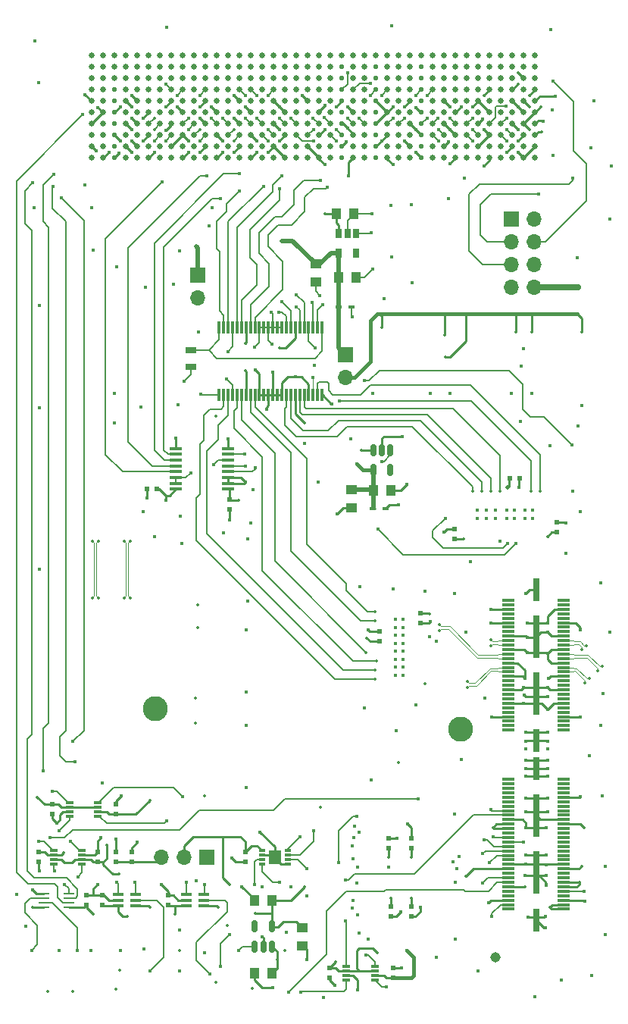
<source format=gbr>
%TF.GenerationSoftware,KiCad,Pcbnew,(6.0.9)*%
%TF.CreationDate,2022-12-19T19:37:01+02:00*%
%TF.ProjectId,FMC_MIPI_v2,464d435f-4d49-4504-995f-76322e6b6963,rev?*%
%TF.SameCoordinates,Original*%
%TF.FileFunction,Copper,L6,Bot*%
%TF.FilePolarity,Positive*%
%FSLAX46Y46*%
G04 Gerber Fmt 4.6, Leading zero omitted, Abs format (unit mm)*
G04 Created by KiCad (PCBNEW (6.0.9)) date 2022-12-19 19:37:01*
%MOMM*%
%LPD*%
G01*
G04 APERTURE LIST*
G04 Aperture macros list*
%AMRoundRect*
0 Rectangle with rounded corners*
0 $1 Rounding radius*
0 $2 $3 $4 $5 $6 $7 $8 $9 X,Y pos of 4 corners*
0 Add a 4 corners polygon primitive as box body*
4,1,4,$2,$3,$4,$5,$6,$7,$8,$9,$2,$3,0*
0 Add four circle primitives for the rounded corners*
1,1,$1+$1,$2,$3*
1,1,$1+$1,$4,$5*
1,1,$1+$1,$6,$7*
1,1,$1+$1,$8,$9*
0 Add four rect primitives between the rounded corners*
20,1,$1+$1,$2,$3,$4,$5,0*
20,1,$1+$1,$4,$5,$6,$7,0*
20,1,$1+$1,$6,$7,$8,$9,0*
20,1,$1+$1,$8,$9,$2,$3,0*%
G04 Aperture macros list end*
%TA.AperFunction,SMDPad,CuDef*%
%ADD10R,1.200000X0.400000*%
%TD*%
%TA.AperFunction,SMDPad,CuDef*%
%ADD11R,0.300000X1.475000*%
%TD*%
%TA.AperFunction,SMDPad,CuDef*%
%ADD12R,0.850000X0.300000*%
%TD*%
%TA.AperFunction,SMDPad,CuDef*%
%ADD13R,0.750000X0.420000*%
%TD*%
%TA.AperFunction,ComponentPad*%
%ADD14R,1.700000X1.700000*%
%TD*%
%TA.AperFunction,ComponentPad*%
%ADD15O,1.700000X1.700000*%
%TD*%
%TA.AperFunction,ComponentPad*%
%ADD16C,2.800000*%
%TD*%
%TA.AperFunction,SMDPad,CuDef*%
%ADD17R,0.637540X2.540000*%
%TD*%
%TA.AperFunction,SMDPad,CuDef*%
%ADD18R,0.637540X4.699000*%
%TD*%
%TA.AperFunction,SMDPad,CuDef*%
%ADD19R,1.447800X0.299720*%
%TD*%
%TA.AperFunction,SMDPad,CuDef*%
%ADD20R,0.600000X0.500000*%
%TD*%
%TA.AperFunction,SMDPad,CuDef*%
%ADD21R,0.500000X0.600000*%
%TD*%
%TA.AperFunction,SMDPad,CuDef*%
%ADD22R,1.000000X1.250000*%
%TD*%
%TA.AperFunction,SMDPad,CuDef*%
%ADD23R,1.250000X1.000000*%
%TD*%
%TA.AperFunction,SMDPad,CuDef*%
%ADD24R,1.168400X0.254000*%
%TD*%
%TA.AperFunction,SMDPad,CuDef*%
%ADD25R,0.800000X0.300000*%
%TD*%
%TA.AperFunction,SMDPad,CuDef*%
%ADD26R,1.400000X1.600000*%
%TD*%
%TA.AperFunction,SMDPad,CuDef*%
%ADD27RoundRect,0.150000X0.150000X-0.512500X0.150000X0.512500X-0.150000X0.512500X-0.150000X-0.512500X0*%
%TD*%
%TA.AperFunction,SMDPad,CuDef*%
%ADD28R,1.300000X0.700000*%
%TD*%
%TA.AperFunction,SMDPad,CuDef*%
%ADD29R,1.475000X0.450000*%
%TD*%
%TA.AperFunction,SMDPad,CuDef*%
%ADD30C,0.635000*%
%TD*%
%TA.AperFunction,SMDPad,CuDef*%
%ADD31C,0.558800*%
%TD*%
%TA.AperFunction,SMDPad,CuDef*%
%ADD32R,0.650000X1.060000*%
%TD*%
%TA.AperFunction,SMDPad,CuDef*%
%ADD33RoundRect,0.150000X-0.150000X0.512500X-0.150000X-0.512500X0.150000X-0.512500X0.150000X0.512500X0*%
%TD*%
%TA.AperFunction,ViaPad*%
%ADD34C,0.355600*%
%TD*%
%TA.AperFunction,ViaPad*%
%ADD35C,0.406400*%
%TD*%
%TA.AperFunction,ViaPad*%
%ADD36C,1.143000*%
%TD*%
%TA.AperFunction,ViaPad*%
%ADD37C,0.508000*%
%TD*%
%TA.AperFunction,ViaPad*%
%ADD38C,0.635000*%
%TD*%
%TA.AperFunction,Conductor*%
%ADD39C,0.101600*%
%TD*%
%TA.AperFunction,Conductor*%
%ADD40C,0.152400*%
%TD*%
%TA.AperFunction,Conductor*%
%ADD41C,0.254000*%
%TD*%
%TA.AperFunction,Conductor*%
%ADD42C,0.381000*%
%TD*%
%TA.AperFunction,Conductor*%
%ADD43C,0.508000*%
%TD*%
%TA.AperFunction,Conductor*%
%ADD44C,0.635000*%
%TD*%
G04 APERTURE END LIST*
D10*
%TO.P,IC7,1,VCCA*%
%TO.N,/VDD_VADJ*%
X110810000Y-129174000D03*
%TO.P,IC7,2,GND*%
%TO.N,Earth*%
X110810000Y-128524000D03*
%TO.P,IC7,3,A*%
%TO.N,FMC_ENN_JT_GPIO_INPUT*%
X110810000Y-127874000D03*
%TO.P,IC7,4,B*%
%TO.N,/Slow_signals_level_shifters/ENN_JETSON_GPIO*%
X112710000Y-127874000D03*
%TO.P,IC7,5,DIR*%
%TO.N,Net-(IC7-Pad5)*%
X112710000Y-128524000D03*
%TO.P,IC7,6,VCCB*%
%TO.N,/VOLT_1P8*%
X112710000Y-129174000D03*
%TD*%
%TO.P,IC6,1,VCCA*%
%TO.N,/VOLT_1P2*%
X103190000Y-129174000D03*
%TO.P,IC6,2,GND*%
%TO.N,Earth*%
X103190000Y-128524000D03*
%TO.P,IC6,3,A*%
%TO.N,Net-(IC6-Pad3)*%
X103190000Y-127874000D03*
%TO.P,IC6,4,B*%
%TO.N,FMC_1P2V_MONITOR*%
X105090000Y-127874000D03*
%TO.P,IC6,5,DIR*%
%TO.N,Net-(IC6-Pad5)*%
X105090000Y-128524000D03*
%TO.P,IC6,6,VCCB*%
%TO.N,/VDD_VADJ*%
X105090000Y-129174000D03*
%TD*%
D11*
%TO.P,U8,1,1DIR*%
%TO.N,/LVDS_to_Jetson_lines/DIR_U8*%
X114442800Y-64538000D03*
%TO.P,U8,2,1B1*%
%TO.N,FMC_CSI_LP_C_D1_N*%
X114942800Y-64538000D03*
%TO.P,U8,3,1B2*%
%TO.N,FMC_CSI_LP_C_D1_P*%
X115442800Y-64538000D03*
%TO.P,U8,4,GND_1*%
%TO.N,Earth*%
X115942800Y-64538000D03*
%TO.P,U8,5,1B3*%
%TO.N,FMC_CSI_LP_C_D0_N*%
X116442800Y-64538000D03*
%TO.P,U8,6,1B4*%
%TO.N,FMC_CSI_LP_C_D0_P*%
X116942800Y-64538000D03*
%TO.P,U8,7,VCCB_1*%
%TO.N,/VDD_VADJ*%
X117442800Y-64538000D03*
%TO.P,U8,8,1B5*%
%TO.N,FMC_CSI_LP_C_CLK_N*%
X117942800Y-64538000D03*
%TO.P,U8,9,1B6*%
%TO.N,FMC_CSI_LP_C_CLK_P*%
X118442800Y-64538000D03*
%TO.P,U8,10,GND_2*%
%TO.N,Earth*%
X118942800Y-64538000D03*
%TO.P,U8,11,1B7*%
X119442800Y-64538000D03*
%TO.P,U8,12,1B8*%
X119942800Y-64538000D03*
%TO.P,U8,13,2B1*%
X120442800Y-64538000D03*
%TO.P,U8,14,2B2*%
X120942800Y-64538000D03*
%TO.P,U8,15,GND_3*%
X121442800Y-64538000D03*
%TO.P,U8,16,2B3*%
%TO.N,FMC_CSI_LP_D_D1_N*%
X121942800Y-64538000D03*
%TO.P,U8,17,2B4*%
%TO.N,FMC_CSI_LP_D_D1_P*%
X122442800Y-64538000D03*
%TO.P,U8,18,VCCB_2*%
%TO.N,/VDD_VADJ*%
X122942800Y-64538000D03*
%TO.P,U8,19,2B5*%
%TO.N,FMC_CSI_LP_D_D0_N*%
X123442800Y-64538000D03*
%TO.P,U8,20,2B6*%
%TO.N,FMC_CSI_LP_D_D0_P*%
X123942800Y-64538000D03*
%TO.P,U8,21,GND_4*%
%TO.N,Earth*%
X124442800Y-64538000D03*
%TO.P,U8,22,2B7*%
%TO.N,FMC_CSI_LP_D_CLK_N*%
X124942800Y-64538000D03*
%TO.P,U8,23,2B8*%
%TO.N,FMC_CSI_LP_D_CLK_P*%
X125442800Y-64538000D03*
%TO.P,U8,24,2DIR*%
%TO.N,/LVDS_to_Jetson_lines/DIR_U8*%
X125942800Y-64538000D03*
%TO.P,U8,25,2~{OE}*%
%TO.N,Earth*%
X125942800Y-72114000D03*
%TO.P,U8,26,2A8*%
%TO.N,/LVDS_to_Jetson_lines/CSI_LP_D_CLK_P*%
X125442800Y-72114000D03*
%TO.P,U8,27,2A7*%
%TO.N,/LVDS_to_Jetson_lines/CSI_LP_D_CLK_N*%
X124942800Y-72114000D03*
%TO.P,U8,28,GND_5*%
%TO.N,Earth*%
X124442800Y-72114000D03*
%TO.P,U8,29,2A6*%
%TO.N,/LVDS_to_Jetson_lines/CSI_LP_D_D0_P*%
X123942800Y-72114000D03*
%TO.P,U8,30,2A5*%
%TO.N,/LVDS_to_Jetson_lines/CSI_LP_D_D0_N*%
X123442800Y-72114000D03*
%TO.P,U8,31,VCCA_1*%
%TO.N,/VOLT_1P2*%
X122942800Y-72114000D03*
%TO.P,U8,32,2A4*%
%TO.N,/LVDS_to_Jetson_lines/CSI_LP_D_D1_P*%
X122442800Y-72114000D03*
%TO.P,U8,33,2A3*%
%TO.N,/LVDS_to_Jetson_lines/CSI_LP_D_D1_N*%
X121942800Y-72114000D03*
%TO.P,U8,34,GND_6*%
%TO.N,Earth*%
X121442800Y-72114000D03*
%TO.P,U8,35,2A2*%
X120942800Y-72114000D03*
%TO.P,U8,36,2A1*%
X120442800Y-72114000D03*
%TO.P,U8,37,1A8*%
X119942800Y-72114000D03*
%TO.P,U8,38,1A7*%
X119442800Y-72114000D03*
%TO.P,U8,39,GND_7*%
X118942800Y-72114000D03*
%TO.P,U8,40,1A6*%
%TO.N,/LVDS_to_Jetson_lines/CSI_LP_C_CLK_P*%
X118442800Y-72114000D03*
%TO.P,U8,41,1A5*%
%TO.N,/LVDS_to_Jetson_lines/CSI_LP_C_CLK_N*%
X117942800Y-72114000D03*
%TO.P,U8,42,VCCA_2*%
%TO.N,/VOLT_1P2*%
X117442800Y-72114000D03*
%TO.P,U8,43,1A4*%
%TO.N,/LVDS_to_Jetson_lines/CSI_LP_C_D0_P*%
X116942800Y-72114000D03*
%TO.P,U8,44,1A3*%
%TO.N,/LVDS_to_Jetson_lines/CSI_LP_C_D0_N*%
X116442800Y-72114000D03*
%TO.P,U8,45,GND_8*%
%TO.N,Earth*%
X115942800Y-72114000D03*
%TO.P,U8,46,1A2*%
%TO.N,/LVDS_to_Jetson_lines/CSI_LP_C_D1_P*%
X115442800Y-72114000D03*
%TO.P,U8,47,1A1*%
%TO.N,/LVDS_to_Jetson_lines/CSI_LP_C_D1_N*%
X114942800Y-72114000D03*
%TO.P,U8,48,1~{OE}*%
%TO.N,Earth*%
X114442800Y-72114000D03*
%TD*%
D12*
%TO.P,IC5,1,SDA_B*%
%TO.N,Net-(IC5-Pad1)*%
X99111000Y-122948000D03*
%TO.P,IC5,2,GND*%
%TO.N,Earth*%
X99111000Y-123448000D03*
%TO.P,IC5,3,VCCA*%
%TO.N,/VOLT_1P8*%
X99111000Y-123948000D03*
%TO.P,IC5,4,SDA_A*%
%TO.N,Net-(IC5-Pad4)*%
X99111000Y-124448000D03*
%TO.P,IC5,5,SCL_A*%
%TO.N,Net-(IC5-Pad5)*%
X95961000Y-124448000D03*
%TO.P,IC5,6,OE*%
%TO.N,/VOLT_1P8*%
X95961000Y-123948000D03*
%TO.P,IC5,7,VCCB*%
%TO.N,/VDD_VADJ*%
X95961000Y-123448000D03*
%TO.P,IC5,8,SCL_B*%
%TO.N,Net-(IC5-Pad8)*%
X95961000Y-122948000D03*
%TD*%
%TO.P,IC4,1,SDA_B*%
%TO.N,Net-(IC4-Pad1)*%
X97739000Y-119114000D03*
%TO.P,IC4,2,GND*%
%TO.N,Earth*%
X97739000Y-118614000D03*
%TO.P,IC4,3,VCCA*%
%TO.N,/VOLT_1P8*%
X97739000Y-118114000D03*
%TO.P,IC4,4,SDA_A*%
%TO.N,Net-(IC4-Pad4)*%
X97739000Y-117614000D03*
%TO.P,IC4,5,SCL_A*%
%TO.N,Net-(IC4-Pad5)*%
X100889000Y-117614000D03*
%TO.P,IC4,6,OE*%
%TO.N,/VOLT_1P8*%
X100889000Y-118114000D03*
%TO.P,IC4,7,VCCB*%
%TO.N,/VDD_VADJ*%
X100889000Y-118614000D03*
%TO.P,IC4,8,SCL_B*%
%TO.N,Net-(IC4-Pad8)*%
X100889000Y-119114000D03*
%TD*%
%TO.P,IC3,1,SDA_B*%
%TO.N,Net-(IC3-Pad1)*%
X128666040Y-137402000D03*
%TO.P,IC3,2,GND*%
%TO.N,Earth*%
X128666040Y-136902000D03*
%TO.P,IC3,3,VCCA*%
%TO.N,/VOLT_1P8*%
X128666040Y-136402000D03*
%TO.P,IC3,4,SDA_A*%
%TO.N,Net-(IC3-Pad4)*%
X128666040Y-135902000D03*
%TO.P,IC3,5,SCL_A*%
%TO.N,Net-(IC3-Pad5)*%
X131816040Y-135902000D03*
%TO.P,IC3,6,OE*%
%TO.N,/VOLT_1P8*%
X131816040Y-136402000D03*
%TO.P,IC3,7,VCCB*%
%TO.N,/VDD_VADJ*%
X131816040Y-136902000D03*
%TO.P,IC3,8,SCL_B*%
%TO.N,Net-(IC3-Pad8)*%
X131816040Y-137402000D03*
%TD*%
D13*
%TO.P,D3,1*%
%TO.N,/VOLT_1P2*%
X131634000Y-84785200D03*
%TO.P,D3,2*%
%TO.N,Earth*%
X133034000Y-84785200D03*
%TD*%
%TO.P,D4,1*%
%TO.N,/VOLT_2P5*%
X127824000Y-62230000D03*
%TO.P,D4,2*%
%TO.N,Earth*%
X129224000Y-62230000D03*
%TD*%
D14*
%TO.P,JP1,1,A*%
%TO.N,/VOLT_1P8*%
X113030000Y-123698000D03*
D15*
%TO.P,JP1,2,C*%
%TO.N,/Jetson_connector/VCC_1V8_EEPROM*%
X110490000Y-123698000D03*
%TO.P,JP1,3,B*%
%TO.N,JT_VDD_1V8*%
X107950000Y-123698000D03*
%TD*%
D14*
%TO.P,JP2,1,1*%
%TO.N,/VOLT_2P5*%
X112014000Y-58674000D03*
D15*
%TO.P,JP2,2,2*%
%TO.N,/LVDS_to_Jetson_lines/VOLT_2P5_CSI_C*%
X112014000Y-61214000D03*
%TD*%
D14*
%TO.P,JP3,1,1*%
%TO.N,/VOLT_2P5*%
X128524000Y-67564000D03*
D15*
%TO.P,JP3,2,2*%
%TO.N,/LVDS_to_Jetson_lines/VOLT_2P5_CSI_D*%
X128524000Y-70104000D03*
%TD*%
D16*
%TO.P,TP1,1,1*%
%TO.N,Earth*%
X141427200Y-109423200D03*
%TD*%
D14*
%TO.P,J3,1,Pin_1*%
%TO.N,/FMC_Connector/DBG_IO_1*%
X147066000Y-52451000D03*
D15*
%TO.P,J3,2,Pin_2*%
%TO.N,/FMC_Connector/DBG_IO_2*%
X149606000Y-52451000D03*
%TO.P,J3,3,Pin_3*%
%TO.N,/FMC_Connector/DBG_IO_3*%
X147066000Y-54991000D03*
%TO.P,J3,4,Pin_4*%
%TO.N,/FMC_Connector/DBG_IO_4*%
X149606000Y-54991000D03*
%TO.P,J3,5,Pin_5*%
%TO.N,/FMC_Connector/DBG_IO_5*%
X147066000Y-57531000D03*
%TO.P,J3,6,Pin_6*%
%TO.N,/FMC_Connector/DBG_IO_6*%
X149606000Y-57531000D03*
%TO.P,J3,7,Pin_7*%
%TO.N,Earth*%
X147066000Y-60071000D03*
%TO.P,J3,8,Pin_8*%
X149606000Y-60071000D03*
%TD*%
D16*
%TO.P,TP2,1,1*%
%TO.N,Earth*%
X107315000Y-107137200D03*
%TD*%
D17*
%TO.P,J2,G8,G8*%
%TO.N,Earth*%
X149860000Y-130710940D03*
D18*
%TO.P,J2,G7,G7*%
X149860000Y-125442980D03*
%TO.P,J2,G6,G6*%
X149860000Y-119092980D03*
D17*
%TO.P,J2,G5,G5*%
X149860000Y-113822480D03*
%TO.P,J2,G4,G4*%
X149860000Y-110713520D03*
D18*
%TO.P,J2,G3,G3*%
X149860000Y-105443020D03*
%TO.P,J2,G2,G2*%
X149860000Y-99093020D03*
D17*
%TO.P,J2,G1,G1*%
X149860000Y-93825060D03*
D19*
%TO.P,J2,120,VDD_5V*%
%TO.N,/Jetson_connector/JT_VDD_5V*%
X152948640Y-129517140D03*
%TO.P,J2,119,VDD_SYS_EN*%
%TO.N,unconnected-(J2-Pad119)*%
X146771360Y-129517140D03*
%TO.P,J2,118,VDD_5V*%
%TO.N,/Jetson_connector/JT_VDD_5V*%
X152948640Y-129016760D03*
%TO.P,J2,117,CAM_INTR*%
%TO.N,JT_1p8V_GPIO17_IN*%
X146771360Y-129016760D03*
%TO.P,J2,116,GND*%
%TO.N,Earth*%
X152948640Y-128516380D03*
%TO.P,J2,115,GND*%
X146771360Y-128516380D03*
%TO.P,J2,114,114*%
%TO.N,unconnected-(J2-Pad114)*%
X152948640Y-128016000D03*
%TO.P,J2,113,IR_TRIGGER*%
%TO.N,unconnected-(J2-Pad113)*%
X146771360Y-128016000D03*
%TO.P,J2,112,112*%
%TO.N,JT_1p8V_GPIO9_IN*%
X152948640Y-127515620D03*
%TO.P,J2,111,IR_READY*%
%TO.N,unconnected-(J2-Pad111)*%
X146771360Y-127515620D03*
%TO.P,J2,110,VDD_3V3_SLP2*%
%TO.N,/Jetson_connector/JT_VDD_3V3*%
X152948640Y-127017780D03*
%TO.P,J2,109,VDD_5V*%
%TO.N,/Jetson_connector/JT_VDD_5V*%
X146771360Y-127017780D03*
%TO.P,J2,108,VDD_3V3_SLP1*%
%TO.N,/Jetson_connector/JT_VDD_3V3*%
X152948640Y-126517400D03*
%TO.P,J2,107,I2C_GP0_DAT_1V8*%
%TO.N,JT_1p8V_I2C3_CAM_DAT*%
X146771360Y-126517400D03*
%TO.P,J2,106,106*%
%TO.N,unconnected-(J2-Pad106)*%
X152948640Y-126017020D03*
%TO.P,J2,105,I2C_GP0_CLK_1V8*%
%TO.N,JT_1p8V_I2C3_CAM_CLK*%
X146771360Y-126017020D03*
%TO.P,J2,104,104*%
%TO.N,unconnected-(J2-Pad104)*%
X152948640Y-125516640D03*
%TO.P,J2,103,SNN_FLASH_MASK*%
%TO.N,unconnected-(J2-Pad103)*%
X146771360Y-125516640D03*
%TO.P,J2,102,DVDD_CAM_IO_1V8*%
%TO.N,JT_VDD_1V8*%
X152948640Y-125016260D03*
%TO.P,J2,101,DVDD_CAM_IO_1V2*%
%TO.N,/Jetson_connector/JT_VDD_1V2*%
X146771360Y-125016260D03*
%TO.P,J2,100,GND*%
%TO.N,Earth*%
X152948640Y-124515880D03*
%TO.P,J2,99,GND*%
X146771360Y-124515880D03*
%TO.P,J2,98,CAM2_RST*%
%TO.N,unconnected-(J2-Pad98)*%
X152948640Y-124015500D03*
%TO.P,J2,97,GPIO5_CAM_FLASH_EN*%
%TO.N,unconnected-(J2-Pad97)*%
X146771360Y-124015500D03*
%TO.P,J2,96,CAM2_PWDN*%
%TO.N,unconnected-(J2-Pad96)*%
X152948640Y-123517660D03*
%TO.P,J2,95,GPIO2_CAM0_RST*%
%TO.N,JT_1p8V_CAM0_RST*%
X146771360Y-123517660D03*
%TO.P,J2,94,CAM2_MCLK*%
%TO.N,unconnected-(J2-Pad94)*%
X152948640Y-123017280D03*
%TO.P,J2,93,GPIO0_CAM0_PWR*%
%TO.N,JT_1p8V_CAM0_PWR*%
X146771360Y-123017280D03*
%TO.P,J2,92,CAM1_RST_L*%
%TO.N,unconnected-(J2-Pad92)*%
X152948640Y-122516900D03*
%TO.P,J2,91,CAM0_MCLK*%
%TO.N,JT_1p8V_CAM0_MCLK*%
X146771360Y-122516900D03*
%TO.P,J2,90,CAM1_PWDN*%
%TO.N,unconnected-(J2-Pad90)*%
X152948640Y-122016520D03*
%TO.P,J2,89,CAM_I2C2_SDA*%
%TO.N,JT_1p8V_I2C2_CAM_DAT*%
X146771360Y-122016520D03*
%TO.P,J2,88,CAM1_MCLK*%
%TO.N,unconnected-(J2-Pad88)*%
X152948640Y-121516140D03*
%TO.P,J2,87,CAM_I2C2_SCL*%
%TO.N,JT_1p8V_I2C2_CAM_CLK*%
X146771360Y-121516140D03*
%TO.P,J2,86,CAM_VSYNC*%
%TO.N,unconnected-(J2-Pad86)*%
X152948640Y-121015760D03*
%TO.P,J2,85,CAM_AF_PWDN*%
%TO.N,unconnected-(J2-Pad85)*%
X146771360Y-121015760D03*
%TO.P,J2,84,VDD_AF*%
%TO.N,unconnected-(J2-Pad84)*%
X152948640Y-120517920D03*
%TO.P,J2,83,AVDD_CAM*%
%TO.N,/Jetson_connector/JT_VDD_2V8*%
X146771360Y-120517920D03*
%TO.P,J2,82,AVDD_CAM*%
X152948640Y-120017540D03*
%TO.P,J2,81,AVDD_CAM*%
X146771360Y-120017540D03*
%TO.P,J2,80,GND*%
%TO.N,Earth*%
X152948640Y-119517160D03*
%TO.P,J2,79,GND*%
X146771360Y-119517160D03*
%TO.P,J2,78,I2S3_SDOUT*%
%TO.N,unconnected-(J2-Pad78)*%
X152948640Y-119016780D03*
%TO.P,J2,77,I2C_CAM_DAT*%
%TO.N,JT_1p8V_I2C_CAM_DAT*%
X146771360Y-119016780D03*
%TO.P,J2,76,I2S3_SDIN*%
%TO.N,unconnected-(J2-Pad76)*%
X152948640Y-118516400D03*
%TO.P,J2,75,I2C_CAM_CLK*%
%TO.N,JT_1p8V_I2C_CAM_CLK*%
X146771360Y-118516400D03*
%TO.P,J2,74,I2S3_LRCLK*%
%TO.N,unconnected-(J2-Pad74)*%
X152948640Y-118016020D03*
%TO.P,J2,73,73*%
%TO.N,unconnected-(J2-Pad73)*%
X146771360Y-118016020D03*
%TO.P,J2,72,I2S3_CLK*%
%TO.N,unconnected-(J2-Pad72)*%
X152948640Y-117515640D03*
%TO.P,J2,71,71*%
%TO.N,unconnected-(J2-Pad71)*%
X146771360Y-117515640D03*
%TO.P,J2,70,GND*%
%TO.N,Earth*%
X152948640Y-117017800D03*
%TO.P,J2,69,69*%
%TO.N,unconnected-(J2-Pad69)*%
X146771360Y-117017800D03*
%TO.P,J2,68,68*%
%TO.N,unconnected-(J2-Pad68)*%
X152948640Y-116517420D03*
%TO.P,J2,67,67*%
%TO.N,unconnected-(J2-Pad67)*%
X146771360Y-116517420D03*
%TO.P,J2,66,66*%
%TO.N,unconnected-(J2-Pad66)*%
X152948640Y-116017040D03*
%TO.P,J2,65,65*%
%TO.N,unconnected-(J2-Pad65)*%
X146771360Y-116017040D03*
%TO.P,J2,64,64*%
%TO.N,unconnected-(J2-Pad64)*%
X152948640Y-115516660D03*
%TO.P,J2,63,63*%
%TO.N,unconnected-(J2-Pad63)*%
X146771360Y-115516660D03*
%TO.P,J2,62,62*%
%TO.N,unconnected-(J2-Pad62)*%
X152948640Y-115016280D03*
%TO.P,J2,61,61*%
%TO.N,unconnected-(J2-Pad61)*%
X146771360Y-115016280D03*
%TO.P,J2,60,60*%
%TO.N,unconnected-(J2-Pad60)*%
X152948640Y-109519720D03*
%TO.P,J2,59,59*%
%TO.N,unconnected-(J2-Pad59)*%
X146771360Y-109519720D03*
%TO.P,J2,58,DVDD_CAM_LV2*%
%TO.N,unconnected-(J2-Pad58)*%
X152948640Y-109019340D03*
%TO.P,J2,57,DVDD_CAM_LV2*%
%TO.N,unconnected-(J2-Pad57)*%
X146771360Y-109019340D03*
%TO.P,J2,56,DVDD_CAM_LV1*%
%TO.N,unconnected-(J2-Pad56)*%
X152948640Y-108518960D03*
%TO.P,J2,55,DVDD_CAM_LV1*%
%TO.N,unconnected-(J2-Pad55)*%
X146771360Y-108518960D03*
%TO.P,J2,54,GND*%
%TO.N,Earth*%
X152948640Y-108018580D03*
%TO.P,J2,53,GND*%
X146771360Y-108018580D03*
%TO.P,J2,52,CSI5_D1\u2013*%
%TO.N,unconnected-(J2-Pad52)*%
X152948640Y-107518200D03*
%TO.P,J2,51,CSI4_D1\u2013*%
%TO.N,unconnected-(J2-Pad51)*%
X146771360Y-107518200D03*
%TO.P,J2,50,CSI5_D1+*%
%TO.N,unconnected-(J2-Pad50)*%
X152948640Y-107020360D03*
%TO.P,J2,49,CSI4_D1+*%
%TO.N,unconnected-(J2-Pad49)*%
X146771360Y-107020360D03*
%TO.P,J2,48,GND*%
%TO.N,Earth*%
X152948640Y-106519980D03*
%TO.P,J2,47,GND*%
X146771360Y-106519980D03*
%TO.P,J2,46,CSI5_CLK\u2013*%
%TO.N,unconnected-(J2-Pad46)*%
X152948640Y-106019600D03*
%TO.P,J2,45,CSI4_CLK\u2013*%
%TO.N,unconnected-(J2-Pad45)*%
X146771360Y-106019600D03*
%TO.P,J2,44,CSI5_CLK+*%
%TO.N,unconnected-(J2-Pad44)*%
X152948640Y-105519220D03*
%TO.P,J2,43,CSI4_CLK+*%
%TO.N,unconnected-(J2-Pad43)*%
X146771360Y-105519220D03*
%TO.P,J2,42,GND*%
%TO.N,Earth*%
X152948640Y-105018840D03*
%TO.P,J2,41,GND*%
X146771360Y-105018840D03*
%TO.P,J2,40,CSI5_D0\u2013*%
%TO.N,unconnected-(J2-Pad40)*%
X152948640Y-104518460D03*
%TO.P,J2,39,CSI4_D0\u2013*%
%TO.N,unconnected-(J2-Pad39)*%
X146771360Y-104518460D03*
%TO.P,J2,38,CSI5_D0+*%
%TO.N,unconnected-(J2-Pad38)*%
X152948640Y-104018080D03*
%TO.P,J2,37,CSI4_D0+*%
%TO.N,unconnected-(J2-Pad37)*%
X146771360Y-104018080D03*
%TO.P,J2,36,GND*%
%TO.N,Earth*%
X152948640Y-103520240D03*
%TO.P,J2,35,GND*%
X146771360Y-103520240D03*
%TO.P,J2,34,CSI3_D1\u2013*%
%TO.N,CSI_D_D1_N*%
X152948640Y-103019860D03*
%TO.P,J2,33,CSI2_D1\u2013*%
%TO.N,CSI_C_D1_N*%
X146771360Y-103019860D03*
%TO.P,J2,32,CSI3_D1+*%
%TO.N,CSI_D_D1_P*%
X152948640Y-102519480D03*
%TO.P,J2,31,CSI2_D1+*%
%TO.N,CSI_C_D1_P*%
X146771360Y-102519480D03*
%TO.P,J2,30,GND*%
%TO.N,Earth*%
X152948640Y-102019100D03*
%TO.P,J2,29,GND*%
X146771360Y-102019100D03*
%TO.P,J2,28,CSI3_CLK\u2013*%
%TO.N,CSI_D_CLK_N*%
X152948640Y-101518720D03*
%TO.P,J2,27,CSI2_CLK\u2013*%
%TO.N,CSI_C_CLK_N*%
X146771360Y-101518720D03*
%TO.P,J2,26,CSI3_CLK+*%
%TO.N,CSI_D_CLK_P*%
X152948640Y-101018340D03*
%TO.P,J2,25,CSI2_CLK+*%
%TO.N,CSI_C_CLK_P*%
X146771360Y-101018340D03*
%TO.P,J2,24,GND*%
%TO.N,Earth*%
X152948640Y-100520500D03*
%TO.P,J2,23,GND*%
X146771360Y-100520500D03*
%TO.P,J2,22,CSI3_D0\u2013*%
%TO.N,CSI_D_D0_N*%
X152948640Y-100020120D03*
%TO.P,J2,21,CSI2_D0\u2013*%
%TO.N,CSI_C_D0_N*%
X146771360Y-100020120D03*
%TO.P,J2,20,CSI3_D0+*%
%TO.N,CSI_D_D0_P*%
X152948640Y-99519740D03*
%TO.P,J2,19,CSI2_D0+*%
%TO.N,CSI_C_D0_P*%
X146771360Y-99519740D03*
%TO.P,J2,18,GND*%
%TO.N,Earth*%
X152948640Y-99019360D03*
%TO.P,J2,17,GND*%
X146771360Y-99019360D03*
%TO.P,J2,16,CSI1_D1_N*%
%TO.N,unconnected-(J2-Pad16)*%
X152948640Y-98518980D03*
%TO.P,J2,15,CSI0_D1\u2013*%
%TO.N,unconnected-(J2-Pad15)*%
X146771360Y-98518980D03*
%TO.P,J2,14,CSI1_D1_P*%
%TO.N,unconnected-(J2-Pad14)*%
X152948640Y-98018600D03*
%TO.P,J2,13,CSI0_D1+*%
%TO.N,unconnected-(J2-Pad13)*%
X146771360Y-98018600D03*
%TO.P,J2,12,GND*%
%TO.N,Earth*%
X152948640Y-97518220D03*
%TO.P,J2,11,GND*%
X146771360Y-97518220D03*
%TO.P,J2,10,CSI1_CLK_N*%
%TO.N,unconnected-(J2-Pad10)*%
X152948640Y-97020380D03*
%TO.P,J2,9,CSI0_CLK\u2013*%
%TO.N,unconnected-(J2-Pad9)*%
X146771360Y-97020380D03*
%TO.P,J2,8,CSI1_CLK_P*%
%TO.N,unconnected-(J2-Pad8)*%
X152948640Y-96520000D03*
%TO.P,J2,7,CSI0_CLK+*%
%TO.N,unconnected-(J2-Pad7)*%
X146771360Y-96520000D03*
%TO.P,J2,6,GND*%
%TO.N,Earth*%
X152948640Y-96019620D03*
%TO.P,J2,5,GND*%
X146771360Y-96019620D03*
%TO.P,J2,4,CSI1_D0_N*%
%TO.N,unconnected-(J2-Pad4)*%
X152948640Y-95519240D03*
%TO.P,J2,3,CSI0_D0\u2013*%
%TO.N,unconnected-(J2-Pad3)*%
X146771360Y-95519240D03*
%TO.P,J2,2,CSI1_D0_P*%
%TO.N,unconnected-(J2-Pad2)*%
X152948640Y-95018860D03*
%TO.P,J2,1,CSI0_D0+*%
%TO.N,unconnected-(J2-Pad1)*%
X146771360Y-95018860D03*
%TD*%
D20*
%TO.P,C21,1*%
%TO.N,Earth*%
X147997000Y-81407000D03*
%TO.P,C21,2*%
%TO.N,/VOLT_3P3*%
X146897000Y-81407000D03*
%TD*%
D21*
%TO.P,C22,1*%
%TO.N,Earth*%
X152146000Y-86318000D03*
%TO.P,C22,2*%
%TO.N,/VOLT_3P3*%
X152146000Y-87418000D03*
%TD*%
%TO.P,C23,1*%
%TO.N,Earth*%
X140716000Y-87080000D03*
%TO.P,C23,2*%
%TO.N,/VOLT_3P3*%
X140716000Y-88180000D03*
%TD*%
%TO.P,C11,1*%
%TO.N,/VOLT_1P8*%
X126746000Y-136102000D03*
%TO.P,C11,2*%
%TO.N,Earth*%
X126746000Y-137202000D03*
%TD*%
%TO.P,C12,1*%
%TO.N,/VDD_VADJ*%
X133858000Y-137202000D03*
%TO.P,C12,2*%
%TO.N,Earth*%
X133858000Y-136102000D03*
%TD*%
%TO.P,C9,1*%
%TO.N,/VDD_VADJ*%
X133350000Y-122724000D03*
%TO.P,C9,2*%
%TO.N,Earth*%
X133350000Y-121624000D03*
%TD*%
%TO.P,C10,1*%
%TO.N,/VDD_VADJ*%
X133604000Y-129244000D03*
%TO.P,C10,2*%
%TO.N,Earth*%
X133604000Y-130344000D03*
%TD*%
%TO.P,C13,1*%
%TO.N,/VOLT_1P8*%
X135890000Y-129244000D03*
%TO.P,C13,2*%
%TO.N,Earth*%
X135890000Y-130344000D03*
%TD*%
%TO.P,C24,1*%
%TO.N,/VOLT_1P8*%
X135890000Y-122724000D03*
%TO.P,C24,2*%
%TO.N,Earth*%
X135890000Y-121624000D03*
%TD*%
%TO.P,C6,1*%
%TO.N,Earth*%
X102870000Y-123148000D03*
%TO.P,C6,2*%
%TO.N,JT_VDD_1V8*%
X102870000Y-124248000D03*
%TD*%
D22*
%TO.P,C28,1*%
%TO.N,Earth*%
X133651500Y-82702400D03*
%TO.P,C28,2*%
%TO.N,/VOLT_1P2*%
X131651500Y-82702400D03*
%TD*%
D21*
%TO.P,C20,1*%
%TO.N,Earth*%
X136906000Y-97578000D03*
%TO.P,C20,2*%
%TO.N,/VOLT_3P3*%
X136906000Y-96478000D03*
%TD*%
D23*
%TO.P,C30,1*%
%TO.N,Earth*%
X129222500Y-84667600D03*
%TO.P,C30,2*%
%TO.N,/VOLT_1P2*%
X129222500Y-82667600D03*
%TD*%
D21*
%TO.P,C18,1*%
%TO.N,Earth*%
X132334000Y-98510000D03*
%TO.P,C18,2*%
%TO.N,/VOLT_3P3*%
X132334000Y-99610000D03*
%TD*%
%TO.P,C39,1*%
%TO.N,Earth*%
X99568000Y-127974000D03*
%TO.P,C39,2*%
%TO.N,/VDD_VADJ*%
X99568000Y-129074000D03*
%TD*%
D24*
%TO.P,U2,1,VCCA*%
%TO.N,/VOLT_3P3*%
X94894400Y-129274001D03*
%TO.P,U2,2,A1*%
%TO.N,Net-(R32-Pad2)*%
X94894400Y-128774000D03*
%TO.P,U2,3,A2*%
%TO.N,Net-(R34-Pad2)*%
X94894400Y-128274000D03*
%TO.P,U2,4,GND*%
%TO.N,Earth*%
X94894400Y-127773999D03*
%TO.P,U2,5,DIR*%
%TO.N,Net-(R33-Pad2)*%
X97637600Y-127773999D03*
%TO.P,U2,6,B2*%
%TO.N,FMC_3P3V_MONITOR*%
X97637600Y-128274000D03*
%TO.P,U2,7,B1*%
%TO.N,FMC_2P8V_MONITOR*%
X97637600Y-128774000D03*
%TO.P,U2,8,VCCB*%
%TO.N,/VDD_VADJ*%
X97637600Y-129274001D03*
%TD*%
D21*
%TO.P,C40,1*%
%TO.N,Earth*%
X108712000Y-127974000D03*
%TO.P,C40,2*%
%TO.N,/VDD_VADJ*%
X108712000Y-129074000D03*
%TD*%
%TO.P,C3,1*%
%TO.N,/Jetson_connector/VCC_1V8_EEPROM*%
X117348000Y-123148000D03*
%TO.P,C3,2*%
%TO.N,Earth*%
X117348000Y-124248000D03*
%TD*%
%TO.P,C33,1*%
%TO.N,/VDD_VADJ*%
X102870000Y-118914000D03*
%TO.P,C33,2*%
%TO.N,Earth*%
X102870000Y-117814000D03*
%TD*%
%TO.P,C32,1*%
%TO.N,/VOLT_1P8*%
X95758000Y-117814000D03*
%TO.P,C32,2*%
%TO.N,Earth*%
X95758000Y-118914000D03*
%TD*%
%TO.P,C35,1*%
%TO.N,/VDD_VADJ*%
X94234000Y-123148000D03*
%TO.P,C35,2*%
%TO.N,Earth*%
X94234000Y-124248000D03*
%TD*%
D25*
%TO.P,IC2,1,A0*%
%TO.N,/Jetson_connector/EEPROM_A0*%
X122100000Y-122948000D03*
%TO.P,IC2,2,A1*%
%TO.N,/Jetson_connector/EEPROM_A1*%
X122100000Y-123448000D03*
%TO.P,IC2,3,A2*%
%TO.N,/Jetson_connector/EEPROM_A2*%
X122100000Y-123948000D03*
%TO.P,IC2,4,GND*%
%TO.N,Earth*%
X122100000Y-124448000D03*
%TO.P,IC2,5,SDA*%
%TO.N,/Jetson_connector/EEPROM_SDA*%
X119200000Y-124448000D03*
%TO.P,IC2,6,SCL*%
%TO.N,/Jetson_connector/EEPROM_SCL*%
X119200000Y-123948000D03*
%TO.P,IC2,7,WP*%
%TO.N,Earth*%
X119200000Y-123448000D03*
%TO.P,IC2,8,VCC*%
%TO.N,/Jetson_connector/VCC_1V8_EEPROM*%
X119200000Y-122948000D03*
D26*
%TO.P,IC2,9,EP*%
%TO.N,Earth*%
X120650000Y-123698000D03*
%TD*%
D21*
%TO.P,C5,1*%
%TO.N,Earth*%
X104648000Y-123148000D03*
%TO.P,C5,2*%
%TO.N,JT_VDD_1V8*%
X104648000Y-124248000D03*
%TD*%
%TO.P,C34,1*%
%TO.N,/VOLT_1P8*%
X100838000Y-124248000D03*
%TO.P,C34,2*%
%TO.N,Earth*%
X100838000Y-123148000D03*
%TD*%
D23*
%TO.P,C29,1*%
%TO.N,Earth*%
X123698000Y-133588000D03*
%TO.P,C29,2*%
%TO.N,/VOLT_1P8*%
X123698000Y-131588000D03*
%TD*%
D27*
%TO.P,U1,1,IN*%
%TO.N,/VOLT_3P3*%
X120330000Y-133725500D03*
%TO.P,U1,2,GND*%
%TO.N,Earth*%
X119380000Y-133725500D03*
%TO.P,U1,3,EN*%
%TO.N,Net-(R8-Pad2)*%
X118430000Y-133725500D03*
%TO.P,U1,4,NC*%
%TO.N,unconnected-(U1-Pad4)*%
X118430000Y-131450500D03*
%TO.P,U1,5,OUT*%
%TO.N,/VOLT_1P8*%
X120330000Y-131450500D03*
%TD*%
D22*
%TO.P,C8,1*%
%TO.N,Earth*%
X118380000Y-128524000D03*
%TO.P,C8,2*%
%TO.N,/VOLT_1P8*%
X120380000Y-128524000D03*
%TD*%
%TO.P,C7,1*%
%TO.N,Earth*%
X118380000Y-136652000D03*
%TO.P,C7,2*%
%TO.N,/VOLT_3P3*%
X120380000Y-136652000D03*
%TD*%
D21*
%TO.P,C2,1*%
%TO.N,Earth*%
X115570000Y-84878000D03*
%TO.P,C2,2*%
%TO.N,/VOLT_3P3*%
X115570000Y-83778000D03*
%TD*%
D20*
%TO.P,C1,1*%
%TO.N,Earth*%
X106384000Y-82550000D03*
%TO.P,C1,2*%
%TO.N,/VDD_VADJ*%
X107484000Y-82550000D03*
%TD*%
D28*
%TO.P,R10,1*%
%TO.N,/LVDS_to_Jetson_lines/DIR_U8*%
X111252000Y-67056000D03*
%TO.P,R10,2*%
%TO.N,Earth*%
X111252000Y-68956000D03*
%TD*%
D29*
%TO.P,IC1,1,VCCA*%
%TO.N,/VDD_VADJ*%
X109596700Y-82602500D03*
%TO.P,IC1,2,1DIR*%
%TO.N,/LVDS_to_Jetson_lines/DIR_IC1*%
X109596700Y-81952500D03*
%TO.P,IC1,3,2DIR*%
X109596700Y-81302500D03*
%TO.P,IC1,4,1A1*%
%TO.N,FMC_SWITCH_DATA_LANES_VADJ*%
X109596700Y-80652500D03*
%TO.P,IC1,5,1A2*%
%TO.N,FMC_SWITCH_CLOCK_LANES_VADJ*%
X109596700Y-80002500D03*
%TO.P,IC1,6,2A1*%
%TO.N,FMC_EN_MIPI_OUT_DATA_VADJ*%
X109596700Y-79352500D03*
%TO.P,IC1,7,2A2*%
%TO.N,FMC_EN_MIPI_OUT_CLOCK_VADJ*%
X109596700Y-78702500D03*
%TO.P,IC1,8,GND*%
%TO.N,Earth*%
X109596700Y-78052500D03*
%TO.P,IC1,9,GND*%
X115472700Y-78052500D03*
%TO.P,IC1,10,2B2*%
%TO.N,/LVDS_to_Jetson_lines/EN_MIPI_OUT_CSI_D*%
X115472700Y-78702500D03*
%TO.P,IC1,11,2B1*%
%TO.N,/LVDS_to_Jetson_lines/EN_MIPI_OUT_CSI_C*%
X115472700Y-79352500D03*
%TO.P,IC1,12,1B2*%
%TO.N,/LVDS_to_Jetson_lines/SWITCH_CLOCK_LANES_CSI_CD*%
X115472700Y-80002500D03*
%TO.P,IC1,13,1B1*%
%TO.N,/LVDS_to_Jetson_lines/SWITCH_DATA_LANES_CSI_CD*%
X115472700Y-80652500D03*
%TO.P,IC1,14,2~{OE}*%
%TO.N,Earth*%
X115472700Y-81302500D03*
%TO.P,IC1,15,1~{OE}*%
X115472700Y-81952500D03*
%TO.P,IC1,16,VCCB*%
%TO.N,/VOLT_3P3*%
X115472700Y-82602500D03*
%TD*%
D30*
%TO.P,J1,K40,VIO_B_M2C*%
%TO.N,unconnected-(J1-PadK40)*%
X149733000Y-45593000D03*
%TO.P,J1,K39,GND*%
%TO.N,Earth*%
X148463000Y-45593000D03*
%TO.P,J1,K38,HB17_N_CC*%
%TO.N,unconnected-(J1-PadK38)*%
X147193000Y-45593000D03*
%TO.P,J1,K37,HB17_P_CC*%
%TO.N,unconnected-(J1-PadK37)*%
X145923000Y-45593000D03*
%TO.P,J1,K36,GND*%
%TO.N,Earth*%
X144653000Y-45593000D03*
%TO.P,J1,K35,HB14_N*%
%TO.N,unconnected-(J1-PadK35)*%
X143383000Y-45593000D03*
%TO.P,J1,K34,HB14_P*%
%TO.N,unconnected-(J1-PadK34)*%
X142113000Y-45593000D03*
%TO.P,J1,K33,GND*%
%TO.N,Earth*%
X140843000Y-45593000D03*
%TO.P,J1,K32,HB10_N*%
%TO.N,unconnected-(J1-PadK32)*%
X139573000Y-45593000D03*
%TO.P,J1,K31,HB10_P*%
%TO.N,unconnected-(J1-PadK31)*%
X138303000Y-45593000D03*
D31*
%TO.P,J1,K30,GND*%
%TO.N,Earth*%
X137033000Y-45593000D03*
D30*
%TO.P,J1,K29,HB06_N_CC*%
%TO.N,unconnected-(J1-PadK29)*%
X135763000Y-45593000D03*
%TO.P,J1,K28,HB06_P_CC*%
%TO.N,unconnected-(J1-PadK28)*%
X134493000Y-45593000D03*
%TO.P,J1,K27,GND*%
%TO.N,Earth*%
X133223000Y-45593000D03*
D31*
%TO.P,J1,K26,HB00_N_CC*%
%TO.N,unconnected-(J1-PadK26)*%
X131953000Y-45593000D03*
D30*
%TO.P,J1,K25,HB00_P_CC*%
%TO.N,unconnected-(J1-PadK25)*%
X130683000Y-45593000D03*
%TO.P,J1,K24,GND*%
%TO.N,Earth*%
X129413000Y-45593000D03*
D31*
%TO.P,J1,K23,HA23_N*%
%TO.N,unconnected-(J1-PadK23)*%
X128143000Y-45593000D03*
D30*
%TO.P,J1,K22,HA23_P*%
%TO.N,unconnected-(J1-PadK22)*%
X126873000Y-45593000D03*
%TO.P,J1,K21,GND*%
%TO.N,Earth*%
X125603000Y-45593000D03*
%TO.P,J1,K20,HA21_N*%
%TO.N,unconnected-(J1-PadK20)*%
X124333000Y-45593000D03*
%TO.P,J1,K19,HA21_P*%
%TO.N,unconnected-(J1-PadK19)*%
X123063000Y-45593000D03*
%TO.P,J1,K18,GND*%
%TO.N,Earth*%
X121793000Y-45593000D03*
%TO.P,J1,K17,HA17_N_CC*%
%TO.N,unconnected-(J1-PadK17)*%
X120523000Y-45593000D03*
%TO.P,J1,K16,HA17_P_CC*%
%TO.N,unconnected-(J1-PadK16)*%
X119253000Y-45593000D03*
%TO.P,J1,K15,GND*%
%TO.N,Earth*%
X117983000Y-45593000D03*
%TO.P,J1,K14,HA10_N*%
%TO.N,unconnected-(J1-PadK14)*%
X116713000Y-45593000D03*
%TO.P,J1,K13,HA10_P*%
%TO.N,unconnected-(J1-PadK13)*%
X115443000Y-45593000D03*
%TO.P,J1,K12,GND*%
%TO.N,Earth*%
X114173000Y-45593000D03*
%TO.P,J1,K11,HA06_N*%
%TO.N,unconnected-(J1-PadK11)*%
X112903000Y-45593000D03*
%TO.P,J1,K10,HA06_P*%
%TO.N,unconnected-(J1-PadK10)*%
X111633000Y-45593000D03*
%TO.P,J1,K9,GND*%
%TO.N,Earth*%
X110363000Y-45593000D03*
%TO.P,J1,K8,HA02_N*%
%TO.N,unconnected-(J1-PadK8)*%
X109093000Y-45593000D03*
%TO.P,J1,K7,HA02_P*%
%TO.N,unconnected-(J1-PadK7)*%
X107823000Y-45593000D03*
%TO.P,J1,K6,GND*%
%TO.N,Earth*%
X106553000Y-45593000D03*
%TO.P,J1,K5,CLK2_M2C_N*%
%TO.N,unconnected-(J1-PadK5)*%
X105283000Y-45593000D03*
%TO.P,J1,K4,CLK2_M2C_P*%
%TO.N,unconnected-(J1-PadK4)*%
X104013000Y-45593000D03*
D31*
%TO.P,J1,K3,GND*%
%TO.N,Earth*%
X102743000Y-45593000D03*
D30*
%TO.P,J1,K2,GND*%
X101473000Y-45593000D03*
%TO.P,J1,K1,VREF_B_M2C*%
%TO.N,unconnected-(J1-PadK1)*%
X100203000Y-45593000D03*
%TO.P,J1,J40,GND*%
%TO.N,Earth*%
X149733000Y-44323000D03*
%TO.P,J1,J39,VIO_B_M2C*%
%TO.N,unconnected-(J1-PadJ39)*%
X148463000Y-44323000D03*
%TO.P,J1,J38,GND*%
%TO.N,Earth*%
X147193000Y-44323000D03*
%TO.P,J1,J37,HB18_N*%
%TO.N,unconnected-(J1-PadJ37)*%
X145923000Y-44323000D03*
%TO.P,J1,J36,HB18_P*%
%TO.N,unconnected-(J1-PadJ36)*%
X144653000Y-44323000D03*
%TO.P,J1,J35,GND*%
%TO.N,Earth*%
X143383000Y-44323000D03*
%TO.P,J1,J34,HB15_N*%
%TO.N,unconnected-(J1-PadJ34)*%
X142113000Y-44323000D03*
%TO.P,J1,J33,HB15_P*%
%TO.N,unconnected-(J1-PadJ33)*%
X140843000Y-44323000D03*
%TO.P,J1,J32,GND*%
%TO.N,Earth*%
X139573000Y-44323000D03*
%TO.P,J1,J31,HB11_N*%
%TO.N,unconnected-(J1-PadJ31)*%
X138303000Y-44323000D03*
D31*
%TO.P,J1,J30,HB11_P*%
%TO.N,unconnected-(J1-PadJ30)*%
X137033000Y-44323000D03*
D30*
%TO.P,J1,J29,GND*%
%TO.N,Earth*%
X135763000Y-44323000D03*
%TO.P,J1,J28,HB07_N*%
%TO.N,unconnected-(J1-PadJ28)*%
X134493000Y-44323000D03*
%TO.P,J1,J27,HB07_P*%
%TO.N,unconnected-(J1-PadJ27)*%
X133223000Y-44323000D03*
D31*
%TO.P,J1,J26,GND*%
%TO.N,Earth*%
X131953000Y-44323000D03*
D30*
%TO.P,J1,J25,HB01_N*%
%TO.N,unconnected-(J1-PadJ25)*%
X130683000Y-44323000D03*
%TO.P,J1,J24,HB01_P*%
%TO.N,unconnected-(J1-PadJ24)*%
X129413000Y-44323000D03*
D31*
%TO.P,J1,J23,GND*%
%TO.N,Earth*%
X128143000Y-44323000D03*
D30*
%TO.P,J1,J22,HA22_N*%
%TO.N,unconnected-(J1-PadJ22)*%
X126873000Y-44323000D03*
%TO.P,J1,J21,HA22_P*%
%TO.N,unconnected-(J1-PadJ21)*%
X125603000Y-44323000D03*
%TO.P,J1,J20,GND*%
%TO.N,Earth*%
X124333000Y-44323000D03*
%TO.P,J1,J19,HA18_N*%
%TO.N,unconnected-(J1-PadJ19)*%
X123063000Y-44323000D03*
%TO.P,J1,J18,HA18_P*%
%TO.N,unconnected-(J1-PadJ18)*%
X121793000Y-44323000D03*
%TO.P,J1,J17,GND*%
%TO.N,Earth*%
X120523000Y-44323000D03*
%TO.P,J1,J16,HA14_N*%
%TO.N,unconnected-(J1-PadJ16)*%
X119253000Y-44323000D03*
%TO.P,J1,J15,HA14_P*%
%TO.N,unconnected-(J1-PadJ15)*%
X117983000Y-44323000D03*
%TO.P,J1,J14,GND*%
%TO.N,Earth*%
X116713000Y-44323000D03*
%TO.P,J1,J13,HA11_N*%
%TO.N,unconnected-(J1-PadJ13)*%
X115443000Y-44323000D03*
%TO.P,J1,J12,HA11_P*%
%TO.N,unconnected-(J1-PadJ12)*%
X114173000Y-44323000D03*
%TO.P,J1,J11,GND*%
%TO.N,Earth*%
X112903000Y-44323000D03*
%TO.P,J1,J10,HA07_N*%
%TO.N,unconnected-(J1-PadJ10)*%
X111633000Y-44323000D03*
%TO.P,J1,J9,HA07_P*%
%TO.N,unconnected-(J1-PadJ9)*%
X110363000Y-44323000D03*
%TO.P,J1,J8,GND*%
%TO.N,Earth*%
X109093000Y-44323000D03*
%TO.P,J1,J7,HA03_N*%
%TO.N,unconnected-(J1-PadJ7)*%
X107823000Y-44323000D03*
%TO.P,J1,J6,HA03_P*%
%TO.N,unconnected-(J1-PadJ6)*%
X106553000Y-44323000D03*
%TO.P,J1,J5,GND*%
%TO.N,Earth*%
X105283000Y-44323000D03*
%TO.P,J1,J4,GND*%
X104013000Y-44323000D03*
D31*
%TO.P,J1,J3,CLK3_M2C_N*%
%TO.N,unconnected-(J1-PadJ3)*%
X102743000Y-44323000D03*
D30*
%TO.P,J1,J2,CLK3_M2C_P*%
%TO.N,unconnected-(J1-PadJ2)*%
X101473000Y-44323000D03*
%TO.P,J1,J1,GND*%
%TO.N,Earth*%
X100203000Y-44323000D03*
%TO.P,J1,H40,VADJ*%
%TO.N,/VDD_VADJ*%
X149733000Y-43053000D03*
%TO.P,J1,H39,GND*%
%TO.N,Earth*%
X148463000Y-43053000D03*
%TO.P,J1,H38,LA32_N*%
%TO.N,FMC_HS_CSI_D_CLK_N*%
X147193000Y-43053000D03*
%TO.P,J1,H37,LA32_P*%
%TO.N,FMC_HS_CSI_D_CLK_P*%
X145923000Y-43053000D03*
%TO.P,J1,H36,GND*%
%TO.N,Earth*%
X144653000Y-43053000D03*
%TO.P,J1,H35,LA30_N*%
%TO.N,FMC_HS_CSI_D_D0_N*%
X143383000Y-43053000D03*
%TO.P,J1,H34,LA30_P*%
%TO.N,FMC_HS_CSI_D_D0_P*%
X142113000Y-43053000D03*
%TO.P,J1,H33,GND*%
%TO.N,Earth*%
X140843000Y-43053000D03*
%TO.P,J1,H32,LA28_N*%
%TO.N,FMC_HS_CSI_D_D1_N*%
X139573000Y-43053000D03*
%TO.P,J1,H31,LA28_P*%
%TO.N,FMC_HS_CSI_D_D1_P*%
X138303000Y-43053000D03*
D31*
%TO.P,J1,H30,GND*%
%TO.N,Earth*%
X137033000Y-43053000D03*
D30*
%TO.P,J1,H29,LA24_N*%
%TO.N,unconnected-(J1-PadH29)*%
X135763000Y-43053000D03*
%TO.P,J1,H28,LA24_P*%
%TO.N,unconnected-(J1-PadH28)*%
X134493000Y-43053000D03*
%TO.P,J1,H27,GND*%
%TO.N,Earth*%
X133223000Y-43053000D03*
D31*
%TO.P,J1,H26,LA21_N*%
%TO.N,unconnected-(J1-PadH26)*%
X131953000Y-43053000D03*
D30*
%TO.P,J1,H25,LA21_P*%
%TO.N,unconnected-(J1-PadH25)*%
X130683000Y-43053000D03*
%TO.P,J1,H24,GND*%
%TO.N,Earth*%
X129413000Y-43053000D03*
D31*
%TO.P,J1,H23,LA19_N*%
%TO.N,FMC_CSI_LP_C_CLK_N*%
X128143000Y-43053000D03*
D30*
%TO.P,J1,H22,LA19_P*%
%TO.N,FMC_CSI_LP_C_CLK_P*%
X126873000Y-43053000D03*
%TO.P,J1,H21,GND*%
%TO.N,Earth*%
X125603000Y-43053000D03*
%TO.P,J1,H20,LA15_N*%
%TO.N,FMC_CSI_LP_C_D0_N*%
X124333000Y-43053000D03*
%TO.P,J1,H19,LA15_P*%
%TO.N,FMC_CSI_LP_C_D0_P*%
X123063000Y-43053000D03*
%TO.P,J1,H18,GND*%
%TO.N,Earth*%
X121793000Y-43053000D03*
%TO.P,J1,H17,LA11_N*%
%TO.N,FMC_CSI_LP_C_D1_N*%
X120523000Y-43053000D03*
%TO.P,J1,H16,LA11_P*%
%TO.N,FMC_CSI_LP_C_D1_P*%
X119253000Y-43053000D03*
%TO.P,J1,H15,GND*%
%TO.N,Earth*%
X117983000Y-43053000D03*
%TO.P,J1,H14,LA07_N*%
%TO.N,FMC_HS_CSI_C_D0_N*%
X116713000Y-43053000D03*
%TO.P,J1,H13,LA07_P*%
%TO.N,FMC_HS_CSI_C_D0_P*%
X115443000Y-43053000D03*
%TO.P,J1,H12,GND*%
%TO.N,Earth*%
X114173000Y-43053000D03*
%TO.P,J1,H11,LA04_N*%
%TO.N,FMC_HS_CSI_C_D1_N*%
X112903000Y-43053000D03*
%TO.P,J1,H10,LA04_P*%
%TO.N,FMC_HS_CSI_C_D1_P*%
X111633000Y-43053000D03*
%TO.P,J1,H9,GND*%
%TO.N,Earth*%
X110363000Y-43053000D03*
%TO.P,J1,H8,LA02_N*%
%TO.N,FMC_1P2V_MONITOR*%
X109093000Y-43053000D03*
%TO.P,J1,H7,LA02_P*%
%TO.N,FMC_I2C3_CAM_CLK*%
X107823000Y-43053000D03*
%TO.P,J1,H6,GND*%
%TO.N,Earth*%
X106553000Y-43053000D03*
%TO.P,J1,H5,CLK0_M2C_N*%
%TO.N,unconnected-(J1-PadH5)*%
X105283000Y-43053000D03*
%TO.P,J1,H4,CLK0_M2C_P*%
%TO.N,unconnected-(J1-PadH4)*%
X104013000Y-43053000D03*
D31*
%TO.P,J1,H3,GND*%
%TO.N,Earth*%
X102743000Y-43053000D03*
D30*
%TO.P,J1,H2,PRSNT_M2C_L*%
%TO.N,unconnected-(J1-PadH2)*%
X101473000Y-43053000D03*
%TO.P,J1,H1,VREF_A_M2C*%
%TO.N,unconnected-(J1-PadH1)*%
X100203000Y-43053000D03*
%TO.P,J1,G40,GND*%
%TO.N,Earth*%
X149733000Y-41783000D03*
%TO.P,J1,G39,VADJ*%
%TO.N,/VDD_VADJ*%
X148463000Y-41783000D03*
%TO.P,J1,G38,GND*%
%TO.N,Earth*%
X147193000Y-41783000D03*
%TO.P,J1,G37,LA33_N*%
%TO.N,/FMC_Connector/DBG_IO_2*%
X145923000Y-41783000D03*
%TO.P,J1,G36,LA33_P*%
%TO.N,/FMC_Connector/DBG_IO_3*%
X144653000Y-41783000D03*
%TO.P,J1,G35,GND*%
%TO.N,Earth*%
X143383000Y-41783000D03*
%TO.P,J1,G34,LA31_N*%
%TO.N,/FMC_Connector/DBG_IO_1*%
X142113000Y-41783000D03*
%TO.P,J1,G33,LA31_P*%
%TO.N,FMC_CAM0_MCLK*%
X140843000Y-41783000D03*
%TO.P,J1,G32,GND*%
%TO.N,Earth*%
X139573000Y-41783000D03*
%TO.P,J1,G31,LA29_N*%
%TO.N,/FMC_Connector/DBG_IO_4*%
X138303000Y-41783000D03*
D31*
%TO.P,J1,G30,LA29_P*%
%TO.N,FMC_CAM0_PWR*%
X137033000Y-41783000D03*
D30*
%TO.P,J1,G29,GND*%
%TO.N,Earth*%
X135763000Y-41783000D03*
%TO.P,J1,G28,LA25_N*%
%TO.N,FMC_CAM0_RST*%
X134493000Y-41783000D03*
%TO.P,J1,G27,LA25_P*%
%TO.N,FMC_1P8V_MONITOR*%
X133223000Y-41783000D03*
D31*
%TO.P,J1,G26,GND*%
%TO.N,Earth*%
X131953000Y-41783000D03*
D30*
%TO.P,J1,G25,LA22_N*%
%TO.N,FMC_I2C_CAM_CLK*%
X130683000Y-41783000D03*
%TO.P,J1,G24,LA22_P*%
%TO.N,FMC_I2C_CAM_DAT*%
X129413000Y-41783000D03*
D31*
%TO.P,J1,G23,GND*%
%TO.N,Earth*%
X128143000Y-41783000D03*
D30*
%TO.P,J1,G22,LA20_N*%
%TO.N,FMC_CSI_LP_D_CLK_N*%
X126873000Y-41783000D03*
%TO.P,J1,G21,LA20_P*%
%TO.N,FMC_CSI_LP_D_CLK_P*%
X125603000Y-41783000D03*
%TO.P,J1,G20,GND*%
%TO.N,unconnected-(J1-PadG20)*%
X124333000Y-41783000D03*
%TO.P,J1,G19,LA16_N*%
%TO.N,FMC_CSI_LP_D_D0_N*%
X123063000Y-41783000D03*
%TO.P,J1,G18,LA16_P*%
%TO.N,FMC_CSI_LP_D_D0_P*%
X121793000Y-41783000D03*
%TO.P,J1,G17,GND*%
%TO.N,Earth*%
X120523000Y-41783000D03*
%TO.P,J1,G16,LA12_N*%
%TO.N,FMC_CSI_LP_D_D1_N*%
X119253000Y-41783000D03*
%TO.P,J1,G15,LA12_P*%
%TO.N,FMC_CSI_LP_D_D1_P*%
X117983000Y-41783000D03*
%TO.P,J1,G14,GND*%
%TO.N,Earth*%
X116713000Y-41783000D03*
%TO.P,J1,G13,LA08_N*%
%TO.N,FMC_SWITCH_CLOCK_LANES_VADJ*%
X115443000Y-41783000D03*
%TO.P,J1,G12,LA08_P*%
%TO.N,FMC_SWITCH_DATA_LANES_VADJ*%
X114173000Y-41783000D03*
%TO.P,J1,G11,GND*%
%TO.N,Earth*%
X112903000Y-41783000D03*
%TO.P,J1,G10,LA03_N*%
%TO.N,FMC_I2C3_CAM_DAT*%
X111633000Y-41783000D03*
%TO.P,J1,G9,LA03_P*%
%TO.N,FMC_I2C2_CAM_CLK*%
X110363000Y-41783000D03*
%TO.P,J1,G8,GND*%
%TO.N,Earth*%
X109093000Y-41783000D03*
%TO.P,J1,G7,LA00_N_CC*%
%TO.N,FMC_HS_CSI_C_CLK_N*%
X107823000Y-41783000D03*
%TO.P,J1,G6,LA00_P_CC*%
%TO.N,FMC_HS_CSI_C_CLK_P*%
X106553000Y-41783000D03*
%TO.P,J1,G5,GND*%
%TO.N,Earth*%
X105283000Y-41783000D03*
%TO.P,J1,G4,GND*%
X104013000Y-41783000D03*
D31*
%TO.P,J1,G3,CLK1_M2C_N*%
%TO.N,unconnected-(J1-PadG3)*%
X102743000Y-41783000D03*
D30*
%TO.P,J1,G2,CLK1_M2C_P*%
%TO.N,unconnected-(J1-PadG2)*%
X101473000Y-41783000D03*
%TO.P,J1,G1,GND*%
%TO.N,Earth*%
X100203000Y-41783000D03*
%TO.P,J1,F40,VADJ*%
%TO.N,/VDD_VADJ*%
X149733000Y-40513000D03*
%TO.P,J1,F39,GND*%
%TO.N,Earth*%
X148463000Y-40513000D03*
%TO.P,J1,F38,HB20_N*%
%TO.N,unconnected-(J1-PadF38)*%
X147193000Y-40513000D03*
%TO.P,J1,F37,HB20_P*%
%TO.N,unconnected-(J1-PadF37)*%
X145923000Y-40513000D03*
%TO.P,J1,F36,GND*%
%TO.N,Earth*%
X144653000Y-40513000D03*
%TO.P,J1,F35,HB16_N*%
%TO.N,unconnected-(J1-PadF35)*%
X143383000Y-40513000D03*
%TO.P,J1,F34,HB16_P*%
%TO.N,unconnected-(J1-PadF34)*%
X142113000Y-40513000D03*
%TO.P,J1,F33,GND*%
%TO.N,Earth*%
X140843000Y-40513000D03*
%TO.P,J1,F32,HB12_N*%
%TO.N,unconnected-(J1-PadF32)*%
X139573000Y-40513000D03*
%TO.P,J1,F31,HB12_P*%
%TO.N,unconnected-(J1-PadF31)*%
X138303000Y-40513000D03*
D31*
%TO.P,J1,F30,GND*%
%TO.N,Earth*%
X137033000Y-40513000D03*
D30*
%TO.P,J1,F29,HB08_N*%
%TO.N,unconnected-(J1-PadF29)*%
X135763000Y-40513000D03*
%TO.P,J1,F28,HB08_P*%
%TO.N,unconnected-(J1-PadF28)*%
X134493000Y-40513000D03*
%TO.P,J1,F27,GND*%
%TO.N,Earth*%
X133223000Y-40513000D03*
D31*
%TO.P,J1,F26,HB04_N*%
%TO.N,unconnected-(J1-PadF26)*%
X131953000Y-40513000D03*
D30*
%TO.P,J1,F25,HB04_P*%
%TO.N,unconnected-(J1-PadF25)*%
X130683000Y-40513000D03*
%TO.P,J1,F24,GND*%
%TO.N,Earth*%
X129413000Y-40513000D03*
D31*
%TO.P,J1,F23,HB02_N*%
%TO.N,unconnected-(J1-PadF23)*%
X128143000Y-40513000D03*
D30*
%TO.P,J1,F22,HB02_P*%
%TO.N,unconnected-(J1-PadF22)*%
X126873000Y-40513000D03*
%TO.P,J1,F21,GND*%
%TO.N,Earth*%
X125603000Y-40513000D03*
%TO.P,J1,F20,HA19_N*%
%TO.N,unconnected-(J1-PadF20)*%
X124333000Y-40513000D03*
%TO.P,J1,F19,HA19_P*%
%TO.N,unconnected-(J1-PadF19)*%
X123063000Y-40513000D03*
%TO.P,J1,F18,GND*%
%TO.N,Earth*%
X121793000Y-40513000D03*
%TO.P,J1,F17,HA15_N*%
%TO.N,unconnected-(J1-PadF17)*%
X120523000Y-40513000D03*
%TO.P,J1,F16,HA15_P*%
%TO.N,unconnected-(J1-PadF16)*%
X119253000Y-40513000D03*
%TO.P,J1,F15,GND*%
%TO.N,Earth*%
X117983000Y-40513000D03*
%TO.P,J1,F14,HA12_N*%
%TO.N,unconnected-(J1-PadF14)*%
X116713000Y-40513000D03*
%TO.P,J1,F13,HA12_P*%
%TO.N,unconnected-(J1-PadF13)*%
X115443000Y-40513000D03*
%TO.P,J1,F12,GND*%
%TO.N,Earth*%
X114173000Y-40513000D03*
%TO.P,J1,F11,HA08_N*%
%TO.N,unconnected-(J1-PadF11)*%
X112903000Y-40513000D03*
%TO.P,J1,F10,HA08_P*%
%TO.N,unconnected-(J1-PadF10)*%
X111633000Y-40513000D03*
%TO.P,J1,F9,GND*%
%TO.N,Earth*%
X110363000Y-40513000D03*
%TO.P,J1,F8,HA04_N*%
%TO.N,unconnected-(J1-PadF8)*%
X109093000Y-40513000D03*
%TO.P,J1,F7,HA04_P*%
%TO.N,unconnected-(J1-PadF7)*%
X107823000Y-40513000D03*
%TO.P,J1,F6,GND*%
%TO.N,Earth*%
X106553000Y-40513000D03*
%TO.P,J1,F5,HA00_N_CC*%
%TO.N,unconnected-(J1-PadF5)*%
X105283000Y-40513000D03*
%TO.P,J1,F4,HA00_P_CC*%
%TO.N,unconnected-(J1-PadF4)*%
X104013000Y-40513000D03*
D31*
%TO.P,J1,F3,GND*%
%TO.N,Earth*%
X102743000Y-40513000D03*
D30*
%TO.P,J1,F2,GND*%
X101473000Y-40513000D03*
%TO.P,J1,F1,PG_M2C*%
%TO.N,unconnected-(J1-PadF1)*%
X100203000Y-40513000D03*
%TO.P,J1,E40,GND*%
%TO.N,Earth*%
X149733000Y-39243000D03*
%TO.P,J1,E39,VADJ*%
%TO.N,/VDD_VADJ*%
X148463000Y-39243000D03*
%TO.P,J1,E38,GND*%
%TO.N,Earth*%
X147193000Y-39243000D03*
%TO.P,J1,E37,HB21_N*%
%TO.N,unconnected-(J1-PadE37)*%
X145923000Y-39243000D03*
%TO.P,J1,E36,HB21_P*%
%TO.N,unconnected-(J1-PadE36)*%
X144653000Y-39243000D03*
%TO.P,J1,E35,GND*%
%TO.N,Earth*%
X143383000Y-39243000D03*
%TO.P,J1,E34,HB19_N*%
%TO.N,unconnected-(J1-PadE34)*%
X142113000Y-39243000D03*
%TO.P,J1,E33,HB19_P*%
%TO.N,unconnected-(J1-PadE33)*%
X140843000Y-39243000D03*
%TO.P,J1,E32,GND*%
%TO.N,Earth*%
X139573000Y-39243000D03*
%TO.P,J1,E31,HB13_N*%
%TO.N,unconnected-(J1-PadE31)*%
X138303000Y-39243000D03*
D31*
%TO.P,J1,E30,HB13_P*%
%TO.N,unconnected-(J1-PadE30)*%
X137033000Y-39243000D03*
D30*
%TO.P,J1,E29,GND*%
%TO.N,Earth*%
X135763000Y-39243000D03*
%TO.P,J1,E28,HB09_N*%
%TO.N,unconnected-(J1-PadE28)*%
X134493000Y-39243000D03*
%TO.P,J1,E27,HB09_P*%
%TO.N,unconnected-(J1-PadE27)*%
X133223000Y-39243000D03*
D31*
%TO.P,J1,E26,GND*%
%TO.N,Earth*%
X131953000Y-39243000D03*
D30*
%TO.P,J1,E25,HB05_N*%
%TO.N,unconnected-(J1-PadE25)*%
X130683000Y-39243000D03*
%TO.P,J1,E24,HB05_P*%
%TO.N,unconnected-(J1-PadE24)*%
X129413000Y-39243000D03*
D31*
%TO.P,J1,E23,GND*%
%TO.N,Earth*%
X128143000Y-39243000D03*
D30*
%TO.P,J1,E22,HB03_N*%
%TO.N,unconnected-(J1-PadE22)*%
X126873000Y-39243000D03*
%TO.P,J1,E21,HB03_P*%
%TO.N,unconnected-(J1-PadE21)*%
X125603000Y-39243000D03*
%TO.P,J1,E20,GND*%
%TO.N,Earth*%
X124333000Y-39243000D03*
%TO.P,J1,E19,HA20_N*%
%TO.N,unconnected-(J1-PadE19)*%
X123063000Y-39243000D03*
%TO.P,J1,E18,HA20_P*%
%TO.N,unconnected-(J1-PadE18)*%
X121793000Y-39243000D03*
%TO.P,J1,E17,GND*%
%TO.N,Earth*%
X120523000Y-39243000D03*
%TO.P,J1,E16,HA16_N*%
%TO.N,unconnected-(J1-PadE16)*%
X119253000Y-39243000D03*
%TO.P,J1,E15,HA16_P*%
%TO.N,unconnected-(J1-PadE15)*%
X117983000Y-39243000D03*
%TO.P,J1,E14,GND*%
%TO.N,Earth*%
X116713000Y-39243000D03*
%TO.P,J1,E13,HA13_N*%
%TO.N,unconnected-(J1-PadE13)*%
X115443000Y-39243000D03*
%TO.P,J1,E12,HA13_P*%
%TO.N,unconnected-(J1-PadE12)*%
X114173000Y-39243000D03*
%TO.P,J1,E11,GND*%
%TO.N,Earth*%
X112903000Y-39243000D03*
%TO.P,J1,E10,HA09_N*%
%TO.N,unconnected-(J1-PadE10)*%
X111633000Y-39243000D03*
%TO.P,J1,E9,HA09_P*%
%TO.N,unconnected-(J1-PadE9)*%
X110363000Y-39243000D03*
%TO.P,J1,E8,GND*%
%TO.N,Earth*%
X109093000Y-39243000D03*
%TO.P,J1,E7,HA05_N*%
%TO.N,unconnected-(J1-PadE7)*%
X107823000Y-39243000D03*
%TO.P,J1,E6,HA05_P*%
%TO.N,unconnected-(J1-PadE6)*%
X106553000Y-39243000D03*
%TO.P,J1,E5,GND*%
%TO.N,Earth*%
X105283000Y-39243000D03*
%TO.P,J1,E4,GND*%
X104013000Y-39243000D03*
D31*
%TO.P,J1,E3,HA01_N_CC*%
%TO.N,unconnected-(J1-PadE3)*%
X102743000Y-39243000D03*
D30*
%TO.P,J1,E2,HA01_P_CC*%
%TO.N,unconnected-(J1-PadE2)*%
X101473000Y-39243000D03*
%TO.P,J1,E1,GND*%
%TO.N,Earth*%
X100203000Y-39243000D03*
%TO.P,J1,D40,3P3V*%
%TO.N,/VOLT_3P3*%
X149733000Y-37973000D03*
%TO.P,J1,D39,GND*%
%TO.N,unconnected-(J1-PadD39)*%
X148463000Y-37973000D03*
%TO.P,J1,D38,3P3V*%
%TO.N,/VOLT_3P3*%
X147193000Y-37973000D03*
%TO.P,J1,D37,GND*%
%TO.N,unconnected-(J1-PadD37)*%
X145923000Y-37973000D03*
%TO.P,J1,D36,3P3V*%
%TO.N,/VOLT_3P3*%
X144653000Y-37973000D03*
%TO.P,J1,D35,GA1*%
%TO.N,unconnected-(J1-PadD35)*%
X143383000Y-37973000D03*
%TO.P,J1,D34,TRST_L*%
%TO.N,unconnected-(J1-PadD34)*%
X142113000Y-37973000D03*
%TO.P,J1,D33,TMS*%
%TO.N,unconnected-(J1-PadD33)*%
X140843000Y-37973000D03*
%TO.P,J1,D32,3P3VAUX*%
%TO.N,unconnected-(J1-PadD32)*%
X139573000Y-37973000D03*
%TO.P,J1,D31,TDO*%
%TO.N,/FMC_Connector/TDO*%
X138303000Y-37973000D03*
D31*
%TO.P,J1,D30,TDI*%
%TO.N,/FMC_Connector/TDI*%
X137033000Y-37973000D03*
D30*
%TO.P,J1,D29,TCK*%
%TO.N,unconnected-(J1-PadD29)*%
X135763000Y-37973000D03*
%TO.P,J1,D28,GND*%
%TO.N,unconnected-(J1-PadD28)*%
X134493000Y-37973000D03*
%TO.P,J1,D27,LA26_N*%
%TO.N,FMC_GPIO9_OUT*%
X133223000Y-37973000D03*
D31*
%TO.P,J1,D26,LA26_P*%
%TO.N,FMC_GPIO17_OUT*%
X131953000Y-37973000D03*
D30*
%TO.P,J1,D25,GND*%
%TO.N,unconnected-(J1-PadD25)*%
X130683000Y-37973000D03*
%TO.P,J1,D24,LA23_N*%
%TO.N,/FMC_Connector/DBG_IO_5*%
X129413000Y-37973000D03*
D31*
%TO.P,J1,D23,LA23_P*%
%TO.N,/FMC_Connector/DBG_IO_6*%
X128143000Y-37973000D03*
D30*
%TO.P,J1,D22,GND*%
%TO.N,unconnected-(J1-PadD22)*%
X126873000Y-37973000D03*
%TO.P,J1,D21,LA17_N_CC*%
%TO.N,unconnected-(J1-PadD21)*%
X125603000Y-37973000D03*
%TO.P,J1,D20,LA17_P_CC*%
%TO.N,unconnected-(J1-PadD20)*%
X124333000Y-37973000D03*
%TO.P,J1,D19,GND*%
%TO.N,unconnected-(J1-PadD19)*%
X123063000Y-37973000D03*
%TO.P,J1,D18,LA13_N*%
%TO.N,unconnected-(J1-PadD18)*%
X121793000Y-37973000D03*
%TO.P,J1,D17,LA13_P*%
%TO.N,FMC_ENN_JT_GPIO_INPUT*%
X120523000Y-37973000D03*
%TO.P,J1,D16,GND*%
%TO.N,unconnected-(J1-PadD16)*%
X119253000Y-37973000D03*
%TO.P,J1,D15,LA09_N*%
%TO.N,FMC_EN_MIPI_OUT_CLOCK_VADJ*%
X117983000Y-37973000D03*
%TO.P,J1,D14,LA09_P*%
%TO.N,FMC_EN_MIPI_OUT_DATA_VADJ*%
X116713000Y-37973000D03*
%TO.P,J1,D13,GND*%
%TO.N,unconnected-(J1-PadD13)*%
X115443000Y-37973000D03*
%TO.P,J1,D12,LA05_N*%
%TO.N,unconnected-(J1-PadD12)*%
X114173000Y-37973000D03*
%TO.P,J1,D11,LA05_P*%
%TO.N,FMC_I2C2_CAM_DAT*%
X112903000Y-37973000D03*
%TO.P,J1,D10,GND*%
%TO.N,unconnected-(J1-PadD10)*%
X111633000Y-37973000D03*
%TO.P,J1,D9,LA01_N_CC*%
%TO.N,FMC_3P3V_MONITOR*%
X110363000Y-37973000D03*
%TO.P,J1,D8,LA01_P_CC*%
%TO.N,FMC_2P8V_MONITOR*%
X109093000Y-37973000D03*
%TO.P,J1,D7,GND*%
%TO.N,unconnected-(J1-PadD7)*%
X107823000Y-37973000D03*
%TO.P,J1,D6,GND*%
%TO.N,unconnected-(J1-PadD6)*%
X106553000Y-37973000D03*
%TO.P,J1,D5,GBTCLK0_M2C_N*%
%TO.N,unconnected-(J1-PadD5)*%
X105283000Y-37973000D03*
%TO.P,J1,D4,GBTCLK0_M2C_P*%
%TO.N,unconnected-(J1-PadD4)*%
X104013000Y-37973000D03*
D31*
%TO.P,J1,D3,GND*%
%TO.N,unconnected-(J1-PadD3)*%
X102743000Y-37973000D03*
D30*
%TO.P,J1,D2,GND*%
%TO.N,unconnected-(J1-PadD2)*%
X101473000Y-37973000D03*
%TO.P,J1,D1,PG_C2M*%
%TO.N,unconnected-(J1-PadD1)*%
X100203000Y-37973000D03*
%TO.P,J1,C40,GND*%
%TO.N,unconnected-(J1-PadC40)*%
X149733000Y-36703000D03*
%TO.P,J1,C39,3PV3*%
%TO.N,/VOLT_3P3*%
X148463000Y-36703000D03*
%TO.P,J1,C38,GND*%
%TO.N,unconnected-(J1-PadC38)*%
X147193000Y-36703000D03*
%TO.P,J1,C37,12P0V*%
%TO.N,unconnected-(J1-PadC37)*%
X145923000Y-36703000D03*
%TO.P,J1,C36,GND*%
%TO.N,unconnected-(J1-PadC36)*%
X144653000Y-36703000D03*
%TO.P,J1,C35,12P0V*%
%TO.N,unconnected-(J1-PadC35)*%
X143383000Y-36703000D03*
%TO.P,J1,C34,GA0*%
%TO.N,unconnected-(J1-PadC34)*%
X142113000Y-36703000D03*
%TO.P,J1,C33,GND*%
%TO.N,unconnected-(J1-PadC33)*%
X140843000Y-36703000D03*
%TO.P,J1,C32,GND*%
%TO.N,unconnected-(J1-PadC32)*%
X139573000Y-36703000D03*
%TO.P,J1,C31,SDA*%
%TO.N,unconnected-(J1-PadC31)*%
X138303000Y-36703000D03*
D31*
%TO.P,J1,C30,SCL*%
%TO.N,unconnected-(J1-PadC30)*%
X137033000Y-36703000D03*
D30*
%TO.P,J1,C29,GND*%
%TO.N,unconnected-(J1-PadC29)*%
X135763000Y-36703000D03*
%TO.P,J1,C28,GND*%
%TO.N,unconnected-(J1-PadC28)*%
X134493000Y-36703000D03*
%TO.P,J1,C27,LA27_N*%
%TO.N,unconnected-(J1-PadC27)*%
X133223000Y-36703000D03*
D31*
%TO.P,J1,C26,LA27_P*%
%TO.N,unconnected-(J1-PadC26)*%
X131953000Y-36703000D03*
D30*
%TO.P,J1,C25,GND*%
%TO.N,unconnected-(J1-PadC25)*%
X130683000Y-36703000D03*
%TO.P,J1,C24,GND*%
%TO.N,unconnected-(J1-PadC24)*%
X129413000Y-36703000D03*
D31*
%TO.P,J1,C23,LA18_N_CC*%
%TO.N,unconnected-(J1-PadC23)*%
X128143000Y-36703000D03*
D30*
%TO.P,J1,C22,LA18_P_CC*%
%TO.N,unconnected-(J1-PadC22)*%
X126873000Y-36703000D03*
%TO.P,J1,C21,GND*%
%TO.N,unconnected-(J1-PadC21)*%
X125603000Y-36703000D03*
%TO.P,J1,C20,GND*%
%TO.N,unconnected-(J1-PadC20)*%
X124333000Y-36703000D03*
%TO.P,J1,C19,LA14_N*%
%TO.N,unconnected-(J1-PadC19)*%
X123063000Y-36703000D03*
%TO.P,J1,C18,LA14_P*%
%TO.N,unconnected-(J1-PadC18)*%
X121793000Y-36703000D03*
%TO.P,J1,C17,GND*%
%TO.N,unconnected-(J1-PadC17)*%
X120523000Y-36703000D03*
%TO.P,J1,C16,GND*%
%TO.N,unconnected-(J1-PadC16)*%
X119253000Y-36703000D03*
%TO.P,J1,C15,LA10_N*%
%TO.N,unconnected-(J1-PadC15)*%
X117983000Y-36703000D03*
%TO.P,J1,C14,LA10_P*%
%TO.N,unconnected-(J1-PadC14)*%
X116713000Y-36703000D03*
%TO.P,J1,C13,GND*%
%TO.N,unconnected-(J1-PadC13)*%
X115443000Y-36703000D03*
%TO.P,J1,C12,GND*%
%TO.N,unconnected-(J1-PadC12)*%
X114173000Y-36703000D03*
%TO.P,J1,C11,LA06_N*%
%TO.N,unconnected-(J1-PadC11)*%
X112903000Y-36703000D03*
%TO.P,J1,C10,LA06_P*%
%TO.N,unconnected-(J1-PadC10)*%
X111633000Y-36703000D03*
%TO.P,J1,C9,GND*%
%TO.N,unconnected-(J1-PadC9)*%
X110363000Y-36703000D03*
%TO.P,J1,C8,GND*%
%TO.N,unconnected-(J1-PadC8)*%
X109093000Y-36703000D03*
%TO.P,J1,C7,DP0_M2C_N*%
%TO.N,unconnected-(J1-PadC7)*%
X107823000Y-36703000D03*
%TO.P,J1,C6,DP0_M2C_P*%
%TO.N,unconnected-(J1-PadC6)*%
X106553000Y-36703000D03*
%TO.P,J1,C5,GND*%
%TO.N,unconnected-(J1-PadC5)*%
X105283000Y-36703000D03*
%TO.P,J1,C4,GND*%
%TO.N,unconnected-(J1-PadC4)*%
X104013000Y-36703000D03*
%TO.P,J1,C3,DP0_C2M_N*%
%TO.N,unconnected-(J1-PadC3)*%
X102743000Y-36703000D03*
%TO.P,J1,C2,DP0_C2M_P*%
%TO.N,unconnected-(J1-PadC2)*%
X101473000Y-36703000D03*
%TO.P,J1,C1,GND*%
%TO.N,unconnected-(J1-PadC1)*%
X100203000Y-36703000D03*
%TO.P,J1,B40,40*%
%TO.N,unconnected-(J1-PadB40)*%
X149733000Y-35433000D03*
%TO.P,J1,B39,39*%
%TO.N,unconnected-(J1-PadB39)*%
X148463000Y-35433000D03*
%TO.P,J1,B38,38*%
%TO.N,unconnected-(J1-PadB38)*%
X147193000Y-35433000D03*
%TO.P,J1,B37,37*%
%TO.N,unconnected-(J1-PadB37)*%
X145923000Y-35433000D03*
%TO.P,J1,B36,36*%
%TO.N,unconnected-(J1-PadB36)*%
X144653000Y-35433000D03*
%TO.P,J1,B35,35*%
%TO.N,unconnected-(J1-PadB35)*%
X143383000Y-35433000D03*
%TO.P,J1,B34,34*%
%TO.N,unconnected-(J1-PadB34)*%
X142113000Y-35433000D03*
%TO.P,J1,B33,33*%
%TO.N,unconnected-(J1-PadB33)*%
X140843000Y-35433000D03*
%TO.P,J1,B32,32*%
%TO.N,unconnected-(J1-PadB32)*%
X139573000Y-35433000D03*
%TO.P,J1,B31,31*%
%TO.N,unconnected-(J1-PadB31)*%
X138303000Y-35433000D03*
D31*
%TO.P,J1,B30,30*%
%TO.N,unconnected-(J1-PadB30)*%
X137033000Y-35433000D03*
D30*
%TO.P,J1,B29,29*%
%TO.N,unconnected-(J1-PadB29)*%
X135763000Y-35433000D03*
%TO.P,J1,B28,28*%
%TO.N,unconnected-(J1-PadB28)*%
X134493000Y-35433000D03*
%TO.P,J1,B27,27*%
%TO.N,unconnected-(J1-PadB27)*%
X133223000Y-35433000D03*
D31*
%TO.P,J1,B26,26*%
%TO.N,unconnected-(J1-PadB26)*%
X131953000Y-35433000D03*
D30*
%TO.P,J1,B25,25*%
%TO.N,unconnected-(J1-PadB25)*%
X130683000Y-35433000D03*
%TO.P,J1,B24,24*%
%TO.N,unconnected-(J1-PadB24)*%
X129413000Y-35433000D03*
D31*
%TO.P,J1,B23,23*%
%TO.N,unconnected-(J1-PadB23)*%
X128143000Y-35433000D03*
D30*
%TO.P,J1,B22,22*%
%TO.N,unconnected-(J1-PadB22)*%
X126873000Y-35433000D03*
%TO.P,J1,B21,21*%
%TO.N,unconnected-(J1-PadB21)*%
X125603000Y-35433000D03*
%TO.P,J1,B20,20*%
%TO.N,unconnected-(J1-PadB20)*%
X124333000Y-35433000D03*
%TO.P,J1,B19,19*%
%TO.N,unconnected-(J1-PadB19)*%
X123063000Y-35433000D03*
%TO.P,J1,B18,18*%
%TO.N,unconnected-(J1-PadB18)*%
X121793000Y-35433000D03*
%TO.P,J1,B17,17*%
%TO.N,unconnected-(J1-PadB17)*%
X120523000Y-35433000D03*
%TO.P,J1,B16,16*%
%TO.N,unconnected-(J1-PadB16)*%
X119253000Y-35433000D03*
%TO.P,J1,B15,15*%
%TO.N,unconnected-(J1-PadB15)*%
X117983000Y-35433000D03*
%TO.P,J1,B14,14*%
%TO.N,unconnected-(J1-PadB14)*%
X116713000Y-35433000D03*
%TO.P,J1,B13,13*%
%TO.N,unconnected-(J1-PadB13)*%
X115443000Y-35433000D03*
%TO.P,J1,B12,12*%
%TO.N,unconnected-(J1-PadB12)*%
X114173000Y-35433000D03*
%TO.P,J1,B11,11*%
%TO.N,unconnected-(J1-PadB11)*%
X112903000Y-35433000D03*
%TO.P,J1,B10,10*%
%TO.N,unconnected-(J1-PadB10)*%
X111633000Y-35433000D03*
%TO.P,J1,B9,9*%
%TO.N,unconnected-(J1-PadB9)*%
X110363000Y-35433000D03*
%TO.P,J1,B8,8*%
%TO.N,unconnected-(J1-PadB8)*%
X109093000Y-35433000D03*
%TO.P,J1,B7,7*%
%TO.N,unconnected-(J1-PadB7)*%
X107823000Y-35433000D03*
%TO.P,J1,B6,6*%
%TO.N,unconnected-(J1-PadB6)*%
X106553000Y-35433000D03*
%TO.P,J1,B5,5*%
%TO.N,unconnected-(J1-PadB5)*%
X105283000Y-35433000D03*
%TO.P,J1,B4,4*%
%TO.N,unconnected-(J1-PadB4)*%
X104013000Y-35433000D03*
%TO.P,J1,B3,3*%
%TO.N,unconnected-(J1-PadB3)*%
X102743000Y-35433000D03*
%TO.P,J1,B2,2*%
%TO.N,unconnected-(J1-PadB2)*%
X101473000Y-35433000D03*
%TO.P,J1,B1,1*%
%TO.N,unconnected-(J1-PadB1)*%
X100203000Y-35433000D03*
%TO.P,J1,A40,40*%
%TO.N,unconnected-(J1-PadA40)*%
X149733000Y-34163000D03*
%TO.P,J1,A39,39*%
%TO.N,unconnected-(J1-PadA39)*%
X148463000Y-34163000D03*
%TO.P,J1,A38,38*%
%TO.N,unconnected-(J1-PadA38)*%
X147193000Y-34163000D03*
%TO.P,J1,A37,37*%
%TO.N,unconnected-(J1-PadA37)*%
X145923000Y-34163000D03*
%TO.P,J1,A36,36*%
%TO.N,unconnected-(J1-PadA36)*%
X144653000Y-34163000D03*
%TO.P,J1,A35,35*%
%TO.N,unconnected-(J1-PadA35)*%
X143383000Y-34163000D03*
%TO.P,J1,A34,34*%
%TO.N,unconnected-(J1-PadA34)*%
X142113000Y-34163000D03*
%TO.P,J1,A33,33*%
%TO.N,unconnected-(J1-PadA33)*%
X140843000Y-34163000D03*
%TO.P,J1,A32,32*%
%TO.N,unconnected-(J1-PadA32)*%
X139573000Y-34163000D03*
%TO.P,J1,A31,31*%
%TO.N,unconnected-(J1-PadA31)*%
X138303000Y-34163000D03*
%TO.P,J1,A30,30*%
%TO.N,unconnected-(J1-PadA30)*%
X137033000Y-34163000D03*
%TO.P,J1,A29,29*%
%TO.N,unconnected-(J1-PadA29)*%
X135763000Y-34163000D03*
%TO.P,J1,A28,28*%
%TO.N,unconnected-(J1-PadA28)*%
X134493000Y-34163000D03*
%TO.P,J1,A27,27*%
%TO.N,unconnected-(J1-PadA27)*%
X133223000Y-34163000D03*
%TO.P,J1,A26,26*%
%TO.N,unconnected-(J1-PadA26)*%
X131953000Y-34163000D03*
%TO.P,J1,A25,25*%
%TO.N,unconnected-(J1-PadA25)*%
X130683000Y-34163000D03*
%TO.P,J1,A24,24*%
%TO.N,unconnected-(J1-PadA24)*%
X129413000Y-34163000D03*
%TO.P,J1,A23,23*%
%TO.N,unconnected-(J1-PadA23)*%
X128143000Y-34163000D03*
%TO.P,J1,A22,22*%
%TO.N,unconnected-(J1-PadA22)*%
X126873000Y-34163000D03*
%TO.P,J1,A21,21*%
%TO.N,unconnected-(J1-PadA21)*%
X125603000Y-34163000D03*
%TO.P,J1,A20,20*%
%TO.N,unconnected-(J1-PadA20)*%
X124333000Y-34163000D03*
%TO.P,J1,A19,19*%
%TO.N,unconnected-(J1-PadA19)*%
X123063000Y-34163000D03*
%TO.P,J1,A18,18*%
%TO.N,unconnected-(J1-PadA18)*%
X121793000Y-34163000D03*
%TO.P,J1,A17,17*%
%TO.N,unconnected-(J1-PadA17)*%
X120523000Y-34163000D03*
%TO.P,J1,A16,16*%
%TO.N,unconnected-(J1-PadA16)*%
X119253000Y-34163000D03*
%TO.P,J1,A15,15*%
%TO.N,unconnected-(J1-PadA15)*%
X117983000Y-34163000D03*
%TO.P,J1,A14,14*%
%TO.N,unconnected-(J1-PadA14)*%
X116713000Y-34163000D03*
%TO.P,J1,A13,13*%
%TO.N,unconnected-(J1-PadA13)*%
X115443000Y-34163000D03*
%TO.P,J1,A12,12*%
%TO.N,unconnected-(J1-PadA12)*%
X114173000Y-34163000D03*
%TO.P,J1,A11,11*%
%TO.N,unconnected-(J1-PadA11)*%
X112903000Y-34163000D03*
%TO.P,J1,A10,10*%
%TO.N,unconnected-(J1-PadA10)*%
X111633000Y-34163000D03*
%TO.P,J1,A9,9*%
%TO.N,unconnected-(J1-PadA9)*%
X110363000Y-34163000D03*
%TO.P,J1,A8,8*%
%TO.N,unconnected-(J1-PadA8)*%
X109093000Y-34163000D03*
%TO.P,J1,A7,7*%
%TO.N,unconnected-(J1-PadA7)*%
X107823000Y-34163000D03*
%TO.P,J1,A6,6*%
%TO.N,unconnected-(J1-PadA6)*%
X106553000Y-34163000D03*
%TO.P,J1,A5,5*%
%TO.N,unconnected-(J1-PadA5)*%
X105283000Y-34163000D03*
%TO.P,J1,A4,4*%
%TO.N,unconnected-(J1-PadA4)*%
X104013000Y-34163000D03*
%TO.P,J1,A3,3*%
%TO.N,unconnected-(J1-PadA3)*%
X102743000Y-34163000D03*
%TO.P,J1,A2,2*%
%TO.N,unconnected-(J1-PadA2)*%
X101473000Y-34163000D03*
%TO.P,J1,A1,1*%
%TO.N,unconnected-(J1-PadA1)*%
X100203000Y-34163000D03*
%TD*%
D22*
%TO.P,C26,1*%
%TO.N,Earth*%
X129778000Y-58928000D03*
%TO.P,C26,2*%
%TO.N,/VOLT_2P5*%
X127778000Y-58928000D03*
%TD*%
D32*
%TO.P,U4,1,IN*%
%TO.N,/VOLT_3P3*%
X127828000Y-54018000D03*
%TO.P,U4,2,GND*%
%TO.N,Earth*%
X128778000Y-54018000D03*
%TO.P,U4,3,EN*%
%TO.N,Net-(R16-Pad2)*%
X129728000Y-54018000D03*
%TO.P,U4,4,NC*%
%TO.N,unconnected-(U4-Pad4)*%
X129728000Y-56218000D03*
%TO.P,U4,5,OUT*%
%TO.N,/VOLT_2P5*%
X127828000Y-56218000D03*
%TD*%
D23*
%TO.P,C31,1*%
%TO.N,Earth*%
X125222000Y-59420000D03*
%TO.P,C31,2*%
%TO.N,/VOLT_2P5*%
X125222000Y-57420000D03*
%TD*%
D22*
%TO.P,C25,1*%
%TO.N,Earth*%
X129524000Y-51816000D03*
%TO.P,C25,2*%
%TO.N,/VOLT_3P3*%
X127524000Y-51816000D03*
%TD*%
D21*
%TO.P,C36,1*%
%TO.N,Earth*%
X101346000Y-127974000D03*
%TO.P,C36,2*%
%TO.N,/VOLT_1P2*%
X101346000Y-129074000D03*
%TD*%
D33*
%TO.P,U7,1,IN*%
%TO.N,/VOLT_3P3*%
X131672301Y-78217499D03*
%TO.P,U7,2,GND*%
%TO.N,Earth*%
X132622301Y-78217499D03*
%TO.P,U7,3,EN*%
%TO.N,Net-(R17-Pad2)*%
X133572301Y-78217499D03*
%TO.P,U7,4,NC*%
%TO.N,unconnected-(U7-Pad4)*%
X133572301Y-80492499D03*
%TO.P,U7,5,OUT*%
%TO.N,/VOLT_1P2*%
X131672301Y-80492499D03*
%TD*%
D34*
%TO.N,CSI_C_D0_P*%
X144830800Y-99427030D03*
%TO.N,CSI_C_D0_N*%
X144830800Y-100112830D03*
%TO.N,CSI_C_D1_P*%
X142189200Y-104051100D03*
%TO.N,CSI_C_D1_N*%
X142189200Y-104736900D03*
%TO.N,CSI_D_D0_P*%
X155487267Y-100062133D03*
%TO.N,CSI_D_D0_N*%
X155002333Y-100547067D03*
%TO.N,CSI_C_CLK_P*%
X139065000Y-97737930D03*
%TO.N,CSI_D_CLK_P*%
X157265267Y-102424333D03*
%TO.N,CSI_C_CLK_N*%
X139065000Y-98423730D03*
%TO.N,CSI_D_CLK_N*%
X156780333Y-102909267D03*
%TO.N,CSI_D_D1_P*%
X155792067Y-103770533D03*
%TO.N,CSI_D_D1_N*%
X155307133Y-104255467D03*
%TO.N,/LVDS_to_Jetson_lines/CSI_LP_C_CLK_P*%
X131826000Y-96316800D03*
%TO.N,/LVDS_to_Jetson_lines/CSI_LP_C_CLK_N*%
X131826000Y-97332800D03*
%TO.N,/LVDS_to_Jetson_lines/CSI_LP_C_D0_P*%
X130835400Y-100838000D03*
%TO.N,/LVDS_to_Jetson_lines/CSI_LP_C_D0_N*%
X132003800Y-101828600D03*
%TO.N,/LVDS_to_Jetson_lines/CSI_LP_C_D1_P*%
X131826000Y-102819200D03*
%TO.N,/LVDS_to_Jetson_lines/CSI_LP_C_D1_N*%
X131826000Y-103835200D03*
%TO.N,/LVDS_to_Jetson_lines/CSI_LP_D_CLK_P*%
X150291800Y-82804000D03*
D35*
%TO.N,/LVDS_to_Jetson_lines/CSI_LP_D_CLK_N*%
X127863600Y-72745600D03*
D34*
X149301200Y-82804000D03*
D35*
X124917200Y-70104000D03*
D34*
%TO.N,/LVDS_to_Jetson_lines/CSI_LP_D_D0_P*%
X145796000Y-82804000D03*
%TO.N,/LVDS_to_Jetson_lines/CSI_LP_D_D0_N*%
X144780000Y-82804000D03*
%TO.N,/LVDS_to_Jetson_lines/CSI_LP_D_D1_P*%
X143789400Y-82804000D03*
%TO.N,/LVDS_to_Jetson_lines/CSI_LP_D_D1_N*%
X142798800Y-82804000D03*
D35*
%TO.N,/Jetson_connector/EEPROM_SCL*%
X118364000Y-126746000D03*
%TO.N,/Jetson_connector/EEPROM_SDA*%
X121158010Y-126492000D03*
%TO.N,/Jetson_connector/EEPROM_A2*%
X124206000Y-124968000D03*
%TO.N,/Jetson_connector/EEPROM_A1*%
X124968000Y-120777000D03*
%TO.N,/Jetson_connector/EEPROM_A0*%
X123444000Y-121412000D03*
D34*
%TO.N,/Jetson_connector/JT_VDD_3V3*%
X95250000Y-138684000D03*
X154686000Y-126492000D03*
D36*
%TO.N,/Jetson_connector/JT_VDD_5V*%
X145288000Y-134874000D03*
D34*
X148590000Y-127000000D03*
X151384000Y-129286000D03*
D35*
%TO.N,Net-(R8-Pad2)*%
X116586000Y-134112000D03*
%TO.N,JT_1p8V_GPIO9_IN*%
X155194000Y-127508000D03*
%TO.N,JT_1p8V_GPIO17_IN*%
X144907000Y-130302000D03*
%TO.N,JT_1p8V_I2C_CAM_CLK*%
X126060200Y-139420600D03*
X144780000Y-118364000D03*
%TO.N,JT_1p8V_I2C_CAM_DAT*%
X128524000Y-126238000D03*
%TO.N,JT_1p8V_CAM0_MCLK*%
X144018000Y-121793000D03*
%TO.N,JT_1p8V_CAM0_PWR*%
X143891000Y-123317000D03*
%TO.N,JT_1p8V_CAM0_RST*%
X144653000Y-124333000D03*
%TO.N,Net-(IC3-Pad8)*%
X133096000Y-138176000D03*
%TO.N,Net-(IC3-Pad5)*%
X130810000Y-134620000D03*
%TO.N,Net-(IC3-Pad4)*%
X128524000Y-130810000D03*
%TO.N,Net-(IC3-Pad1)*%
X123571000Y-138811000D03*
%TO.N,/Slow_signals_level_shifters/1DIR_U3*%
X127762000Y-124333000D03*
X129794000Y-119126000D03*
%TO.N,Net-(R16-Pad2)*%
X131445000Y-53975000D03*
D34*
%TO.N,/Jetson_connector/VCC_1V8_EEPROM*%
X115570000Y-126746000D03*
D35*
%TO.N,Net-(R17-Pad2)*%
X132588000Y-79502000D03*
D34*
%TO.N,/VDD_VADJ*%
X97028000Y-123190000D03*
D35*
X108458000Y-83820000D03*
D34*
X100330000Y-130048000D03*
X133604000Y-128270000D03*
X149098000Y-39878000D03*
X106680000Y-129286000D03*
X133350000Y-123698000D03*
X121158000Y-66802000D03*
X117348000Y-66294000D03*
X149098000Y-42418000D03*
D35*
X135382000Y-134112000D03*
D34*
X106680000Y-117348000D03*
X109982000Y-134112000D03*
X109474000Y-130048000D03*
X114046000Y-74422000D03*
X150495000Y-42672000D03*
X150368000Y-39878000D03*
%TO.N,/VOLT_3P3*%
X126238000Y-51816000D03*
X130302000Y-78232000D03*
X147828000Y-37338000D03*
X114046000Y-137668000D03*
X151130008Y-87884000D03*
X102870000Y-138430000D03*
X144018000Y-38608000D03*
X93599000Y-129286000D03*
X130962400Y-99263200D03*
X137480032Y-104327960D03*
D37*
X146685000Y-82423000D03*
D34*
X116586000Y-83820000D03*
X137922000Y-96520000D03*
X120904000Y-135128000D03*
X149098000Y-38608000D03*
X141732000Y-88163400D03*
X147828000Y-36068000D03*
%TO.N,/VOLT_1P8*%
X132080000Y-134366000D03*
X118465600Y-130022600D03*
X127482600Y-135432800D03*
X94081600Y-116992400D03*
X118135400Y-138379200D03*
X114300000Y-129286000D03*
X135890000Y-128270000D03*
X135890000Y-123698000D03*
X123952000Y-127000008D03*
X103200200Y-125603000D03*
X101879400Y-122402600D03*
%TO.N,/VOLT_1P2*%
X104140000Y-130302000D03*
X117348000Y-69342000D03*
D35*
X109982000Y-136398000D03*
D34*
X123952000Y-75184000D03*
D35*
X129794000Y-79756000D03*
%TO.N,/VOLT_2P5*%
X121412000Y-54864000D03*
X111887000Y-55499000D03*
%TO.N,/FMC_Connector/TDI*%
X136398000Y-38608000D03*
%TO.N,/FMC_Connector/TDO*%
X137668000Y-38608000D03*
%TO.N,/LVDS_to_Jetson_lines/DIR_IC1*%
X111252000Y-80772000D03*
%TO.N,/LVDS_to_Jetson_lines/EN_U5*%
X141986000Y-98552000D03*
X140716000Y-94234000D03*
%TO.N,/LVDS_to_Jetson_lines/EN_U6*%
X153924000Y-82804000D03*
X145821400Y-88442800D03*
%TO.N,Net-(IC4-Pad8)*%
X108585000Y-119634000D03*
%TO.N,Net-(IC4-Pad5)*%
X110363000Y-116967000D03*
%TO.N,Net-(IC4-Pad4)*%
X95757966Y-116332000D03*
%TO.N,Net-(IC4-Pad1)*%
X96520000Y-120777000D03*
%TO.N,JT_1p8V_I2C2_CAM_CLK*%
X145034000Y-121412000D03*
%TO.N,JT_1p8V_I2C2_CAM_DAT*%
X136652000Y-117170200D03*
X148463000Y-122047000D03*
X95504000Y-121539000D03*
%TO.N,JT_1p8V_I2C3_CAM_CLK*%
X96520000Y-134112000D03*
X114554000Y-135890000D03*
X143891000Y-126619000D03*
X115570000Y-132334000D03*
%TO.N,JT_1p8V_I2C3_CAM_DAT*%
X122174000Y-138811000D03*
X100076000Y-134112000D03*
%TO.N,Net-(IC5-Pad8)*%
X94234000Y-121920000D03*
%TO.N,Net-(IC5-Pad5)*%
X92837000Y-131445000D03*
X96012000Y-125222000D03*
%TO.N,Net-(IC5-Pad4)*%
X98653600Y-125882400D03*
%TO.N,Net-(IC5-Pad1)*%
X109982000Y-131826000D03*
X97790000Y-121920000D03*
%TO.N,/LVDS_to_Jetson_lines/SWITCH_DATA_LANES_CSI_CD*%
X118491000Y-80187800D03*
%TO.N,/LVDS_to_Jetson_lines/SWITCH_CLOCK_LANES_CSI_CD*%
X117348000Y-80010000D03*
%TO.N,/LVDS_to_Jetson_lines/EN_MIPI_OUT_CSI_C*%
X142494000Y-90678000D03*
X113792000Y-79883000D03*
X130124200Y-93522800D03*
%TO.N,/LVDS_to_Jetson_lines/EN_MIPI_OUT_CSI_D*%
X130683000Y-70485000D03*
X117322600Y-78714600D03*
X153898600Y-77698600D03*
%TO.N,/LVDS_to_Jetson_lines/SWITCH1_U6*%
X146710400Y-88646000D03*
X139700000Y-85852000D03*
%TO.N,/LVDS_to_Jetson_lines/SWITCH2_U5*%
X137922004Y-99060000D03*
X133858000Y-93726000D03*
%TO.N,/LVDS_to_Jetson_lines/SWITCH2_U6*%
X132207000Y-87096600D03*
X147574000Y-88646000D03*
%TO.N,/LVDS_to_Jetson_lines/SWITCH1_U5*%
X138684000Y-99568000D03*
X137414000Y-93980000D03*
D34*
%TO.N,JT_VDD_1V8*%
X115316000Y-131318000D03*
X154940000Y-124714000D03*
X125730000Y-118110000D03*
X134493000Y-113156998D03*
D35*
%TO.N,Net-(IC6-Pad5)*%
X106680000Y-136398000D03*
%TO.N,Net-(IC6-Pad3)*%
X102997000Y-126492000D03*
D34*
%TO.N,/Jetson_connector/JT_VDD_2V8*%
X155194000Y-120396000D03*
X98044000Y-138684000D03*
X145034000Y-120396000D03*
%TO.N,/Jetson_connector/JT_VDD_1V2*%
X142011400Y-125831600D03*
X121767600Y-134112000D03*
X103301800Y-136347200D03*
D35*
%TO.N,Net-(R31-Pad1)*%
X131419600Y-115112800D03*
X141224000Y-123596400D03*
%TO.N,Net-(R32-Pad2)*%
X98552000Y-134112000D03*
%TO.N,Net-(R33-Pad2)*%
X97155000Y-126746000D03*
X103378000Y-134112000D03*
%TO.N,Net-(R34-Pad2)*%
X93472000Y-134112000D03*
%TO.N,Net-(IC7-Pad5)*%
X113411000Y-136779000D03*
%TO.N,/Slow_signals_level_shifters/ENN_JETSON_GPIO*%
X138684000Y-134874000D03*
X112776000Y-126746000D03*
%TO.N,FMC_HS_CSI_C_D1_N*%
X112268000Y-43688000D03*
D34*
X100241100Y-88392000D03*
X100241100Y-94742000D03*
%TO.N,FMC_HS_CSI_C_D1_P*%
X100926900Y-88392000D03*
X112268000Y-42418000D03*
X100926900Y-94742000D03*
%TO.N,FMC_HS_CSI_C_D0_N*%
X103797100Y-94742000D03*
X116078000Y-43688000D03*
X103797100Y-88392000D03*
%TO.N,FMC_HS_CSI_C_D0_P*%
X104482900Y-88392000D03*
X116078000Y-42418000D03*
X104482900Y-94742000D03*
D35*
%TO.N,FMC_HS_CSI_D_D1_N*%
X138938000Y-42418000D03*
%TO.N,FMC_HS_CSI_D_D1_P*%
X138938000Y-43688000D03*
%TO.N,FMC_HS_CSI_D_D0_N*%
X142748000Y-42418000D03*
%TO.N,FMC_HS_CSI_D_D0_P*%
X142748000Y-43688000D03*
%TO.N,FMC_HS_CSI_D_CLK_N*%
X146558000Y-42418000D03*
%TO.N,FMC_HS_CSI_D_CLK_P*%
X146558000Y-43688000D03*
D34*
%TO.N,FMC_HS_CSI_C_CLK_N*%
X107188000Y-42418000D03*
%TO.N,FMC_HS_CSI_C_CLK_P*%
X107188000Y-41148000D03*
D35*
%TO.N,FMC_CSI_LP_C_D1_N*%
X119888000Y-42418000D03*
X116713000Y-49276000D03*
%TO.N,FMC_CSI_LP_C_D1_P*%
X119380000Y-48768000D03*
X119888000Y-43688000D03*
%TO.N,FMC_CSI_LP_C_D0_N*%
X124968000Y-42418000D03*
X121412000Y-47625000D03*
%TO.N,FMC_CSI_LP_C_D0_P*%
X121158000Y-49022000D03*
X124968000Y-43688000D03*
%TO.N,FMC_CSI_LP_C_CLK_N*%
X127508000Y-42418000D03*
X125730000Y-48133000D03*
%TO.N,FMC_CSI_LP_C_CLK_P*%
X126492000Y-48895000D03*
X127508000Y-43688000D03*
%TO.N,FMC_CSI_LP_D_D1_N*%
X118618000Y-41148000D03*
X121132600Y-62814200D03*
%TO.N,FMC_CSI_LP_D_D1_P*%
X117348000Y-41148000D03*
X121437400Y-61671200D03*
%TO.N,FMC_CSI_LP_D_D0_N*%
X122428000Y-41148000D03*
X123088400Y-62230000D03*
%TO.N,FMC_CSI_LP_D_D0_P*%
X123088400Y-60858400D03*
X121158000Y-41148000D03*
%TO.N,FMC_CSI_LP_D_CLK_N*%
X124866400Y-61772800D03*
X126212600Y-41122600D03*
%TO.N,FMC_CSI_LP_D_CLK_P*%
X124942600Y-41148000D03*
X125984000Y-62026800D03*
%TO.N,FMC_I2C_CAM_CLK*%
X130048000Y-41148000D03*
X131130000Y-132908000D03*
%TO.N,FMC_I2C_CAM_DAT*%
X128778000Y-41148000D03*
X121920000Y-132080000D03*
%TO.N,FMC_I2C2_CAM_CLK*%
X95885000Y-48768000D03*
X110998000Y-41148000D03*
X98298000Y-113030000D03*
%TO.N,FMC_I2C2_CAM_DAT*%
X112268000Y-38608000D03*
X94742000Y-114046000D03*
X95948500Y-47434500D03*
%TO.N,FMC_I2C3_CAM_CLK*%
X96774000Y-50038000D03*
X98107500Y-110807500D03*
X107188000Y-43688000D03*
%TO.N,FMC_I2C3_CAM_DAT*%
X101346000Y-115443000D03*
X110998000Y-42418000D03*
%TO.N,FMC_CAM0_RST*%
X129286000Y-122428000D03*
X135128000Y-41148000D03*
%TO.N,FMC_CAM0_PWR*%
X137668000Y-41148000D03*
X129463799Y-121488201D03*
%TO.N,FMC_CAM0_MCLK*%
X140208000Y-41148000D03*
X129540000Y-120269000D03*
%TO.N,FMC_EN_MIPI_OUT_CLOCK_VADJ*%
X114554000Y-50165000D03*
X118618000Y-38608000D03*
%TO.N,FMC_EN_MIPI_OUT_DATA_VADJ*%
X116713001Y-47370999D03*
X117348000Y-38608000D03*
%TO.N,FMC_SWITCH_CLOCK_LANES_VADJ*%
X113030000Y-47625000D03*
X114808000Y-41148000D03*
%TO.N,FMC_SWITCH_DATA_LANES_VADJ*%
X108077000Y-48260000D03*
X113538000Y-41148000D03*
%TO.N,FMC_1P2V_MONITOR*%
X108458000Y-43688000D03*
X105029000Y-126492000D03*
%TO.N,FMC_ENN_JT_GPIO_INPUT*%
X113665000Y-51181000D03*
X119888000Y-38608000D03*
X110744000Y-126492000D03*
%TO.N,FMC_2P8V_MONITOR*%
X108458000Y-37338000D03*
X99201477Y-40781477D03*
%TO.N,FMC_3P3V_MONITOR*%
X109728000Y-38608000D03*
X93599000Y-48387000D03*
%TO.N,FMC_GPIO17_OUT*%
X129286000Y-129413000D03*
X131318000Y-38608000D03*
%TO.N,FMC_GPIO9_OUT*%
X129413000Y-128524000D03*
X132588000Y-38607998D03*
%TO.N,FMC_1P8V_MONITOR*%
X129362200Y-123850400D03*
X133858000Y-41148000D03*
D34*
%TO.N,/LVDS_to_Jetson_lines/VOLT_2P5_CSI_C*%
X112014000Y-98044000D03*
X112014000Y-95504000D03*
D35*
X105918000Y-85090000D03*
D34*
X111760000Y-105918000D03*
X112776000Y-116840000D03*
D35*
X110236000Y-88646000D03*
D34*
X111760000Y-108712000D03*
%TO.N,/LVDS_to_Jetson_lines/VOLT_2P5_CSI_D*%
X147574000Y-65024000D03*
X139649200Y-65354200D03*
X154940000Y-65024000D03*
X149352000Y-65024000D03*
X132588000Y-64516000D03*
X139700000Y-67818000D03*
D35*
%TO.N,/FMC_Connector/DBG_IO_5*%
X131343400Y-37261800D03*
X153924000Y-47879000D03*
%TO.N,/FMC_Connector/DBG_IO_6*%
X128778000Y-36068000D03*
%TO.N,/FMC_Connector/DBG_IO_1*%
X142748000Y-41148000D03*
%TO.N,/FMC_Connector/DBG_IO_2*%
X146558000Y-41148000D03*
%TO.N,/FMC_Connector/DBG_IO_3*%
X146532600Y-39852600D03*
X150114000Y-49657000D03*
%TO.N,/FMC_Connector/DBG_IO_4*%
X151765000Y-37058600D03*
X138912600Y-41148000D03*
%TO.N,Earth*%
X151384000Y-77724000D03*
X142748000Y-39878000D03*
X120243600Y-62814200D03*
X156337000Y-39243000D03*
X135382000Y-82042000D03*
X144907000Y-108077000D03*
X135001000Y-97155000D03*
X125145800Y-66802000D03*
X113284000Y-53213000D03*
X111887000Y-126365000D03*
X148844000Y-97536000D03*
X118440200Y-69240400D03*
X144018000Y-42418000D03*
X155321000Y-128651000D03*
X141478000Y-112776000D03*
X144018000Y-46482000D03*
X148971000Y-130429000D03*
X115824000Y-123825000D03*
X144272000Y-84963000D03*
X151003000Y-125730000D03*
X94234000Y-37211000D03*
X108585000Y-30988000D03*
X135001000Y-100711000D03*
X106045000Y-133985000D03*
X148463000Y-106553000D03*
X117475000Y-115951000D03*
X110490000Y-70561200D03*
X157099000Y-108966000D03*
X101219000Y-121539000D03*
X115570000Y-86080600D03*
X96266000Y-119888000D03*
X116078000Y-41148000D03*
X151130000Y-118618000D03*
X151638000Y-40259000D03*
X109855000Y-73152000D03*
X154432000Y-56769000D03*
X149352000Y-71882000D03*
X135001000Y-102489000D03*
X103378000Y-43688000D03*
X151130000Y-100965000D03*
X115392200Y-67208400D03*
X121158000Y-39878000D03*
X118999000Y-120904000D03*
X149733000Y-139319000D03*
X120396000Y-138303000D03*
X129921000Y-124841000D03*
X94361000Y-91567000D03*
X135001000Y-101600000D03*
X136398000Y-44958000D03*
X144272000Y-85852000D03*
X151130000Y-110744000D03*
X148463000Y-66929000D03*
X116078000Y-38608000D03*
X155956000Y-44450000D03*
X123698000Y-38608000D03*
X112268000Y-39878000D03*
X140589000Y-124206000D03*
X112395000Y-71958200D03*
X148717000Y-112903000D03*
X147828000Y-42418000D03*
X129159000Y-76962000D03*
X135001000Y-99822000D03*
X144780000Y-97536000D03*
X116967000Y-127000000D03*
X102743000Y-75184000D03*
X117602000Y-88163400D03*
X133858000Y-46355000D03*
X109601000Y-76885800D03*
X148717000Y-118618000D03*
X147828000Y-39878000D03*
X140081000Y-43815000D03*
X148717000Y-110744000D03*
X138049000Y-97409000D03*
X103378000Y-39878000D03*
X151130000Y-105791000D03*
X112268000Y-41148000D03*
X118618000Y-43688000D03*
X104648000Y-39878000D03*
X91821000Y-127889000D03*
X107950000Y-126746000D03*
X122428000Y-127000000D03*
X148717000Y-94234000D03*
X117475000Y-105283000D03*
X133858000Y-39878000D03*
X151130000Y-97536000D03*
X151130000Y-107188000D03*
X140208000Y-46228000D03*
X133604000Y-50927000D03*
X134832000Y-136102000D03*
X151003000Y-126873000D03*
X144145000Y-105918000D03*
X151130000Y-113792000D03*
X148717000Y-111633000D03*
X148844000Y-99187000D03*
X153162000Y-89789000D03*
X131597400Y-57988200D03*
X140208000Y-39878000D03*
X109347000Y-59690000D03*
X106375200Y-83616800D03*
X140716000Y-118872000D03*
X148590000Y-103759000D03*
X140843000Y-132842000D03*
X157226000Y-116840000D03*
X147828000Y-43688000D03*
X132842000Y-61341000D03*
X108458000Y-39878000D03*
X100838000Y-126746000D03*
X140208000Y-42418000D03*
X156083000Y-136906000D03*
X128778000Y-42291000D03*
X135509000Y-120015000D03*
X114808000Y-44958000D03*
X129794000Y-126619000D03*
X130048000Y-132207000D03*
X153162000Y-86360000D03*
X148717000Y-109728000D03*
X147447000Y-84963000D03*
X117348000Y-81788000D03*
X150876000Y-130302000D03*
X117475000Y-98298000D03*
X119761000Y-73660000D03*
X151511000Y-31242000D03*
X122986800Y-70053200D03*
X109982000Y-56007000D03*
X136906000Y-129286000D03*
X107188000Y-44958000D03*
X120319800Y-66395600D03*
X135001000Y-98044000D03*
X113538000Y-39878000D03*
X117475000Y-108966000D03*
X119888000Y-44958000D03*
X94361000Y-62103000D03*
X93853000Y-32512000D03*
X106172000Y-60071000D03*
X152654000Y-137414000D03*
X148209000Y-68834000D03*
X134112000Y-101600000D03*
X128651000Y-43815000D03*
X102997000Y-57785000D03*
X119253000Y-127000000D03*
X148717000Y-123444000D03*
X143383000Y-136398000D03*
X109728000Y-39878000D03*
X114808000Y-43688000D03*
X119253000Y-132588000D03*
X151130000Y-111633000D03*
X105918000Y-41148000D03*
X147955000Y-82423000D03*
X104648000Y-43688000D03*
X143891000Y-41275000D03*
X148717000Y-120396000D03*
X126238000Y-39751000D03*
X136398000Y-40005000D03*
X131064000Y-98298000D03*
X125095000Y-68808600D03*
X102108000Y-44958000D03*
X110109000Y-85598000D03*
X140843000Y-126492000D03*
X140970000Y-124968000D03*
X102870000Y-121666000D03*
X158242000Y-46482000D03*
X134874000Y-76708000D03*
X120421400Y-69494400D03*
X129921000Y-130175000D03*
X115290600Y-70332600D03*
X140081000Y-50165000D03*
X148539200Y-105638600D03*
X135128000Y-43688000D03*
D38*
X154559000Y-60071000D03*
D35*
X118389400Y-66751200D03*
X154813000Y-108077000D03*
X148590000Y-125730000D03*
X94361000Y-73533000D03*
X139573000Y-87376000D03*
X100203000Y-51181000D03*
X151130000Y-109728000D03*
X143256000Y-85852000D03*
X154813000Y-116967000D03*
X157607000Y-124714000D03*
X145288000Y-85852000D03*
X146558000Y-85852000D03*
X147447000Y-85852000D03*
X133350000Y-124841000D03*
X129286000Y-63373000D03*
X149479000Y-85852000D03*
X155829000Y-112395000D03*
X118618000Y-44958000D03*
X104648000Y-41148000D03*
X126238000Y-46355000D03*
X134112000Y-103378000D03*
X141478000Y-39878000D03*
X105664000Y-73406000D03*
X151130000Y-104775000D03*
X125679200Y-60960000D03*
X151130000Y-112903000D03*
X147066000Y-71882000D03*
X94361000Y-125222000D03*
X148717000Y-114681000D03*
X105283000Y-122047000D03*
X135001000Y-98933000D03*
X112268000Y-44958000D03*
X158115000Y-98552000D03*
X133731000Y-30861000D03*
X148590000Y-85852000D03*
X110998000Y-43688000D03*
X132588000Y-43688000D03*
X146558000Y-84963000D03*
X128778000Y-39878000D03*
X104648000Y-42418000D03*
X148717000Y-124460000D03*
X154813000Y-98298000D03*
X126238000Y-42418000D03*
X107188000Y-87884000D03*
X144526000Y-128778000D03*
X127635000Y-85344000D03*
X100330000Y-55880000D03*
X112776000Y-134366000D03*
X148590000Y-84963000D03*
X148717000Y-117094000D03*
X134493000Y-84328000D03*
X141859000Y-47879000D03*
X121158000Y-43688000D03*
X136398000Y-42418000D03*
X151130000Y-98552000D03*
X134112000Y-97155000D03*
X108458000Y-42545000D03*
X129921000Y-138557000D03*
X135001000Y-103378000D03*
X134747000Y-129794000D03*
X134324000Y-121624000D03*
X158115000Y-52451000D03*
X136017000Y-59563000D03*
X151130000Y-114681000D03*
X104648000Y-44958000D03*
X114935000Y-87503000D03*
X151003000Y-124587000D03*
X123952000Y-77470000D03*
X100863400Y-39954200D03*
X157607000Y-132334000D03*
X143256000Y-84963000D03*
X131546600Y-51816000D03*
X103251000Y-45085000D03*
X105918000Y-43688000D03*
X110998000Y-44958000D03*
X99415600Y-38506400D03*
X135128000Y-39878000D03*
X134112000Y-98933000D03*
X151130000Y-117094000D03*
X146558000Y-44958000D03*
X131572000Y-71882000D03*
X140208000Y-71882000D03*
X150622000Y-41529000D03*
X103505000Y-116840000D03*
X118237000Y-82677000D03*
X148463000Y-104775000D03*
X136398000Y-106680000D03*
X157099000Y-93091000D03*
X144780000Y-96012000D03*
X115468400Y-76962000D03*
X134112000Y-100711000D03*
X93599000Y-127381000D03*
X148082000Y-75057000D03*
X128905000Y-47625000D03*
X157353000Y-105410000D03*
X130683000Y-107061000D03*
X154813000Y-85090000D03*
X154559000Y-75565000D03*
X125476000Y-81788000D03*
X134239000Y-109601000D03*
X121158000Y-42418000D03*
X116078000Y-44958000D03*
X135890000Y-50800000D03*
X134112000Y-102489000D03*
X112141000Y-65024000D03*
X134112000Y-98044000D03*
X151765000Y-45339000D03*
X134112000Y-99822000D03*
X150876000Y-131572000D03*
X154940000Y-73279000D03*
X151257000Y-103759000D03*
X151003000Y-120396000D03*
X102743000Y-71882000D03*
X104648000Y-38608000D03*
X127381000Y-138049000D03*
X100711000Y-44831000D03*
X149479000Y-84963000D03*
X148844000Y-100838000D03*
X152019000Y-38735000D03*
X147828000Y-44958000D03*
X145288000Y-84963000D03*
X133731000Y-56642000D03*
X117983000Y-86360000D03*
X117602000Y-95123000D03*
X127508000Y-39878000D03*
X124206000Y-128016000D03*
X130048000Y-120904000D03*
X138049000Y-71882000D03*
X99441000Y-48641000D03*
X117348000Y-39878000D03*
X127025400Y-73050400D03*
X151003000Y-123444000D03*
X148717000Y-113792000D03*
X93726000Y-51181000D03*
X124206000Y-135128000D03*
%TD*%
D39*
%TO.N,CSI_C_D0_P*%
X145021299Y-99617529D02*
X144830800Y-99427030D01*
X145587719Y-99617530D02*
X145021299Y-99617529D01*
X146771360Y-99519740D02*
X145685509Y-99519740D01*
X145685509Y-99519740D02*
X145587719Y-99617530D01*
%TO.N,CSI_C_D0_N*%
X146771360Y-100020120D02*
X145685509Y-100020120D01*
X145685509Y-100020120D02*
X145587719Y-99922330D01*
X145021299Y-99922331D02*
X144830800Y-100112830D01*
X145587719Y-99922330D02*
X145021299Y-99922331D01*
%TO.N,CSI_C_D1_P*%
X142379699Y-104241599D02*
X143065873Y-104241599D01*
X145587719Y-102617270D02*
X145685509Y-102519480D01*
X145685509Y-102519480D02*
X146771360Y-102519480D01*
X144690202Y-102617270D02*
X145587719Y-102617270D01*
X142189200Y-104051100D02*
X142379699Y-104241599D01*
X143065873Y-104241599D02*
X144690202Y-102617270D01*
%TO.N,CSI_C_D1_N*%
X144816458Y-102922070D02*
X145587719Y-102922070D01*
X142189200Y-104736900D02*
X142379699Y-104546401D01*
X142379699Y-104546401D02*
X143192127Y-104546401D01*
X143192127Y-104546401D02*
X144816458Y-102922070D01*
X145685509Y-103019860D02*
X146771360Y-103019860D01*
X145587719Y-102922070D02*
X145685509Y-103019860D01*
%TO.N,CSI_D_D0_P*%
X155487267Y-100062133D02*
X155217860Y-100062133D01*
X154034491Y-99519740D02*
X152948640Y-99519740D01*
X154773257Y-99617530D02*
X154132281Y-99617530D01*
X155217860Y-100062133D02*
X154773257Y-99617530D01*
X154132281Y-99617530D02*
X154034491Y-99519740D01*
%TO.N,CSI_D_D0_N*%
X154132281Y-99922330D02*
X154034491Y-100020120D01*
X155002333Y-100277660D02*
X154647003Y-99922330D01*
X154647003Y-99922330D02*
X154132281Y-99922330D01*
X155002333Y-100547067D02*
X155002333Y-100277660D01*
X154034491Y-100020120D02*
X152948640Y-100020120D01*
%TO.N,CSI_C_CLK_P*%
X139255499Y-97928429D02*
X140206357Y-97928429D01*
X139065000Y-97737930D02*
X139255499Y-97928429D01*
X145685509Y-101018340D02*
X146771360Y-101018340D01*
X143394058Y-101116130D02*
X145587719Y-101116130D01*
X140206357Y-97928429D02*
X143394058Y-101116130D01*
X145587719Y-101116130D02*
X145685509Y-101018340D01*
%TO.N,CSI_D_CLK_P*%
X154132281Y-101116130D02*
X154034491Y-101018340D01*
X155687657Y-101116130D02*
X154132281Y-101116130D01*
X157265267Y-102424333D02*
X156995860Y-102424333D01*
X154034491Y-101018340D02*
X152948640Y-101018340D01*
X156995860Y-102424333D02*
X155687657Y-101116130D01*
%TO.N,CSI_C_CLK_N*%
X139065000Y-98423730D02*
X139255499Y-98233231D01*
X143267802Y-101420930D02*
X145587719Y-101420930D01*
X140080103Y-98233231D02*
X143267802Y-101420930D01*
X139255499Y-98233231D02*
X140080103Y-98233231D01*
X145587719Y-101420930D02*
X145685509Y-101518720D01*
X145685509Y-101518720D02*
X146771360Y-101518720D01*
%TO.N,CSI_D_CLK_N*%
X154034491Y-101518720D02*
X152948640Y-101518720D01*
X156780333Y-102639860D02*
X155561403Y-101420930D01*
X155561403Y-101420930D02*
X154132281Y-101420930D01*
X156780333Y-102909267D02*
X156780333Y-102639860D01*
X154132281Y-101420930D02*
X154034491Y-101518720D01*
%TO.N,CSI_D_D1_P*%
X155792067Y-103770533D02*
X155522660Y-103770533D01*
X154369397Y-102617270D02*
X154132281Y-102617270D01*
X154034491Y-102519480D02*
X152948640Y-102519480D01*
X154132281Y-102617270D02*
X154034491Y-102519480D01*
X155522660Y-103770533D02*
X154369397Y-102617270D01*
%TO.N,CSI_D_D1_N*%
X155307133Y-103986060D02*
X154243143Y-102922070D01*
X154132281Y-102922070D02*
X154034491Y-103019860D01*
X154034491Y-103019860D02*
X152948640Y-103019860D01*
X154243143Y-102922070D02*
X154132281Y-102922070D01*
X155307133Y-104255467D02*
X155307133Y-103986060D01*
D40*
%TO.N,/LVDS_to_Jetson_lines/CSI_LP_C_CLK_P*%
X130987800Y-96316800D02*
X128625600Y-93954600D01*
X128625600Y-93192600D02*
X124206000Y-88773000D01*
X124206000Y-88773000D02*
X124206000Y-79171800D01*
X128625600Y-93954600D02*
X128625600Y-93192600D01*
X131826000Y-96316800D02*
X130987800Y-96316800D01*
X118491000Y-73456800D02*
X118491000Y-72161400D01*
X124206000Y-79171800D02*
X118491000Y-73456800D01*
%TO.N,/LVDS_to_Jetson_lines/CSI_LP_C_CLK_N*%
X122423643Y-78532443D02*
X122423643Y-89547329D01*
X117942800Y-72114000D02*
X117942800Y-74051600D01*
X130209114Y-97332800D02*
X131826000Y-97332800D01*
X122423643Y-89547329D02*
X130209114Y-97332800D01*
X117942800Y-74051600D02*
X122423643Y-78532443D01*
%TO.N,/LVDS_to_Jetson_lines/CSI_LP_C_D0_P*%
X116942800Y-72114000D02*
X116942800Y-74889114D01*
X120650000Y-78596314D02*
X120650000Y-90652600D01*
X116942800Y-74889114D02*
X120650000Y-78596314D01*
X120650000Y-90652600D02*
X130835400Y-100838000D01*
%TO.N,/LVDS_to_Jetson_lines/CSI_LP_C_D0_N*%
X119278400Y-78994000D02*
X116078000Y-75793600D01*
X119278400Y-86614000D02*
X119278400Y-78994000D01*
X119278400Y-86588600D02*
X119278400Y-91694000D01*
X129413000Y-101828600D02*
X132003800Y-101828600D01*
X119278400Y-91694000D02*
X129413000Y-101828600D01*
X116078000Y-73837800D02*
X116442800Y-73473000D01*
X116078000Y-75793600D02*
X116078000Y-73837800D01*
X116442800Y-73473000D02*
X116442800Y-72114000D01*
%TO.N,/LVDS_to_Jetson_lines/CSI_LP_C_D1_P*%
X115442800Y-72114000D02*
X115442800Y-74396800D01*
X113080800Y-78324886D02*
X113080800Y-87579200D01*
X114371843Y-75467757D02*
X114371843Y-77033843D01*
X113080800Y-87579200D02*
X128320800Y-102819200D01*
X114371843Y-77033843D02*
X113080800Y-78324886D01*
X128320800Y-102819200D02*
X131826000Y-102819200D01*
X115442800Y-74396800D02*
X114371843Y-75467757D01*
%TO.N,/LVDS_to_Jetson_lines/CSI_LP_C_D1_N*%
X127406400Y-103835200D02*
X111887000Y-88315800D01*
X112268000Y-83185000D02*
X112268000Y-77571600D01*
X112725200Y-77114400D02*
X112725200Y-74345800D01*
X131826000Y-103835200D02*
X127406400Y-103835200D01*
X111887000Y-88315800D02*
X111887000Y-83566000D01*
X112268000Y-77571600D02*
X112725200Y-77114400D01*
X114942800Y-73372800D02*
X114942800Y-72114000D01*
X112725200Y-74345800D02*
X113411000Y-73660000D01*
X114655600Y-73660000D02*
X114942800Y-73372800D01*
X113411000Y-73660000D02*
X114655600Y-73660000D01*
X111887000Y-83566000D02*
X112268000Y-83185000D01*
%TO.N,/LVDS_to_Jetson_lines/CSI_LP_D_CLK_P*%
X125603000Y-70612000D02*
X126517400Y-70612000D01*
X125442800Y-70772200D02*
X125603000Y-70612000D01*
X126517400Y-70612000D02*
X126669800Y-70764400D01*
X131318000Y-70993000D02*
X142494000Y-70993000D01*
X126669800Y-71602600D02*
X127101600Y-72034400D01*
X150291800Y-78790800D02*
X150291800Y-82804000D01*
X142494000Y-70993000D02*
X150291800Y-78790800D01*
X127101600Y-72034400D02*
X130276600Y-72034400D01*
X126669800Y-70764400D02*
X126669800Y-71602600D01*
X125442800Y-72114000D02*
X125442800Y-70772200D01*
X130276600Y-72034400D02*
X131318000Y-70993000D01*
%TO.N,/LVDS_to_Jetson_lines/CSI_LP_D_CLK_N*%
X149301200Y-82804000D02*
X149301200Y-79451200D01*
D39*
X124917200Y-70104000D02*
X124942800Y-70129600D01*
X124942800Y-70129600D02*
X124942800Y-72114000D01*
D40*
X149301200Y-79451200D02*
X142595600Y-72745600D01*
X142595600Y-72745600D02*
X127863600Y-72745600D01*
%TO.N,/LVDS_to_Jetson_lines/CSI_LP_D_D0_P*%
X140589000Y-73634600D02*
X124155200Y-73634600D01*
X124155200Y-73634600D02*
X123942800Y-73422200D01*
X145796000Y-82804000D02*
X145796000Y-78841600D01*
X145796000Y-78841600D02*
X140589000Y-73634600D01*
X123942800Y-73422200D02*
X123942800Y-72114000D01*
%TO.N,/LVDS_to_Jetson_lines/CSI_LP_D_D0_N*%
X144780000Y-81407000D02*
X144780000Y-82804000D01*
X123442800Y-72114000D02*
X123442800Y-74039800D01*
X123698000Y-74295000D02*
X137668000Y-74295000D01*
X137668000Y-74295000D02*
X144780000Y-81407000D01*
X123442800Y-74039800D02*
X123698000Y-74295000D01*
%TO.N,/LVDS_to_Jetson_lines/CSI_LP_D_D1_P*%
X143789400Y-81813400D02*
X143789400Y-82804000D01*
X126644400Y-76047600D02*
X127762000Y-74930000D01*
X122442800Y-74686600D02*
X123803800Y-76047600D01*
X123803800Y-76047600D02*
X126644400Y-76047600D01*
D39*
X122481340Y-72069960D02*
X122488960Y-72069960D01*
D40*
X122442800Y-72114000D02*
X122442800Y-74686600D01*
X136906000Y-74930000D02*
X143789400Y-81813400D01*
X127762000Y-74930000D02*
X136906000Y-74930000D01*
X122488960Y-72069960D02*
X122488960Y-72146160D01*
%TO.N,/LVDS_to_Jetson_lines/CSI_LP_D_D1_N*%
X121942800Y-73408600D02*
X121767600Y-73583800D01*
X123012200Y-76708000D02*
X127635000Y-76708000D01*
X121767600Y-73583800D02*
X121767600Y-75463400D01*
X121942800Y-72114000D02*
X121942800Y-73408600D01*
X142798800Y-82346800D02*
X142798800Y-82778600D01*
X136042400Y-75590400D02*
X142798800Y-82346800D01*
X128752600Y-75590400D02*
X136042400Y-75590400D01*
X121767600Y-75463400D02*
X123012200Y-76708000D01*
X127635000Y-76708000D02*
X128752600Y-75590400D01*
%TO.N,/Jetson_connector/EEPROM_SCL*%
X119200000Y-123948000D02*
X118622000Y-123948000D01*
X118364000Y-124206000D02*
X118364000Y-126746000D01*
X118622000Y-123948000D02*
X118364000Y-124206000D01*
%TO.N,/Jetson_connector/EEPROM_SDA*%
X119200000Y-125296000D02*
X120396000Y-126492000D01*
X119200000Y-124448000D02*
X119200000Y-125296000D01*
X120396000Y-126492000D02*
X121158010Y-126492000D01*
%TO.N,/Jetson_connector/EEPROM_A2*%
X122100000Y-123948000D02*
X123186000Y-123948000D01*
X123186000Y-123948000D02*
X124206000Y-124968000D01*
%TO.N,/Jetson_connector/EEPROM_A1*%
X124968000Y-121983500D02*
X124968000Y-120777000D01*
X122100000Y-123448000D02*
X123503500Y-123448000D01*
X123503500Y-123448000D02*
X124968000Y-121983500D01*
%TO.N,/Jetson_connector/EEPROM_A0*%
X122100000Y-122756000D02*
X123444000Y-121412000D01*
X122100000Y-122948000D02*
X122100000Y-122756000D01*
D41*
%TO.N,/Jetson_connector/JT_VDD_3V3*%
X152948640Y-127017780D02*
X154414220Y-127017780D01*
X154414220Y-127017780D02*
X154686000Y-126746000D01*
X154686000Y-126492000D02*
X154686000Y-126746000D01*
X154660600Y-126517400D02*
X154686000Y-126492000D01*
X152948640Y-126517400D02*
X154660600Y-126517400D01*
%TO.N,/Jetson_connector/JT_VDD_5V*%
X148572220Y-127017780D02*
X148590000Y-127000000D01*
X152948640Y-129016760D02*
X151653240Y-129016760D01*
X151615140Y-129517140D02*
X151384000Y-129286000D01*
X152948640Y-129517140D02*
X151615140Y-129517140D01*
X146771360Y-127017780D02*
X148572220Y-127017780D01*
X151653240Y-129016760D02*
X151384000Y-129286000D01*
D40*
%TO.N,Net-(R8-Pad2)*%
X116586000Y-134112000D02*
X117010000Y-133688000D01*
X117010000Y-133688000D02*
X118430000Y-133688000D01*
%TO.N,JT_1p8V_GPIO9_IN*%
X155194000Y-127508000D02*
X152956260Y-127508000D01*
X152956260Y-127508000D02*
X152948640Y-127515620D01*
%TO.N,JT_1p8V_GPIO17_IN*%
X144907000Y-130014632D02*
X145904872Y-129016760D01*
X145904872Y-129016760D02*
X146771360Y-129016760D01*
X144907000Y-130302000D02*
X144907000Y-130014632D01*
%TO.N,JT_1p8V_I2C_CAM_CLK*%
X144932400Y-118516400D02*
X144780000Y-118364000D01*
X146771360Y-118516400D02*
X144932400Y-118516400D01*
%TO.N,JT_1p8V_I2C_CAM_DAT*%
X136271000Y-125603000D02*
X142857220Y-119016780D01*
X128524000Y-126238000D02*
X128905000Y-126238000D01*
X129540000Y-125603000D02*
X136271000Y-125603000D01*
X142857220Y-119016780D02*
X146771360Y-119016780D01*
X128905000Y-126238000D02*
X129540000Y-125603000D01*
%TO.N,JT_1p8V_CAM0_MCLK*%
X146771360Y-122516900D02*
X145122900Y-122516900D01*
X144399000Y-121793000D02*
X144018000Y-121793000D01*
X145122900Y-122516900D02*
X144399000Y-121793000D01*
%TO.N,JT_1p8V_CAM0_PWR*%
X144190720Y-123017280D02*
X146771360Y-123017280D01*
X143891000Y-123317000D02*
X144190720Y-123017280D01*
%TO.N,JT_1p8V_CAM0_RST*%
X144653000Y-124333000D02*
X145468340Y-123517660D01*
X145468340Y-123517660D02*
X146771360Y-123517660D01*
%TO.N,Net-(IC3-Pad8)*%
X131816040Y-137402000D02*
X132590040Y-138176000D01*
X132590040Y-138176000D02*
X133096000Y-138176000D01*
%TO.N,Net-(IC3-Pad5)*%
X131816040Y-135902000D02*
X131816040Y-135372040D01*
X131816040Y-135372040D02*
X131064000Y-134620000D01*
X131064000Y-134620000D02*
X130810000Y-134620000D01*
%TO.N,Net-(IC3-Pad4)*%
X128666040Y-130952040D02*
X128524000Y-130810000D01*
X128666040Y-135902000D02*
X128666040Y-130952040D01*
%TO.N,Net-(IC3-Pad1)*%
X128371600Y-138709400D02*
X123672600Y-138709400D01*
X128666040Y-137402000D02*
X128666040Y-138414960D01*
X123672600Y-138709400D02*
X123571000Y-138811000D01*
X128666040Y-138414960D02*
X128371600Y-138709400D01*
%TO.N,/LVDS_to_Jetson_lines/DIR_U8*%
X125942800Y-67173400D02*
X125145800Y-67970400D01*
X125942800Y-64538000D02*
X125942800Y-67173400D01*
X125145800Y-67970400D02*
X114198400Y-67970400D01*
X113284000Y-67056000D02*
X114442800Y-65897200D01*
X114442800Y-65897200D02*
X114442800Y-64538000D01*
X114198400Y-67970400D02*
X113284000Y-67056000D01*
X111252000Y-67056000D02*
X113284000Y-67056000D01*
%TO.N,/Slow_signals_level_shifters/1DIR_U3*%
X129413000Y-119126000D02*
X129794000Y-119126000D01*
X127762000Y-120777000D02*
X129413000Y-119126000D01*
X127762000Y-124333000D02*
X127762000Y-120777000D01*
%TO.N,Net-(R16-Pad2)*%
X129728000Y-54018000D02*
X131402000Y-54018000D01*
X131402000Y-54018000D02*
X131445000Y-53975000D01*
D41*
%TO.N,/Jetson_connector/VCC_1V8_EEPROM*%
X118068000Y-122428000D02*
X117348000Y-123148000D01*
X119200000Y-122948000D02*
X118680000Y-122428000D01*
X110490000Y-123698000D02*
X110490000Y-122478800D01*
X118680000Y-122428000D02*
X118068000Y-122428000D01*
X114833400Y-126009400D02*
X114833400Y-121437400D01*
X116814600Y-121437400D02*
X117348000Y-121970800D01*
X111531400Y-121437400D02*
X114833400Y-121437400D01*
X115570000Y-126746000D02*
X114833400Y-126009400D01*
X117348000Y-121970800D02*
X117348000Y-123148000D01*
X110490000Y-122478800D02*
X111531400Y-121437400D01*
X114833400Y-121437400D02*
X116814600Y-121437400D01*
D40*
%TO.N,Net-(R17-Pad2)*%
X133572301Y-78771699D02*
X133572301Y-78254999D01*
X132842000Y-79502000D02*
X133572301Y-78771699D01*
X132588000Y-79502000D02*
X132842000Y-79502000D01*
D41*
%TO.N,/VDD_VADJ*%
X105114000Y-118914000D02*
X106680000Y-117348000D01*
X108812000Y-129174000D02*
X108712000Y-129074000D01*
X117442800Y-66199200D02*
X117348000Y-66294000D01*
X122942800Y-64538000D02*
X122942800Y-65753800D01*
X132838000Y-136902000D02*
X133138000Y-137202000D01*
X108887200Y-83312000D02*
X109596700Y-82602500D01*
X107696000Y-82550000D02*
X108458000Y-83312000D01*
X109586000Y-129174000D02*
X108812000Y-129174000D01*
X121894600Y-66802000D02*
X121158000Y-66802000D01*
X149733000Y-43053000D02*
X150114000Y-42672000D01*
X109474000Y-130048000D02*
X109474000Y-129286000D01*
X107484000Y-82550000D02*
X107696000Y-82550000D01*
X109586000Y-129174000D02*
X109474000Y-129286000D01*
X94234000Y-123148000D02*
X94954000Y-123148000D01*
D42*
X135898800Y-137202000D02*
X136194800Y-136906000D01*
D41*
X97637600Y-129274001D02*
X99367999Y-129274001D01*
X106568000Y-129174000D02*
X106680000Y-129286000D01*
D42*
X133858000Y-137202000D02*
X135898800Y-137202000D01*
D41*
X148463000Y-41783000D02*
X149733000Y-40513000D01*
X110810000Y-129174000D02*
X109586000Y-129174000D01*
D42*
X136194800Y-136906000D02*
X136194800Y-134924800D01*
D41*
X108458000Y-83312000D02*
X108887200Y-83312000D01*
X133138000Y-137202000D02*
X133858000Y-137202000D01*
X95961000Y-123448000D02*
X96770000Y-123448000D01*
X108458000Y-83820000D02*
X108458000Y-83312000D01*
D42*
X136194800Y-134924800D02*
X135382000Y-134112000D01*
D41*
X133604000Y-128270000D02*
X133604000Y-129244000D01*
X102870000Y-118914000D02*
X105114000Y-118914000D01*
X105090000Y-129174000D02*
X106568000Y-129174000D01*
X122942800Y-65753800D02*
X121894600Y-66802000D01*
X99568000Y-129286000D02*
X100330000Y-130048000D01*
X150114000Y-42672000D02*
X150495000Y-42672000D01*
X95254000Y-123448000D02*
X95961000Y-123448000D01*
X101850000Y-118614000D02*
X102150000Y-118914000D01*
X99568000Y-129074000D02*
X99568000Y-129286000D01*
X133350000Y-123698000D02*
X133350000Y-122724000D01*
X117442800Y-64538000D02*
X117442800Y-66199200D01*
X99367999Y-129274001D02*
X99568000Y-129074000D01*
X100889000Y-118614000D02*
X101850000Y-118614000D01*
X94954000Y-123148000D02*
X95254000Y-123448000D01*
X96770000Y-123448000D02*
X97028000Y-123190000D01*
X131816040Y-136902000D02*
X132838000Y-136902000D01*
X148463000Y-39243000D02*
X149098000Y-39878000D01*
X102150000Y-118914000D02*
X102870000Y-118914000D01*
X148463000Y-41783000D02*
X149098000Y-42418000D01*
X149733000Y-40513000D02*
X150368000Y-39878000D01*
%TO.N,/VOLT_3P3*%
X93864999Y-129274001D02*
X94894400Y-129274001D01*
X127828000Y-53152000D02*
X127828000Y-54018000D01*
X93853000Y-129286000D02*
X93864999Y-129274001D01*
X136906000Y-96478000D02*
X137880000Y-96478000D01*
X152146000Y-87418000D02*
X151596008Y-87418000D01*
X140716000Y-88180000D02*
X141715400Y-88180000D01*
X127524000Y-51816000D02*
X127524000Y-52848000D01*
X149733000Y-37973000D02*
X149098000Y-38608000D01*
X130302000Y-78232000D02*
X131018002Y-78232000D01*
X146812000Y-82296000D02*
X146812000Y-81492000D01*
X132334000Y-99610000D02*
X131309200Y-99610000D01*
X120904000Y-135128000D02*
X120904000Y-136128000D01*
X141715400Y-88180000D02*
X141732000Y-88163400D01*
X120904000Y-135128000D02*
X120904000Y-134262000D01*
X151596008Y-87418000D02*
X151130008Y-87884000D01*
X131672301Y-78254999D02*
X131041001Y-78254999D01*
X148463000Y-36703000D02*
X147828000Y-36068000D01*
X120904000Y-134262000D02*
X120330000Y-133688000D01*
X127524000Y-52848000D02*
X127828000Y-53152000D01*
X126238000Y-51816000D02*
X127524000Y-51816000D01*
X115570000Y-82699800D02*
X115472700Y-82602500D01*
X146685000Y-82423000D02*
X146812000Y-82296000D01*
X131018002Y-78232000D02*
X131041001Y-78254999D01*
X146812000Y-81492000D02*
X146897000Y-81407000D01*
X93599000Y-129286000D02*
X93853000Y-129286000D01*
X93726009Y-129274001D02*
X93864999Y-129274001D01*
X137880000Y-96478000D02*
X137922000Y-96520000D01*
X115570000Y-83778000D02*
X115570000Y-82699800D01*
X147193000Y-37973000D02*
X147828000Y-37338000D01*
X116586000Y-83820000D02*
X115612000Y-83820000D01*
X131309200Y-99610000D02*
X130962400Y-99263200D01*
X120904000Y-136128000D02*
X120380000Y-136652000D01*
X115612000Y-83820000D02*
X115570000Y-83778000D01*
X144653000Y-37973000D02*
X144018000Y-38608000D01*
%TO.N,/VOLT_1P8*%
X100838000Y-124248000D02*
X101481800Y-124248000D01*
X114188000Y-129174000D02*
X114300000Y-129286000D01*
X94081600Y-116992400D02*
X94903200Y-117814000D01*
X101481800Y-124248000D02*
X101879400Y-123850400D01*
X94903200Y-117814000D02*
X95758000Y-117814000D01*
X131857001Y-136402000D02*
X131816040Y-136402000D01*
X98327400Y-123948000D02*
X99111000Y-123948000D01*
X112710000Y-129174000D02*
X114188000Y-129174000D01*
X95961000Y-123948000D02*
X96820800Y-123948000D01*
X99111000Y-123948000D02*
X100072000Y-123948000D01*
X126746000Y-136102000D02*
X126813400Y-136102000D01*
X96478000Y-117814000D02*
X96778000Y-118114000D01*
X130048000Y-133858000D02*
X129794000Y-134112000D01*
X96778000Y-118114000D02*
X97739000Y-118114000D01*
X132080000Y-134366000D02*
X131572000Y-133858000D01*
X97967800Y-124307600D02*
X98327400Y-123948000D01*
X120380000Y-128524000D02*
X122428008Y-128524000D01*
X122428008Y-128524000D02*
X123952000Y-127000008D01*
X126746000Y-136102000D02*
X127466000Y-136102000D01*
X120330000Y-131488000D02*
X121038800Y-131488000D01*
X100072000Y-123948000D02*
X100372000Y-124248000D01*
X95758000Y-117814000D02*
X96478000Y-117814000D01*
X100372000Y-124248000D02*
X100838000Y-124248000D01*
X129794000Y-134112000D02*
X129794000Y-136144000D01*
X96820800Y-123948000D02*
X97180400Y-124307600D01*
X120330000Y-131488000D02*
X120330000Y-130022600D01*
X102539800Y-125603000D02*
X103200200Y-125603000D01*
X129794000Y-136144000D02*
X130052000Y-136402000D01*
X97739000Y-118114000D02*
X100889000Y-118114000D01*
X135890000Y-128270000D02*
X135890000Y-129244000D01*
X128666040Y-136402000D02*
X130052000Y-136402000D01*
X127466000Y-136102000D02*
X127766000Y-136402000D01*
X97180400Y-124307600D02*
X97967800Y-124307600D01*
X101481800Y-124545000D02*
X102539800Y-125603000D01*
X123047000Y-130937000D02*
X123698000Y-131588000D01*
X120380000Y-128524000D02*
X120380000Y-131438000D01*
X101481800Y-124248000D02*
X101481800Y-124545000D01*
X130052000Y-136402000D02*
X131857001Y-136402000D01*
X101879400Y-123850400D02*
X101879400Y-122402600D01*
X127766000Y-136402000D02*
X128666040Y-136402000D01*
X135890000Y-122724000D02*
X135890000Y-123698000D01*
X120330000Y-130022600D02*
X118465600Y-130022600D01*
X120380000Y-131438000D02*
X120330000Y-131488000D01*
X131572000Y-133858000D02*
X130048000Y-133858000D01*
X126813400Y-136102000D02*
X127482600Y-135432800D01*
X121589800Y-130937000D02*
X123047000Y-130937000D01*
X121038800Y-131488000D02*
X121589800Y-130937000D01*
%TO.N,/VOLT_1P2*%
X117442800Y-72114000D02*
X117442800Y-69436800D01*
X122942800Y-72114000D02*
X122942800Y-74174800D01*
X103190000Y-129174000D02*
X101446000Y-129174000D01*
X131651500Y-80475800D02*
X131672301Y-80454999D01*
X131616700Y-82667600D02*
X131651500Y-82702400D01*
X131576800Y-84536000D02*
X131826000Y-84785200D01*
X101446000Y-129174000D02*
X101346000Y-129074000D01*
X122942800Y-74174800D02*
X123952000Y-75184000D01*
D43*
X131651500Y-82702400D02*
X131651500Y-80475800D01*
D41*
X103190000Y-129174000D02*
X103190000Y-129860000D01*
D43*
X129222500Y-82667600D02*
X131616700Y-82667600D01*
D41*
X117442800Y-69436800D02*
X117348000Y-69342000D01*
X103190000Y-129860000D02*
X103632000Y-130302000D01*
D43*
X131651500Y-82702400D02*
X131651500Y-84536000D01*
D41*
X103632000Y-130302000D02*
X104140000Y-130302000D01*
D42*
X131672301Y-80454999D02*
X130492999Y-80454999D01*
X130492999Y-80454999D02*
X129794000Y-79756000D01*
D43*
%TO.N,/VOLT_2P5*%
X125222000Y-57420000D02*
X125714000Y-57420000D01*
X127778000Y-58928000D02*
X127778000Y-62184000D01*
X125714000Y-57420000D02*
X126916000Y-56218000D01*
X127828000Y-58878000D02*
X127778000Y-58928000D01*
X121412000Y-54864000D02*
X122666000Y-54864000D01*
X112014000Y-55626000D02*
X111887000Y-55499000D01*
X127824000Y-66864000D02*
X128524000Y-67564000D01*
X127824000Y-62230000D02*
X127824000Y-66864000D01*
X127778000Y-62184000D02*
X127824000Y-62230000D01*
X112014000Y-58674000D02*
X112014000Y-55626000D01*
X122666000Y-54864000D02*
X125222000Y-57420000D01*
X126916000Y-56218000D02*
X127828000Y-56218000D01*
X127828000Y-56218000D02*
X127828000Y-58878000D01*
D40*
%TO.N,/FMC_Connector/TDI*%
X137033000Y-37973000D02*
X136398000Y-38608000D01*
%TO.N,/FMC_Connector/TDO*%
X138303000Y-37973000D02*
X137668000Y-38608000D01*
%TO.N,/LVDS_to_Jetson_lines/DIR_IC1*%
X109596700Y-81952500D02*
X109596700Y-81302500D01*
X109596700Y-81302500D02*
X110721500Y-81302500D01*
X110721500Y-81302500D02*
X111252000Y-80772000D01*
%TO.N,Net-(IC4-Pad8)*%
X101854000Y-119888000D02*
X103124000Y-119888000D01*
X108331000Y-119888000D02*
X108585000Y-119634000D01*
X103124000Y-119888000D02*
X108331000Y-119888000D01*
X100889000Y-119114000D02*
X101080000Y-119114000D01*
X101080000Y-119114000D02*
X101854000Y-119888000D01*
%TO.N,Net-(IC4-Pad5)*%
X109347000Y-115951000D02*
X110363000Y-116967000D01*
X102616000Y-115951000D02*
X109347000Y-115951000D01*
X100889000Y-117614000D02*
X100953000Y-117614000D01*
X100953000Y-117614000D02*
X102616000Y-115951000D01*
%TO.N,Net-(IC4-Pad4)*%
X97739000Y-117614000D02*
X97548000Y-117614000D01*
X96266000Y-116332000D02*
X95757966Y-116332000D01*
X97548000Y-117614000D02*
X96266000Y-116332000D01*
%TO.N,Net-(IC4-Pad1)*%
X97739000Y-119114000D02*
X97739000Y-119558000D01*
X97739000Y-119558000D02*
X96520000Y-120777000D01*
%TO.N,JT_1p8V_I2C2_CAM_CLK*%
X146771360Y-121516140D02*
X145138140Y-121516140D01*
X145138140Y-121516140D02*
X145034000Y-121412000D01*
%TO.N,JT_1p8V_I2C2_CAM_DAT*%
X97155000Y-121539000D02*
X98044000Y-120650000D01*
X146771360Y-122016520D02*
X148432520Y-122016520D01*
X120510300Y-118452900D02*
X121793000Y-117170200D01*
X121793000Y-117170200D02*
X136652000Y-117170200D01*
X148432520Y-122016520D02*
X148463000Y-122047000D01*
X95504000Y-121539000D02*
X97155000Y-121539000D01*
X98044000Y-120650000D02*
X110032800Y-120650000D01*
X112229900Y-118452900D02*
X120510300Y-118452900D01*
X110032800Y-120650000D02*
X112229900Y-118452900D01*
%TO.N,JT_1p8V_I2C3_CAM_CLK*%
X115570000Y-132334000D02*
X114554000Y-133350000D01*
X114554000Y-133350000D02*
X114554000Y-135890000D01*
X144492980Y-126017020D02*
X143891000Y-126619000D01*
X146771360Y-126017020D02*
X144492980Y-126017020D01*
%TO.N,JT_1p8V_I2C3_CAM_DAT*%
X122174000Y-138811000D02*
X126428500Y-134556500D01*
X126428500Y-129730500D02*
X128651000Y-127508000D01*
X126428500Y-134556500D02*
X126428500Y-129730500D01*
X132842000Y-127508000D02*
X133019800Y-127330200D01*
X145516600Y-126517400D02*
X146771360Y-126517400D01*
X128651000Y-127508000D02*
X132842000Y-127508000D01*
X144526000Y-127508000D02*
X145516600Y-126517400D01*
X141935200Y-127508000D02*
X144526000Y-127508000D01*
X133019800Y-127330200D02*
X141757400Y-127330200D01*
X141757400Y-127330200D02*
X141935200Y-127508000D01*
%TO.N,Net-(IC5-Pad8)*%
X95897000Y-122948000D02*
X95961000Y-122948000D01*
X94869000Y-121920000D02*
X95897000Y-122948000D01*
X94234000Y-121920000D02*
X94869000Y-121920000D01*
%TO.N,Net-(IC5-Pad5)*%
X95961000Y-124448000D02*
X95961000Y-125171000D01*
X95961000Y-125171000D02*
X96012000Y-125222000D01*
%TO.N,Net-(IC5-Pad4)*%
X99111000Y-124448000D02*
X99111000Y-125425000D01*
X99111000Y-125425000D02*
X98653600Y-125882400D01*
%TO.N,Net-(IC5-Pad1)*%
X99111000Y-122948000D02*
X98818000Y-122948000D01*
X98818000Y-122948000D02*
X97790000Y-121920000D01*
%TO.N,/LVDS_to_Jetson_lines/SWITCH_DATA_LANES_CSI_CD*%
X118178700Y-80652500D02*
X118491000Y-80340200D01*
X118491000Y-80340200D02*
X118491000Y-80187800D01*
X115472700Y-80652500D02*
X118178700Y-80652500D01*
%TO.N,/LVDS_to_Jetson_lines/SWITCH_CLOCK_LANES_CSI_CD*%
X117340500Y-80002500D02*
X117348000Y-80010000D01*
X115472700Y-80002500D02*
X117340500Y-80002500D01*
%TO.N,/LVDS_to_Jetson_lines/EN_MIPI_OUT_CSI_C*%
X115472700Y-79352500D02*
X114322500Y-79352500D01*
X114322500Y-79352500D02*
X113792000Y-79883000D01*
%TO.N,/LVDS_to_Jetson_lines/EN_MIPI_OUT_CSI_D*%
X148336000Y-73660000D02*
X149225000Y-74549000D01*
X148336000Y-70866000D02*
X148336000Y-73660000D01*
X149225000Y-74549000D02*
X150749000Y-74549000D01*
X130683000Y-70485000D02*
X131191000Y-70485000D01*
X117310500Y-78702500D02*
X117322600Y-78714600D01*
X150749000Y-74549000D02*
X153898600Y-77698600D01*
X132334000Y-69342000D02*
X146812000Y-69342000D01*
X115472700Y-78702500D02*
X117310500Y-78702500D01*
X146812000Y-69342000D02*
X148336000Y-70866000D01*
X131191000Y-70485000D02*
X132334000Y-69342000D01*
%TO.N,/LVDS_to_Jetson_lines/SWITCH1_U6*%
X139446000Y-89154000D02*
X138303000Y-88011000D01*
X146202400Y-89154000D02*
X139446000Y-89154000D01*
X146710400Y-88646000D02*
X146202400Y-89154000D01*
X138303000Y-87249000D02*
X139700000Y-85852000D01*
X138303000Y-88011000D02*
X138303000Y-87249000D01*
%TO.N,/LVDS_to_Jetson_lines/SWITCH2_U6*%
X135026400Y-89916000D02*
X132207000Y-87096600D01*
X146304000Y-89916000D02*
X135026400Y-89916000D01*
X147574000Y-88646000D02*
X146304000Y-89916000D01*
D41*
%TO.N,JT_VDD_1V8*%
X152948640Y-125016260D02*
X154637740Y-125016260D01*
X107400000Y-124248000D02*
X107950000Y-123698000D01*
X104648000Y-124248000D02*
X107400000Y-124248000D01*
X104648000Y-124248000D02*
X102870000Y-124248000D01*
X154637740Y-125016260D02*
X154940000Y-124714000D01*
D40*
%TO.N,Net-(IC6-Pad5)*%
X105090000Y-128524000D02*
X106172000Y-128524000D01*
X108204000Y-134874000D02*
X106680000Y-136398000D01*
X108204000Y-129286000D02*
X108204000Y-134874000D01*
X107442000Y-128524000D02*
X108204000Y-129286000D01*
X106172000Y-128524000D02*
X107442000Y-128524000D01*
%TO.N,Net-(IC6-Pad3)*%
X103190000Y-127874000D02*
X103190000Y-126685000D01*
X103190000Y-126685000D02*
X102997000Y-126492000D01*
D41*
%TO.N,/Jetson_connector/JT_VDD_2V8*%
X145412460Y-120017540D02*
X145034000Y-120396000D01*
X152948640Y-120017540D02*
X154815540Y-120017540D01*
X146771360Y-120517920D02*
X145155920Y-120517920D01*
X154815540Y-120017540D02*
X155194000Y-120396000D01*
X145155920Y-120517920D02*
X145034000Y-120396000D01*
X146771360Y-120017540D02*
X145412460Y-120017540D01*
%TO.N,/Jetson_connector/JT_VDD_1V2*%
X146771360Y-125016260D02*
X142826740Y-125016260D01*
X142826740Y-125016260D02*
X142011400Y-125831600D01*
D40*
%TO.N,Net-(R32-Pad2)*%
X95754000Y-128774000D02*
X98552000Y-131572000D01*
X94894400Y-128774000D02*
X95754000Y-128774000D01*
X98552000Y-131572000D02*
X98552000Y-134112000D01*
%TO.N,Net-(R33-Pad2)*%
X97637600Y-127228600D02*
X97155000Y-126746000D01*
X97637600Y-127773999D02*
X97637600Y-127228600D01*
%TO.N,Net-(R34-Pad2)*%
X94894400Y-128274000D02*
X93341000Y-128274000D01*
X92710000Y-129921000D02*
X94107000Y-131318000D01*
X93341000Y-128274000D02*
X92710000Y-128905000D01*
X94107000Y-131318000D02*
X94107000Y-133477000D01*
X94107000Y-133477000D02*
X93472000Y-134112000D01*
X92710000Y-128905000D02*
X92710000Y-129921000D01*
%TO.N,Net-(IC7-Pad5)*%
X111887000Y-135255000D02*
X113411000Y-136779000D01*
X115316000Y-128778000D02*
X115316000Y-129794000D01*
X115062000Y-128524000D02*
X115316000Y-128778000D01*
X112710000Y-128524000D02*
X115062000Y-128524000D01*
X115316000Y-129794000D02*
X111887000Y-133223000D01*
X111887000Y-133223000D02*
X111887000Y-135255000D01*
%TO.N,/Slow_signals_level_shifters/ENN_JETSON_GPIO*%
X112776000Y-126746000D02*
X112776000Y-127808000D01*
X112776000Y-127808000D02*
X112710000Y-127874000D01*
%TO.N,FMC_HS_CSI_C_D1_N*%
X112903000Y-43053000D02*
X112268000Y-43688000D01*
D39*
X100431599Y-88582499D02*
X100241100Y-88392000D01*
X100241100Y-94742000D02*
X100431599Y-94551501D01*
X100431599Y-94551501D02*
X100431599Y-88582499D01*
D40*
%TO.N,FMC_HS_CSI_C_D1_P*%
X111633000Y-43053000D02*
X112268000Y-42418000D01*
D39*
X100736401Y-88582499D02*
X100926900Y-88392000D01*
X100926900Y-94742000D02*
X100736401Y-94551501D01*
X100736401Y-94551501D02*
X100736401Y-88582499D01*
%TO.N,FMC_HS_CSI_C_D0_N*%
X103987599Y-94551501D02*
X103797100Y-94742000D01*
X103797100Y-88392000D02*
X103987599Y-88582499D01*
D40*
X116713000Y-43053000D02*
X116078000Y-43688000D01*
D39*
X103987599Y-88582499D02*
X103987599Y-94551501D01*
%TO.N,FMC_HS_CSI_C_D0_P*%
X104292401Y-94551501D02*
X104482900Y-94742000D01*
X104292401Y-88582499D02*
X104292401Y-94551501D01*
D40*
X115443000Y-43053000D02*
X116078000Y-42418000D01*
D39*
X104482900Y-88392000D02*
X104292401Y-88582499D01*
D40*
%TO.N,FMC_HS_CSI_D_D1_N*%
X139573000Y-43053000D02*
X138938000Y-42418000D01*
%TO.N,FMC_HS_CSI_D_D1_P*%
X138303000Y-43053000D02*
X138938000Y-43688000D01*
%TO.N,FMC_HS_CSI_D_D0_N*%
X143383000Y-43053000D02*
X142748000Y-42418000D01*
%TO.N,FMC_HS_CSI_D_D0_P*%
X142113000Y-43053000D02*
X142748000Y-43688000D01*
%TO.N,FMC_HS_CSI_D_CLK_N*%
X147193000Y-43053000D02*
X146558000Y-42418000D01*
%TO.N,FMC_HS_CSI_D_CLK_P*%
X145923000Y-43053000D02*
X146558000Y-43688000D01*
%TO.N,FMC_HS_CSI_C_CLK_N*%
X107823000Y-41783000D02*
X107188000Y-42418000D01*
%TO.N,FMC_HS_CSI_C_CLK_P*%
X106553000Y-41783000D02*
X107188000Y-41148000D01*
%TO.N,FMC_CSI_LP_C_D1_N*%
X114942800Y-63177600D02*
X114942800Y-64538000D01*
X115282980Y-51595020D02*
X114173000Y-52705000D01*
X114173000Y-52705000D02*
X114173000Y-55753000D01*
X120523000Y-43053000D02*
X119888000Y-42418000D01*
X115282980Y-50706020D02*
X115282980Y-51595020D01*
X116713000Y-49276000D02*
X115282980Y-50706020D01*
X114173000Y-55753000D02*
X114477800Y-56057800D01*
X114477800Y-62712600D02*
X114942800Y-63177600D01*
X114477800Y-56057800D02*
X114477800Y-62712600D01*
%TO.N,FMC_CSI_LP_C_D1_P*%
X115442800Y-64538000D02*
X115442800Y-52705200D01*
X115442800Y-52705200D02*
X119380000Y-48768000D01*
X119253000Y-43053000D02*
X119888000Y-43688000D01*
%TO.N,FMC_CSI_LP_C_D0_N*%
X120396000Y-49403000D02*
X120396000Y-48641000D01*
X116433600Y-64528800D02*
X116433600Y-53365400D01*
X124333000Y-43053000D02*
X124968000Y-42418000D01*
X116442800Y-64538000D02*
X116433600Y-64528800D01*
X120396000Y-48641000D02*
X121412000Y-47625000D01*
X116433600Y-53365400D02*
X120396000Y-49403000D01*
%TO.N,FMC_CSI_LP_C_D0_P*%
X118618000Y-59817000D02*
X116941600Y-61493400D01*
X123698000Y-43688000D02*
X123063000Y-43053000D01*
X123698000Y-43688000D02*
X124968000Y-43688000D01*
X116941600Y-61493400D02*
X116941600Y-64536800D01*
X121158000Y-50292000D02*
X117856000Y-53594000D01*
X116941600Y-64536800D02*
X116942800Y-64538000D01*
X121158000Y-49022000D02*
X121158000Y-50292000D01*
X117856000Y-53594000D02*
X117856000Y-56769000D01*
X117856000Y-56769000D02*
X118618000Y-57531000D01*
X118618000Y-57531000D02*
X118618000Y-59817000D01*
%TO.N,FMC_CSI_LP_C_CLK_N*%
X120015000Y-57404000D02*
X118872000Y-56261000D01*
X118872000Y-56261000D02*
X118872000Y-53975000D01*
X122768615Y-50840385D02*
X122768615Y-49235615D01*
X117957600Y-64523200D02*
X117957600Y-62001400D01*
X128143000Y-43053000D02*
X127508000Y-42418000D01*
X118872000Y-53975000D02*
X120650000Y-52197000D01*
X120015000Y-59944000D02*
X120015000Y-57404000D01*
X117957600Y-62001400D02*
X120015000Y-59944000D01*
X121412000Y-52197000D02*
X122768615Y-50840385D01*
X123871230Y-48133000D02*
X125730000Y-48133000D01*
X117942800Y-64538000D02*
X117957600Y-64523200D01*
X122768615Y-49235615D02*
X123871230Y-48133000D01*
X120650000Y-52197000D02*
X121412000Y-52197000D01*
%TO.N,FMC_CSI_LP_C_CLK_P*%
X124015500Y-51625500D02*
X124015500Y-49974500D01*
X121031000Y-53086000D02*
X122555000Y-53086000D01*
X119888000Y-54229000D02*
X121031000Y-53086000D01*
X122555000Y-53086000D02*
X124015500Y-51625500D01*
X126365000Y-49022000D02*
X126492000Y-48895000D01*
X121539000Y-60325000D02*
X121539000Y-57150000D01*
X119888000Y-55499000D02*
X119888000Y-54229000D01*
X124968000Y-49022000D02*
X126365000Y-49022000D01*
X124015500Y-49974500D02*
X124968000Y-49022000D01*
X118465600Y-64515200D02*
X118465600Y-63398400D01*
X126873000Y-43053000D02*
X127508000Y-43688000D01*
X118465600Y-63398400D02*
X121539000Y-60325000D01*
X118442800Y-64538000D02*
X118465600Y-64515200D01*
X121539000Y-57150000D02*
X119888000Y-55499000D01*
%TO.N,FMC_CSI_LP_D_D1_N*%
X121132600Y-62814200D02*
X121462800Y-62814200D01*
X121462800Y-62814200D02*
X121942800Y-63294200D01*
X119253000Y-41783000D02*
X118618000Y-41148000D01*
X121942800Y-63294200D02*
X121942800Y-64538000D01*
%TO.N,FMC_CSI_LP_D_D1_P*%
X122442800Y-64538000D02*
X122442800Y-62676600D01*
X122442800Y-62676600D02*
X121437400Y-61671200D01*
X117983000Y-41783000D02*
X117348000Y-41148000D01*
%TO.N,FMC_CSI_LP_D_D0_N*%
X123063000Y-41783000D02*
X122428000Y-41148000D01*
X123442800Y-64538000D02*
X123442800Y-62584400D01*
X123442800Y-62584400D02*
X123088400Y-62230000D01*
%TO.N,FMC_CSI_LP_D_D0_P*%
X123942800Y-64538000D02*
X123942800Y-61712800D01*
X121793000Y-41783000D02*
X121158000Y-41148000D01*
X123942800Y-61712800D02*
X123088400Y-60858400D01*
%TO.N,FMC_CSI_LP_D_CLK_N*%
X124891800Y-61798200D02*
X124891800Y-64487000D01*
X126873000Y-41783000D02*
X126212600Y-41122600D01*
X124866400Y-61772800D02*
X124891800Y-61798200D01*
X124891800Y-64487000D02*
X124942800Y-64538000D01*
%TO.N,FMC_CSI_LP_D_CLK_P*%
X125603000Y-41783000D02*
X125577600Y-41783000D01*
X125577600Y-41783000D02*
X124942600Y-41148000D01*
X125442800Y-62568000D02*
X125984000Y-62026800D01*
X125442800Y-64538000D02*
X125442800Y-62568000D01*
%TO.N,FMC_I2C_CAM_CLK*%
X130683000Y-41783000D02*
X130048000Y-41148000D01*
%TO.N,FMC_I2C_CAM_DAT*%
X129413000Y-41783000D02*
X128778000Y-41148000D01*
%TO.N,FMC_I2C2_CAM_CLK*%
X96647000Y-110236000D02*
X96647000Y-112395000D01*
X110363000Y-41783000D02*
X110998000Y-41148000D01*
X97282000Y-113030000D02*
X98298000Y-113030000D01*
X95787400Y-51210400D02*
X97282000Y-52705000D01*
X95787400Y-48865600D02*
X95787400Y-51210400D01*
X96647000Y-112395000D02*
X97282000Y-113030000D01*
X95885000Y-48768000D02*
X95787400Y-48865600D01*
X97282000Y-52705000D02*
X97282000Y-109601000D01*
X97282000Y-109601000D02*
X96647000Y-110236000D01*
%TO.N,FMC_I2C2_CAM_DAT*%
X94742000Y-48641000D02*
X95948500Y-47434500D01*
X94742000Y-114046000D02*
X94742000Y-109347000D01*
X94742000Y-52705000D02*
X94742000Y-48641000D01*
X95377000Y-108712000D02*
X95377000Y-53340000D01*
X95377000Y-53340000D02*
X94742000Y-52705000D01*
X112903000Y-37973000D02*
X112268000Y-38608000D01*
X94742000Y-109347000D02*
X95377000Y-108712000D01*
%TO.N,FMC_I2C3_CAM_CLK*%
X99314000Y-52578000D02*
X99314000Y-109601000D01*
X96774000Y-50038000D02*
X99314000Y-52578000D01*
X107823000Y-43053000D02*
X107188000Y-43688000D01*
X99314000Y-109601000D02*
X98107500Y-110807500D01*
%TO.N,FMC_I2C3_CAM_DAT*%
X111633000Y-41783000D02*
X110998000Y-42418000D01*
%TO.N,FMC_CAM0_RST*%
X134493000Y-41783000D02*
X135128000Y-41148000D01*
%TO.N,FMC_CAM0_PWR*%
X137033000Y-41783000D02*
X137668000Y-41148000D01*
%TO.N,FMC_CAM0_MCLK*%
X140843000Y-41783000D02*
X140208000Y-41148000D01*
%TO.N,FMC_EN_MIPI_OUT_CLOCK_VADJ*%
X109596700Y-78702500D02*
X108706800Y-78702500D01*
X108706800Y-78702500D02*
X108254800Y-78250500D01*
X108254800Y-78250500D02*
X108254800Y-55575200D01*
X108254800Y-55575200D02*
X113665000Y-50165000D01*
X117983000Y-37973000D02*
X118618000Y-38608000D01*
X113665000Y-50165000D02*
X114554000Y-50165000D01*
%TO.N,FMC_EN_MIPI_OUT_DATA_VADJ*%
X108308500Y-79352500D02*
X109596700Y-79352500D01*
X107188000Y-78232000D02*
X108308500Y-79352500D01*
X116713000Y-37973000D02*
X117348000Y-38608000D01*
X107188000Y-78232000D02*
X107188000Y-55118000D01*
X107188000Y-55118000D02*
X114935001Y-47370999D01*
X114935001Y-47370999D02*
X116713001Y-47370999D01*
%TO.N,FMC_SWITCH_CLOCK_LANES_VADJ*%
X115443000Y-41783000D02*
X114808000Y-41148000D01*
X109596700Y-80002500D02*
X106926500Y-80002500D01*
X104267000Y-55626000D02*
X112268000Y-47625000D01*
X104267000Y-77343000D02*
X104267000Y-55626000D01*
X106926500Y-80002500D02*
X104267000Y-77343000D01*
X112268000Y-47625000D02*
X113030000Y-47625000D01*
%TO.N,FMC_SWITCH_DATA_LANES_VADJ*%
X103639500Y-80652500D02*
X101727000Y-78740000D01*
X114173000Y-41783000D02*
X113538000Y-41148000D01*
X101727000Y-78740000D02*
X101727000Y-54610000D01*
X109596700Y-80652500D02*
X103639500Y-80652500D01*
X101727000Y-54610000D02*
X108077000Y-48260000D01*
%TO.N,FMC_1P2V_MONITOR*%
X109093000Y-43053000D02*
X108458000Y-43688000D01*
X105090000Y-126553000D02*
X105029000Y-126492000D01*
X105090000Y-127874000D02*
X105090000Y-126553000D01*
%TO.N,FMC_ENN_JT_GPIO_INPUT*%
X110810000Y-127874000D02*
X110810000Y-126558000D01*
X110810000Y-126558000D02*
X110744000Y-126492000D01*
X120523000Y-37973000D02*
X119888000Y-38608000D01*
%TO.N,FMC_2P8V_MONITOR*%
X99201477Y-40781477D02*
X91783602Y-48199352D01*
X96367600Y-128185800D02*
X96955800Y-128774000D01*
X96955800Y-128774000D02*
X97637600Y-128774000D01*
X91783602Y-125438602D02*
X93065600Y-126720600D01*
X109093000Y-37973000D02*
X108458000Y-37338000D01*
X93065600Y-126720600D02*
X96062800Y-126720600D01*
X96367600Y-127025400D02*
X96367600Y-128185800D01*
X96062800Y-126720600D02*
X96367600Y-127025400D01*
X91783602Y-48199352D02*
X91783602Y-125438602D01*
%TO.N,FMC_3P3V_MONITOR*%
X93472000Y-109982000D02*
X92964000Y-110490000D01*
X92964000Y-110490000D02*
X92964000Y-125222000D01*
X93472000Y-53721000D02*
X93472000Y-109982000D01*
X93776800Y-126034800D02*
X97358200Y-126034800D01*
X92710000Y-49276000D02*
X92710000Y-52959000D01*
X110363000Y-37973000D02*
X109728000Y-38608000D01*
X92710000Y-52959000D02*
X93472000Y-53721000D01*
X98573400Y-127250000D02*
X98573400Y-128074800D01*
X97358200Y-126034800D02*
X98573400Y-127250000D01*
X98374200Y-128274000D02*
X97637600Y-128274000D01*
X98573400Y-128074800D02*
X98374200Y-128274000D01*
X92964000Y-125222000D02*
X93776800Y-126034800D01*
X93599000Y-48387000D02*
X92710000Y-49276000D01*
%TO.N,FMC_GPIO17_OUT*%
X131953000Y-37973000D02*
X131318000Y-38608000D01*
%TO.N,FMC_GPIO9_OUT*%
X133223000Y-37973000D02*
X132588000Y-38607998D01*
%TO.N,FMC_1P8V_MONITOR*%
X133223000Y-41783000D02*
X133858000Y-41148000D01*
D42*
%TO.N,/LVDS_to_Jetson_lines/VOLT_2P5_CSI_D*%
X131318000Y-63754000D02*
X132080000Y-62992000D01*
X132334000Y-62992000D02*
X139446000Y-62992000D01*
D41*
X139700000Y-67818000D02*
X140208000Y-67818000D01*
X141986000Y-66040000D02*
X141986000Y-62992000D01*
X139623800Y-65328800D02*
X139649200Y-65354200D01*
D42*
X141986000Y-62992000D02*
X148082000Y-62992000D01*
D41*
X132588000Y-64516000D02*
X132588000Y-63246000D01*
X139446000Y-62992000D02*
X139623800Y-63169800D01*
X139623800Y-63169800D02*
X139623800Y-65328800D01*
X149352000Y-65024000D02*
X149352000Y-63246000D01*
D42*
X132080000Y-62992000D02*
X132334000Y-62992000D01*
X129540000Y-70104000D02*
X131318000Y-68326000D01*
D41*
X132588000Y-63246000D02*
X132334000Y-62992000D01*
X147574000Y-65024000D02*
X147574000Y-63500000D01*
D42*
X139446000Y-62992000D02*
X141986000Y-62992000D01*
D41*
X147574000Y-63500000D02*
X147574000Y-62992000D01*
D42*
X149098000Y-62992000D02*
X154432000Y-62992000D01*
D41*
X149352000Y-63500000D02*
X149352000Y-62992000D01*
X154940000Y-65024000D02*
X154940000Y-63500000D01*
X140208000Y-67818000D02*
X141986000Y-66040000D01*
D42*
X148082000Y-62992000D02*
X149098000Y-62992000D01*
X128524000Y-70104000D02*
X129540000Y-70104000D01*
D41*
X154940000Y-63500000D02*
X154432000Y-62992000D01*
D42*
X131318000Y-68326000D02*
X131318000Y-63754000D01*
D40*
%TO.N,/FMC_Connector/DBG_IO_5*%
X129413000Y-37973000D02*
X130124200Y-37261800D01*
X142367000Y-56007000D02*
X143891000Y-57531000D01*
X153543000Y-48514000D02*
X143510000Y-48514000D01*
X130124200Y-37261800D02*
X131343400Y-37261800D01*
X143510000Y-48514000D02*
X142367000Y-49657000D01*
X142367000Y-49657000D02*
X142367000Y-56007000D01*
X153924000Y-47879000D02*
X153924000Y-48133000D01*
X143891000Y-57531000D02*
X147066000Y-57531000D01*
X153924000Y-48133000D02*
X153543000Y-48514000D01*
%TO.N,/FMC_Connector/DBG_IO_6*%
X128143000Y-37973000D02*
X128778000Y-37338000D01*
X128778000Y-37338000D02*
X128778000Y-36068000D01*
%TO.N,/FMC_Connector/DBG_IO_1*%
X142113000Y-41783000D02*
X142748000Y-41148000D01*
%TO.N,/FMC_Connector/DBG_IO_2*%
X145923000Y-41783000D02*
X146558000Y-41148000D01*
%TO.N,/FMC_Connector/DBG_IO_3*%
X144653000Y-41783000D02*
X145313400Y-41122600D01*
X150114000Y-49657000D02*
X144780000Y-49657000D01*
X144780000Y-49657000D02*
X143637000Y-50800000D01*
X143637000Y-50800000D02*
X143637000Y-54229000D01*
X145415000Y-39852600D02*
X146532600Y-39852600D01*
X144399000Y-54991000D02*
X147066000Y-54991000D01*
X143637000Y-54229000D02*
X144399000Y-54991000D01*
X145313400Y-39954200D02*
X145415000Y-39852600D01*
X145313400Y-41122600D02*
X145313400Y-39954200D01*
%TO.N,/FMC_Connector/DBG_IO_4*%
X151765000Y-37058600D02*
X154051000Y-39344600D01*
X150876000Y-54991000D02*
X149606000Y-54991000D01*
X154051000Y-44831000D02*
X155448000Y-46228000D01*
X155448000Y-50419000D02*
X150876000Y-54991000D01*
X138303000Y-41757600D02*
X138912600Y-41148000D01*
X155448000Y-46228000D02*
X155448000Y-50419000D01*
X154051000Y-39344600D02*
X154051000Y-44831000D01*
X138303000Y-41783000D02*
X138303000Y-41757600D01*
D41*
%TO.N,Earth*%
X122986800Y-70053200D02*
X123647200Y-70053200D01*
D40*
X129224000Y-62230000D02*
X129224000Y-63311000D01*
D41*
X146771360Y-106519980D02*
X148429980Y-106519980D01*
X120442800Y-69515800D02*
X120421400Y-69494400D01*
X136906000Y-40513000D02*
X136398000Y-40005000D01*
D40*
X130657600Y-58928000D02*
X131597400Y-57988200D01*
D41*
X120650000Y-123698000D02*
X120650000Y-122555000D01*
X115472700Y-78052500D02*
X115472700Y-76966300D01*
X146771360Y-99019360D02*
X148676360Y-99019360D01*
X152948640Y-102019100D02*
X151549100Y-102019100D01*
X119942800Y-73224200D02*
X119942800Y-72114000D01*
X149766020Y-99187000D02*
X149860000Y-99093020D01*
X109326000Y-127974000D02*
X108712000Y-127974000D01*
X120442800Y-72114000D02*
X120442800Y-69515800D01*
X154813000Y-98044000D02*
X154813000Y-98298000D01*
X133034000Y-84785200D02*
X133491200Y-84328000D01*
X148844000Y-99187000D02*
X149766020Y-99187000D01*
X125603000Y-45720000D02*
X126238000Y-46355000D01*
X132622301Y-78217499D02*
X132622301Y-76927699D01*
X147805140Y-102019100D02*
X148590000Y-102803960D01*
D40*
X115472700Y-76966300D02*
X115468400Y-76962000D01*
D41*
X106553000Y-40513000D02*
X105918000Y-41148000D01*
X152146000Y-86318000D02*
X153120000Y-86318000D01*
X123698000Y-133588000D02*
X123809000Y-133588000D01*
X146771360Y-100520500D02*
X148526500Y-100520500D01*
X151099520Y-110713520D02*
X151130000Y-110744000D01*
X124333000Y-44323000D02*
X125603000Y-45593000D01*
X108712000Y-127974000D02*
X108712000Y-127508000D01*
X137033000Y-40513000D02*
X136906000Y-40513000D01*
X114173000Y-40513000D02*
X113538000Y-39878000D01*
X148676360Y-99019360D02*
X148844000Y-99187000D01*
X100838000Y-123148000D02*
X100838000Y-121920000D01*
X101422200Y-40513000D02*
X100863400Y-39954200D01*
D40*
X118942800Y-64538000D02*
X119442800Y-64538000D01*
D41*
X128143000Y-39243000D02*
X127508000Y-39878000D01*
X108712000Y-127508000D02*
X107950000Y-126746000D01*
X152948640Y-108018580D02*
X154754580Y-108018580D01*
X132334000Y-98510000D02*
X131276000Y-98510000D01*
D40*
X119442800Y-64538000D02*
X119942800Y-64538000D01*
D41*
X120400000Y-123448000D02*
X120650000Y-123698000D01*
X140843000Y-45593000D02*
X140208000Y-46228000D01*
X120523000Y-41783000D02*
X121158000Y-42418000D01*
X148346160Y-119517160D02*
X148717000Y-119888000D01*
X128143000Y-44323000D02*
X128651000Y-43815000D01*
X106384000Y-82550000D02*
X106384000Y-83608000D01*
X125603000Y-40386000D02*
X126238000Y-39751000D01*
X124206000Y-133985000D02*
X124206000Y-135128000D01*
X116713000Y-39243000D02*
X116078000Y-38608000D01*
X131953000Y-41783000D02*
X133223000Y-40513000D01*
X135890000Y-121624000D02*
X135890000Y-120396000D01*
X125603000Y-40513000D02*
X125603000Y-40386000D01*
X128311400Y-84667600D02*
X127635000Y-85344000D01*
X105283000Y-39243000D02*
X104648000Y-38608000D01*
X96647000Y-118970600D02*
X97003600Y-118614000D01*
X116247000Y-124248000D02*
X115824000Y-123825000D01*
X99111000Y-123448000D02*
X100538000Y-123448000D01*
X100538000Y-123448000D02*
X100838000Y-123148000D01*
X133223000Y-45720000D02*
X133858000Y-46355000D01*
X118380000Y-128413000D02*
X116967000Y-127000000D01*
X143383000Y-44323000D02*
X144653000Y-43053000D01*
X112903000Y-39243000D02*
X112268000Y-39878000D01*
X148844000Y-97536000D02*
X151130000Y-97536000D01*
X150495000Y-106553000D02*
X151130000Y-107188000D01*
X148717000Y-117094000D02*
X151130000Y-117094000D01*
D40*
X109596700Y-76890100D02*
X109601000Y-76885800D01*
D41*
X148463000Y-104775000D02*
X151130000Y-104775000D01*
X136906000Y-129794000D02*
X136906000Y-129286000D01*
X152948640Y-100520500D02*
X151574500Y-100520500D01*
X151130000Y-113792000D02*
X149479000Y-113792000D01*
X151574500Y-100520500D02*
X151130000Y-100965000D01*
X151003000Y-126873000D02*
X151003000Y-126585980D01*
X117983000Y-45593000D02*
X118618000Y-44958000D01*
X151373840Y-105018840D02*
X151130000Y-104775000D01*
X136906000Y-97578000D02*
X137880000Y-97578000D01*
X119442800Y-72114000D02*
X119942800Y-72114000D01*
D40*
X111252000Y-69799200D02*
X110490000Y-70561200D01*
D41*
X135763000Y-41783000D02*
X136398000Y-42418000D01*
X140843000Y-40513000D02*
X141478000Y-39878000D01*
X129413000Y-45593000D02*
X128905000Y-46101000D01*
X148661120Y-124515880D02*
X146771360Y-124515880D01*
X117983000Y-40513000D02*
X117348000Y-39878000D01*
X109596700Y-78052500D02*
X109596700Y-76890100D01*
X148717000Y-120396000D02*
X151003000Y-120396000D01*
D40*
X119942800Y-64538000D02*
X120442800Y-64538000D01*
D41*
X147193000Y-39243000D02*
X147828000Y-39878000D01*
X154287220Y-97518220D02*
X154813000Y-98044000D01*
X144653000Y-40513000D02*
X143383000Y-39243000D01*
X118942800Y-69743000D02*
X118942800Y-72114000D01*
X95758000Y-119380000D02*
X96266000Y-119888000D01*
D40*
X118942800Y-66197800D02*
X118389400Y-66751200D01*
D41*
X149733000Y-41783000D02*
X150114000Y-41402000D01*
X137033000Y-43053000D02*
X136398000Y-42418000D01*
X139573000Y-41783000D02*
X140208000Y-42418000D01*
X151130000Y-112903000D02*
X148717000Y-112903000D01*
X153120000Y-86318000D02*
X153162000Y-86360000D01*
X120942800Y-72114000D02*
X120442800Y-72114000D01*
X148590000Y-125730000D02*
X151003000Y-125730000D01*
D40*
X129778000Y-58928000D02*
X130657600Y-58928000D01*
D41*
X94234000Y-124248000D02*
X94234000Y-125095000D01*
X112903000Y-41783000D02*
X112268000Y-41148000D01*
X110363000Y-43053000D02*
X110998000Y-43688000D01*
X121793000Y-40513000D02*
X121158000Y-39878000D01*
D40*
X120942800Y-64538000D02*
X121442800Y-64538000D01*
D41*
X109093000Y-39243000D02*
X108458000Y-39878000D01*
D40*
X125222000Y-59420000D02*
X125222000Y-60502800D01*
D41*
X132842000Y-76708000D02*
X134874000Y-76708000D01*
X149733000Y-39243000D02*
X150114000Y-38862000D01*
X115570000Y-84878000D02*
X115570000Y-86080600D01*
X119380000Y-132715000D02*
X119253000Y-132588000D01*
X151003000Y-124587000D02*
X151074120Y-124515880D01*
X123809000Y-133588000D02*
X124206000Y-133985000D01*
X151003000Y-126585980D02*
X149860000Y-125442980D01*
X148971000Y-130429000D02*
X150749000Y-130429000D01*
X121400000Y-124448000D02*
X122100000Y-124448000D01*
X146771360Y-119517160D02*
X148346160Y-119517160D01*
X146771360Y-103520240D02*
X148351240Y-103520240D01*
X120650000Y-122555000D02*
X118999000Y-120904000D01*
X147997000Y-81407000D02*
X147955000Y-81449000D01*
X117983000Y-43053000D02*
X118618000Y-43688000D01*
D40*
X128778000Y-54018000D02*
X128778000Y-52562000D01*
D41*
X140716000Y-87080000D02*
X139869000Y-87080000D01*
X152948640Y-128516380D02*
X155186380Y-128516380D01*
X137033000Y-45593000D02*
X136398000Y-44958000D01*
X122097800Y-70053200D02*
X122986800Y-70053200D01*
X148351240Y-103520240D02*
X148590000Y-103759000D01*
X128270000Y-41783000D02*
X128778000Y-42291000D01*
X139573000Y-44323000D02*
X140081000Y-43815000D01*
X124442800Y-70848800D02*
X124442800Y-72114000D01*
X100838000Y-121920000D02*
X101219000Y-121539000D01*
D44*
X149606000Y-60071000D02*
X154559000Y-60071000D01*
D40*
X120442800Y-64538000D02*
X120942800Y-64538000D01*
D41*
X148747480Y-110713520D02*
X148717000Y-110744000D01*
X135890000Y-130344000D02*
X136356000Y-130344000D01*
X151130000Y-105791000D02*
X148691600Y-105791000D01*
X126746000Y-137414000D02*
X127381000Y-138049000D01*
X114173000Y-43053000D02*
X114808000Y-43688000D01*
X151074120Y-124515880D02*
X152948640Y-124515880D01*
X117348000Y-124248000D02*
X116247000Y-124248000D01*
X149860000Y-109728000D02*
X151130000Y-109728000D01*
X126923800Y-73050400D02*
X127025400Y-73050400D01*
X116713000Y-44323000D02*
X116078000Y-44958000D01*
X148590000Y-102803960D02*
X148590000Y-103759000D01*
D40*
X115942800Y-72114000D02*
X115942800Y-70984800D01*
X124442800Y-64538000D02*
X124442800Y-66099000D01*
D41*
X149829520Y-113792000D02*
X149860000Y-113822480D01*
X151798020Y-106519980D02*
X151130000Y-107188000D01*
X116862500Y-81302500D02*
X117348000Y-81788000D01*
X133604000Y-130344000D02*
X134197000Y-130344000D01*
X129401440Y-136902000D02*
X129921000Y-137421560D01*
X128666040Y-136902000D02*
X129401440Y-136902000D01*
X110363000Y-40513000D02*
X109728000Y-39878000D01*
X152948640Y-106519980D02*
X151798020Y-106519980D01*
X129413000Y-42926000D02*
X128778000Y-42291000D01*
X119442800Y-72114000D02*
X118942800Y-72114000D01*
X150721060Y-131572000D02*
X149860000Y-130710940D01*
D40*
X111252000Y-68956000D02*
X111252000Y-69799200D01*
D41*
X133651500Y-82702400D02*
X134721600Y-82702400D01*
X135763000Y-44323000D02*
X135128000Y-43688000D01*
X115472700Y-81952500D02*
X117183500Y-81952500D01*
X120523000Y-44323000D02*
X121793000Y-45593000D01*
X146771360Y-102019100D02*
X147805140Y-102019100D01*
X152948640Y-103520240D02*
X151495760Y-103520240D01*
X148717000Y-124460000D02*
X150876000Y-124460000D01*
X119253000Y-138303000D02*
X120396000Y-138303000D01*
X126746000Y-137287000D02*
X126746000Y-137414000D01*
X137880000Y-97578000D02*
X138049000Y-97409000D01*
X102743000Y-45593000D02*
X103251000Y-45085000D01*
X144965420Y-108018580D02*
X144907000Y-108077000D01*
X144787620Y-96019620D02*
X144780000Y-96012000D01*
X149479000Y-109728000D02*
X149860000Y-110109000D01*
X149860000Y-120269000D02*
X149860000Y-119092980D01*
X146771360Y-96019620D02*
X144787620Y-96019620D01*
X150749000Y-130429000D02*
X150876000Y-130302000D01*
X148717000Y-118618000D02*
X151130000Y-118618000D01*
X133858000Y-136102000D02*
X134832000Y-136102000D01*
D40*
X119942800Y-64538000D02*
X119942800Y-66018600D01*
D41*
X139573000Y-39243000D02*
X140208000Y-39878000D01*
D40*
X129524000Y-51816000D02*
X131546600Y-51816000D01*
D41*
X102870000Y-123148000D02*
X102870000Y-121666000D01*
X120650000Y-123698000D02*
X121400000Y-124448000D01*
X117183500Y-81952500D02*
X117348000Y-81788000D01*
X133223000Y-40513000D02*
X133858000Y-39878000D01*
X120523000Y-39243000D02*
X121158000Y-39878000D01*
X128143000Y-41783000D02*
X128270000Y-41783000D01*
X135890000Y-120396000D02*
X135509000Y-120015000D01*
X148463000Y-106553000D02*
X150495000Y-106553000D01*
X150241000Y-38735000D02*
X152019000Y-38735000D01*
X106553000Y-43053000D02*
X105918000Y-43688000D01*
X148463000Y-40513000D02*
X147828000Y-39878000D01*
X99568000Y-127974000D02*
X100372000Y-127974000D01*
X151495760Y-103520240D02*
X151257000Y-103759000D01*
D40*
X119942800Y-66018600D02*
X120319800Y-66395600D01*
D41*
X116713000Y-41783000D02*
X116078000Y-41148000D01*
X109093000Y-41910000D02*
X108458000Y-42545000D01*
X151003000Y-100838000D02*
X151130000Y-100965000D01*
X150114000Y-38862000D02*
X150241000Y-38735000D01*
X152948640Y-96019620D02*
X151914860Y-96019620D01*
X133223000Y-45593000D02*
X133223000Y-45720000D01*
X152948640Y-105018840D02*
X151373840Y-105018840D01*
X144653000Y-45593000D02*
X144653000Y-45847000D01*
X148717000Y-124460000D02*
X148661120Y-124515880D01*
D40*
X112550800Y-72114000D02*
X112395000Y-71958200D01*
D41*
X93991999Y-127773999D02*
X93599000Y-127381000D01*
X105283000Y-41783000D02*
X104648000Y-41148000D01*
X148717000Y-113792000D02*
X149479000Y-113792000D01*
X123647200Y-70053200D02*
X124442800Y-70848800D01*
X121793000Y-43053000D02*
X121158000Y-43688000D01*
X94234000Y-125095000D02*
X94361000Y-125222000D01*
X102108000Y-128524000D02*
X101558000Y-127974000D01*
X100203000Y-39243000D02*
X100152200Y-39243000D01*
X118380000Y-128524000D02*
X118380000Y-128413000D01*
X109876000Y-128524000D02*
X109326000Y-127974000D01*
X102870000Y-117814000D02*
X102870000Y-117475000D01*
X103190000Y-128524000D02*
X102108000Y-128524000D01*
X144653000Y-45847000D02*
X144018000Y-46482000D01*
X129413000Y-43053000D02*
X129413000Y-42926000D01*
X148691600Y-105791000D02*
X148539200Y-105638600D01*
X155186380Y-128516380D02*
X155321000Y-128651000D01*
X100372000Y-127212000D02*
X100838000Y-126746000D01*
X140843000Y-43053000D02*
X140208000Y-42418000D01*
X104648000Y-122682000D02*
X105283000Y-122047000D01*
X121442800Y-70708200D02*
X122097800Y-70053200D01*
X125603000Y-43053000D02*
X126238000Y-42418000D01*
X104013000Y-39243000D02*
X104648000Y-39878000D01*
X151549100Y-102019100D02*
X151130000Y-101600000D01*
D40*
X120442800Y-64538000D02*
X120442800Y-63013400D01*
D41*
X118380000Y-137430000D02*
X119253000Y-138303000D01*
D40*
X115942800Y-64538000D02*
X115942800Y-65523800D01*
D41*
X148717000Y-119888000D02*
X148717000Y-120396000D01*
X126746000Y-137202000D02*
X126746000Y-137287000D01*
X96647000Y-119507000D02*
X96647000Y-118970600D01*
X104013000Y-44323000D02*
X104648000Y-44958000D01*
X152948640Y-97518220D02*
X154287220Y-97518220D01*
X106553000Y-45593000D02*
X107188000Y-44958000D01*
X110363000Y-45593000D02*
X110998000Y-44958000D01*
X95758000Y-118914000D02*
X95758000Y-119380000D01*
D40*
X115942800Y-65523800D02*
X115942800Y-66657800D01*
D41*
X144653000Y-43053000D02*
X144018000Y-42418000D01*
X105283000Y-44323000D02*
X104648000Y-43688000D01*
X139869000Y-87080000D02*
X139573000Y-87376000D01*
X114173000Y-45593000D02*
X114808000Y-44958000D01*
X102870000Y-117475000D02*
X103505000Y-116840000D01*
X100203000Y-44323000D02*
X100711000Y-44831000D01*
X96266000Y-119888000D02*
X96647000Y-119507000D01*
X128905000Y-46101000D02*
X128905000Y-47625000D01*
X148526500Y-100520500D02*
X148844000Y-100838000D01*
X148463000Y-45593000D02*
X147828000Y-44958000D01*
X152948640Y-117017800D02*
X154762200Y-117017800D01*
X148463000Y-43053000D02*
X147828000Y-43688000D01*
X115472700Y-81302500D02*
X116862500Y-81302500D01*
D40*
X115942800Y-66657800D02*
X115392200Y-67208400D01*
X125222000Y-60502800D02*
X125679200Y-60960000D01*
D41*
X94894400Y-127773999D02*
X93991999Y-127773999D01*
X150876000Y-131572000D02*
X150721060Y-131572000D01*
X100203000Y-41783000D02*
X101473000Y-40513000D01*
X148717000Y-109728000D02*
X149479000Y-109728000D01*
X109093000Y-41783000D02*
X109093000Y-41910000D01*
X152948640Y-99019360D02*
X151597360Y-99019360D01*
X143383000Y-39243000D02*
X142748000Y-39878000D01*
X150284180Y-119517160D02*
X149860000Y-119092980D01*
X148429980Y-106519980D02*
X148463000Y-106553000D01*
X132622301Y-76927699D02*
X132842000Y-76708000D01*
X119380000Y-133725500D02*
X119380000Y-132715000D01*
X119761000Y-73406000D02*
X119942800Y-73224200D01*
D40*
X120442800Y-63013400D02*
X120243600Y-62814200D01*
D41*
X120942800Y-72114000D02*
X121442800Y-72114000D01*
D40*
X128778000Y-52562000D02*
X129524000Y-51816000D01*
D41*
X133350000Y-121624000D02*
X134324000Y-121624000D01*
X115472700Y-81952500D02*
X115472700Y-81302500D01*
X129921000Y-137421560D02*
X129921000Y-138557000D01*
X100152200Y-39243000D02*
X99415600Y-38506400D01*
X118380000Y-136652000D02*
X118380000Y-137430000D01*
X149860000Y-110713520D02*
X149860000Y-109728000D01*
X133223000Y-43053000D02*
X132588000Y-43688000D01*
X152948640Y-119517160D02*
X150284180Y-119517160D01*
X149860000Y-110713520D02*
X148747480Y-110713520D01*
X149125940Y-93825060D02*
X148717000Y-94234000D01*
D40*
X124442800Y-66099000D02*
X125145800Y-66802000D01*
D41*
X119200000Y-123448000D02*
X120400000Y-123448000D01*
X102743000Y-40513000D02*
X103378000Y-39878000D01*
X131953000Y-39243000D02*
X133223000Y-40513000D01*
X101473000Y-45593000D02*
X102108000Y-44958000D01*
X151597360Y-99019360D02*
X151130000Y-98552000D01*
X150401020Y-98552000D02*
X149860000Y-99093020D01*
X147193000Y-41783000D02*
X147828000Y-42418000D01*
X150495000Y-41402000D02*
X150622000Y-41529000D01*
X151003000Y-123444000D02*
X148717000Y-123444000D01*
X150876000Y-124460000D02*
X151003000Y-124587000D01*
X110810000Y-128524000D02*
X109876000Y-128524000D01*
X149860000Y-110713520D02*
X151099520Y-110713520D01*
X149733000Y-44323000D02*
X148463000Y-45593000D01*
X148844000Y-100838000D02*
X151003000Y-100838000D01*
X148219160Y-105018840D02*
X148463000Y-104775000D01*
X131953000Y-44323000D02*
X132588000Y-43688000D01*
X131276000Y-98510000D02*
X131064000Y-98298000D01*
X97003600Y-118614000D02*
X97739000Y-118614000D01*
X125603000Y-45593000D02*
X125603000Y-45720000D01*
D40*
X115942800Y-70984800D02*
X115290600Y-70332600D01*
D41*
X133491200Y-84328000D02*
X134493000Y-84328000D01*
X146771360Y-108018580D02*
X144965420Y-108018580D01*
X100372000Y-127974000D02*
X101346000Y-127974000D01*
X119942800Y-72114000D02*
X120442800Y-72114000D01*
X151130000Y-101600000D02*
X151130000Y-100965000D01*
X121442800Y-72114000D02*
X121442800Y-70708200D01*
X151130000Y-114681000D02*
X148717000Y-114681000D01*
X154754580Y-108018580D02*
X154813000Y-108077000D01*
D40*
X129224000Y-63311000D02*
X129286000Y-63373000D01*
D41*
X154762200Y-117017800D02*
X154813000Y-116967000D01*
X125942800Y-72114000D02*
X125987400Y-72114000D01*
X146771360Y-105018840D02*
X148219160Y-105018840D01*
X134197000Y-130344000D02*
X134747000Y-129794000D01*
X143383000Y-41783000D02*
X143891000Y-41275000D01*
X129413000Y-40513000D02*
X128778000Y-39878000D01*
X149860000Y-93825060D02*
X149125940Y-93825060D01*
X129222500Y-84667600D02*
X128311400Y-84667600D01*
X151914860Y-96019620D02*
X151130000Y-96804480D01*
X118440200Y-69240400D02*
X118942800Y-69743000D01*
X144797780Y-97518220D02*
X144780000Y-97536000D01*
X119761000Y-73660000D02*
X119761000Y-73406000D01*
X104013000Y-41783000D02*
X104648000Y-42418000D01*
X151130000Y-96804480D02*
X151130000Y-97536000D01*
X106384000Y-83608000D02*
X106375200Y-83616800D01*
X100372000Y-127974000D02*
X100372000Y-127212000D01*
X134721600Y-82702400D02*
X135382000Y-82042000D01*
X150114000Y-41402000D02*
X150495000Y-41402000D01*
X124333000Y-39243000D02*
X123698000Y-38608000D01*
X125987400Y-72114000D02*
X126923800Y-73050400D01*
X104648000Y-123148000D02*
X104648000Y-122682000D01*
X120523000Y-44323000D02*
X119888000Y-44958000D01*
X112903000Y-44323000D02*
X112268000Y-44958000D01*
X149479000Y-113792000D02*
X149829520Y-113792000D01*
X101558000Y-127974000D02*
X101346000Y-127974000D01*
X136356000Y-130344000D02*
X136906000Y-129794000D01*
X110363000Y-43053000D02*
X109093000Y-44323000D01*
X146771360Y-97518220D02*
X144797780Y-97518220D01*
X146771360Y-128516380D02*
X144787620Y-128516380D01*
X147193000Y-44323000D02*
X146558000Y-44958000D01*
X147955000Y-81449000D02*
X147955000Y-82423000D01*
D40*
X118942800Y-64538000D02*
X118942800Y-66197800D01*
D41*
X102743000Y-43053000D02*
X103378000Y-43688000D01*
D40*
X114442800Y-72114000D02*
X112550800Y-72114000D01*
D41*
X144787620Y-128516380D02*
X144526000Y-128778000D01*
X151130000Y-98552000D02*
X150401020Y-98552000D01*
X135763000Y-39243000D02*
X135128000Y-39878000D01*
X149860000Y-110109000D02*
X149860000Y-110713520D01*
%TD*%
M02*

</source>
